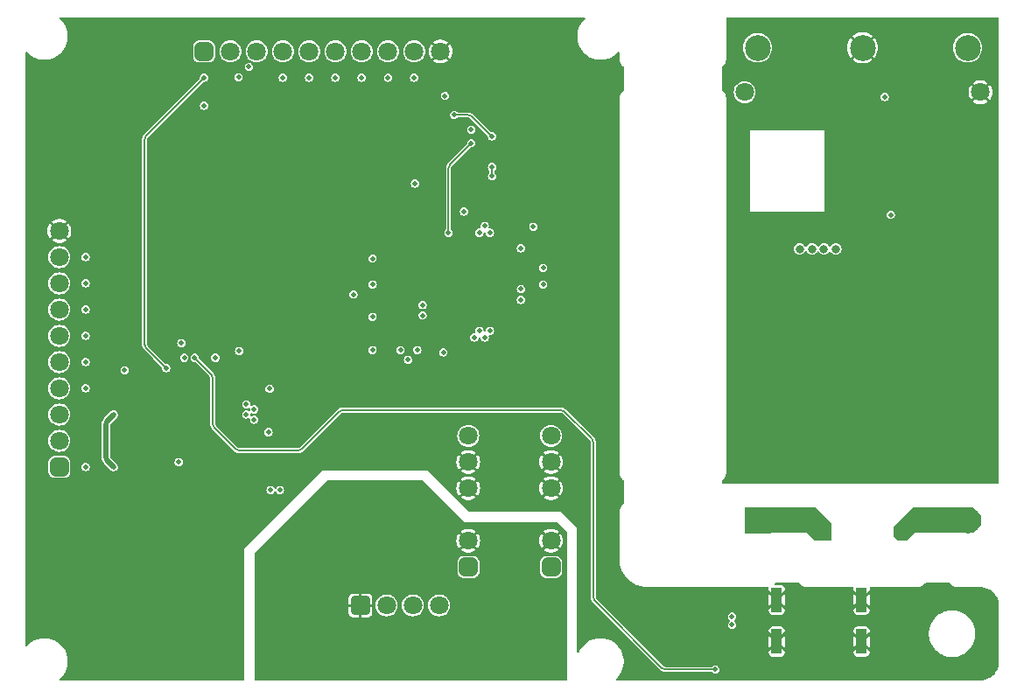
<source format=gbr>
%TF.GenerationSoftware,KiCad,Pcbnew,8.0.5*%
%TF.CreationDate,2024-09-26T23:09:47+07:00*%
%TF.ProjectId,HW.ACIM-DBG,48572e41-4349-44d2-9d44-42472e6b6963,0.1*%
%TF.SameCoordinates,Original*%
%TF.FileFunction,Copper,L2,Inr*%
%TF.FilePolarity,Positive*%
%FSLAX46Y46*%
G04 Gerber Fmt 4.6, Leading zero omitted, Abs format (unit mm)*
G04 Created by KiCad (PCBNEW 8.0.5) date 2024-09-26 23:09:47*
%MOMM*%
%LPD*%
G01*
G04 APERTURE LIST*
G04 Aperture macros list*
%AMRoundRect*
0 Rectangle with rounded corners*
0 $1 Rounding radius*
0 $2 $3 $4 $5 $6 $7 $8 $9 X,Y pos of 4 corners*
0 Add a 4 corners polygon primitive as box body*
4,1,4,$2,$3,$4,$5,$6,$7,$8,$9,$2,$3,0*
0 Add four circle primitives for the rounded corners*
1,1,$1+$1,$2,$3*
1,1,$1+$1,$4,$5*
1,1,$1+$1,$6,$7*
1,1,$1+$1,$8,$9*
0 Add four rect primitives between the rounded corners*
20,1,$1+$1,$2,$3,$4,$5,0*
20,1,$1+$1,$4,$5,$6,$7,0*
20,1,$1+$1,$6,$7,$8,$9,0*
20,1,$1+$1,$8,$9,$2,$3,0*%
G04 Aperture macros list end*
%TA.AperFunction,ComponentPad*%
%ADD10RoundRect,0.450000X-0.450000X-0.450000X0.450000X-0.450000X0.450000X0.450000X-0.450000X0.450000X0*%
%TD*%
%TA.AperFunction,ComponentPad*%
%ADD11C,1.800000*%
%TD*%
%TA.AperFunction,ComponentPad*%
%ADD12RoundRect,0.450000X0.450000X-0.450000X0.450000X0.450000X-0.450000X0.450000X-0.450000X-0.450000X0*%
%TD*%
%TA.AperFunction,ComponentPad*%
%ADD13RoundRect,0.220000X-0.330000X0.980000X-0.330000X-0.980000X0.330000X-0.980000X0.330000X0.980000X0*%
%TD*%
%TA.AperFunction,ComponentPad*%
%ADD14R,2.500000X2.500000*%
%TD*%
%TA.AperFunction,ComponentPad*%
%ADD15C,2.500000*%
%TD*%
%TA.AperFunction,ComponentPad*%
%ADD16RoundRect,0.270000X0.630000X-0.630000X0.630000X0.630000X-0.630000X0.630000X-0.630000X-0.630000X0*%
%TD*%
%TA.AperFunction,ComponentPad*%
%ADD17RoundRect,0.250000X0.650000X-0.650000X0.650000X0.650000X-0.650000X0.650000X-0.650000X-0.650000X0*%
%TD*%
%TA.AperFunction,ViaPad*%
%ADD18C,0.480000*%
%TD*%
%TA.AperFunction,ViaPad*%
%ADD19C,0.800000*%
%TD*%
%TA.AperFunction,Conductor*%
%ADD20C,0.160000*%
%TD*%
%TA.AperFunction,Conductor*%
%ADD21C,0.500000*%
%TD*%
G04 APERTURE END LIST*
D10*
%TO.N,/USB HUB/INV_VBUS*%
%TO.C,J1*%
X127432700Y-38950000D03*
D11*
%TO.N,/USB HUB/USB7_N*%
X129972700Y-38950000D03*
%TO.N,/USB HUB/USB7_P*%
X132512700Y-38950000D03*
%TO.N,/USB HUB/INV_TXD1*%
X135052700Y-38950000D03*
%TO.N,/USB HUB/INV_RXD1*%
X137592700Y-38950000D03*
%TO.N,/USB HUB/INV_TXD2*%
X140132700Y-38950000D03*
%TO.N,/USB HUB/INV_RXD2*%
X142672700Y-38950000D03*
%TO.N,/USB HUB/INV_RTS2*%
X145212700Y-38950000D03*
%TO.N,/USB HUB/INV_CTS2*%
X147752700Y-38950000D03*
%TO.N,GND*%
X150292700Y-38950000D03*
%TD*%
D12*
%TO.N,/USB HUB/PSU_VBUS*%
%TO.C,J3*%
X113425000Y-79180200D03*
D11*
%TO.N,/USB HUB/USB5_N*%
X113425000Y-76640200D03*
%TO.N,/USB HUB/USB5_P*%
X113425000Y-74100200D03*
%TO.N,/USB HUB/PSU_TXD1*%
X113425000Y-71560200D03*
%TO.N,/USB HUB/PSU_RXD1*%
X113425000Y-69020200D03*
%TO.N,/USB HUB/PSU_TXD2*%
X113425000Y-66480200D03*
%TO.N,/USB HUB/PSU_RXD2*%
X113425000Y-63940200D03*
%TO.N,/USB HUB/PSU_RTS2*%
X113425000Y-61400200D03*
%TO.N,/USB HUB/PSU_CTS2*%
X113425000Y-58860200D03*
%TO.N,GND*%
X113425000Y-56320200D03*
%TD*%
D13*
%TO.N,GND*%
%TO.C,J2*%
X182825100Y-96075100D03*
X182825100Y-92025100D03*
X191025100Y-92025100D03*
X191025100Y-96075100D03*
%TD*%
D14*
%TO.N,Net-(MD3-ACN)*%
%TO.C,MD4*%
X180965000Y-84310000D03*
D15*
%TO.N,Net-(MD3-ACL)*%
X201285000Y-84310000D03*
%TO.N,N/C*%
X201285000Y-38590000D03*
%TO.N,PGND*%
X191125000Y-38590000D03*
%TO.N,Net-(MD4-DC+)*%
X180965000Y-38590000D03*
%TD*%
D16*
%TO.N,Net-(MD3-ACN)*%
%TO.C,MD3*%
X187225000Y-85400001D03*
D11*
%TO.N,Net-(MD3-ACL)*%
X195025000Y-85400001D03*
%TO.N,PGND*%
X202525000Y-42900000D03*
%TO.N,Net-(MD3-DC+)*%
X179725000Y-42900000D03*
%TD*%
D17*
%TO.N,GND_ISO*%
%TO.C,J4*%
X142552700Y-92575000D03*
D11*
%TO.N,/USB HUB/USB1_P*%
X145092700Y-92575000D03*
%TO.N,/USB HUB/USB1_N*%
X147632700Y-92575000D03*
%TO.N,Net-(F1-Pad1)*%
X150172700Y-92575000D03*
%TD*%
D12*
%TO.N,+5V_ISO*%
%TO.C,MD1*%
X152987500Y-88862500D03*
X160987500Y-88862500D03*
D11*
%TO.N,GND_ISO*%
X152987500Y-86322500D03*
X160987500Y-86322500D03*
%TO.N,GND*%
X160987500Y-81242500D03*
X152987500Y-81242499D03*
X152987500Y-78702500D03*
X160987500Y-78702500D03*
%TO.N,+5V*%
X152987500Y-76162500D03*
X160987500Y-76162500D03*
%TD*%
D18*
%TO.N,GND*%
X123067000Y-82450200D03*
X120562700Y-41150000D03*
X131762700Y-78700000D03*
X110562700Y-94450000D03*
X134762700Y-64550000D03*
X115562700Y-39450000D03*
X131574385Y-85150000D03*
X186087500Y-99412500D03*
X143725000Y-66250000D03*
X155325000Y-59250000D03*
X133574385Y-83150000D03*
X160562700Y-41150000D03*
X151325000Y-61250000D03*
X129574385Y-93150000D03*
X186887500Y-92912500D03*
X160562700Y-36150000D03*
X157262700Y-77950000D03*
X156075000Y-51750000D03*
X125562700Y-56150000D03*
X110562700Y-69450000D03*
X110562700Y-84450000D03*
X150562700Y-36150000D03*
X135562700Y-46150000D03*
X115562700Y-54450000D03*
X199787500Y-91212500D03*
X121375000Y-75700200D03*
X155325000Y-61250000D03*
X143987500Y-76062501D03*
X146425000Y-62550000D03*
X157262700Y-71650000D03*
X110562700Y-59450000D03*
X146425000Y-59000000D03*
X129217000Y-66450200D03*
X164009700Y-95247000D03*
X125562700Y-46150000D03*
X146525000Y-46100000D03*
X140562700Y-36150000D03*
X135562700Y-36150000D03*
X155562700Y-36150000D03*
X203862700Y-92750000D03*
X125062700Y-95450000D03*
X126017000Y-66450200D03*
X126067000Y-82650200D03*
X120562700Y-61150000D03*
X120562700Y-65650000D03*
X120562700Y-56150000D03*
X126067000Y-74050200D03*
X115562700Y-44450000D03*
X130425000Y-46600000D03*
X139862700Y-62750000D03*
X156875000Y-54500000D03*
X141425000Y-41500000D03*
X123067000Y-86450200D03*
X128967000Y-74050200D03*
X130162700Y-78700000D03*
X121375000Y-72500200D03*
X130562700Y-36150000D03*
X167162700Y-50150000D03*
X162162700Y-55150000D03*
X155325000Y-63250000D03*
X130425000Y-62600000D03*
X120562700Y-51150000D03*
X133962700Y-66650000D03*
X194087500Y-98412500D03*
X195787500Y-99412500D03*
X110562700Y-74450000D03*
X135562700Y-71150000D03*
X167162700Y-70150000D03*
X148262700Y-76200000D03*
X138012700Y-78450000D03*
X153275000Y-59250000D03*
X145562700Y-36150000D03*
X125562700Y-61750000D03*
X127517000Y-72600200D03*
X124012700Y-94550000D03*
X132562700Y-64350000D03*
X115562700Y-36150000D03*
X140562700Y-56150000D03*
X203887500Y-95312500D03*
X121962700Y-99450000D03*
X128562700Y-78700000D03*
X151325000Y-63250000D03*
X162762700Y-76450000D03*
X132425000Y-58600000D03*
X121375000Y-74100200D03*
X167162700Y-40150000D03*
X202362700Y-99350000D03*
X110562700Y-89450000D03*
X143925000Y-41500000D03*
X132425000Y-48600000D03*
X150725000Y-41150000D03*
X152162700Y-70150000D03*
X157962700Y-45150000D03*
X126962700Y-97825000D03*
X140562700Y-64550000D03*
X195787500Y-91212500D03*
X125562700Y-36150000D03*
X154475000Y-51750000D03*
X135562700Y-62750000D03*
X125067000Y-85650200D03*
X199787500Y-99412500D03*
X130425000Y-50600000D03*
X116962700Y-99450000D03*
X130425000Y-58600000D03*
X179275100Y-96580100D03*
X151325000Y-59300000D03*
X167162700Y-45150000D03*
X124067000Y-89450200D03*
X195787500Y-95312500D03*
X130312700Y-99450000D03*
X123067000Y-88450200D03*
X135562700Y-56150000D03*
X128967000Y-71150200D03*
X129574385Y-90150000D03*
X193287500Y-99412500D03*
X146425000Y-66250000D03*
X126067000Y-72600200D03*
X175624385Y-91077911D03*
X130425000Y-64600000D03*
X132425000Y-44600000D03*
X116962700Y-94450000D03*
X127617000Y-66450200D03*
X130817000Y-68850200D03*
X123067000Y-84450200D03*
X140562700Y-46150000D03*
X110562700Y-64450000D03*
X167162700Y-85150000D03*
X129574385Y-87150000D03*
X128967000Y-72600200D03*
X146525000Y-41500000D03*
X125062700Y-93825000D03*
X127517000Y-71150200D03*
X151625000Y-50300000D03*
X116962700Y-89450000D03*
X167162700Y-90150000D03*
X174475100Y-96580100D03*
X135562700Y-76150000D03*
X125067000Y-89450200D03*
X162762700Y-71650000D03*
X132425000Y-52600000D03*
X202362700Y-91250000D03*
X194087500Y-96612500D03*
X176875100Y-96580100D03*
X115562700Y-49450000D03*
X126067000Y-71150200D03*
X140562700Y-51150000D03*
X146425000Y-57400000D03*
X122817000Y-66450200D03*
X203862700Y-97950000D03*
X130425000Y-42700000D03*
X153325000Y-63250000D03*
X132462700Y-41450000D03*
X167162700Y-65150000D03*
X153325000Y-49125000D03*
X132425000Y-61600000D03*
X148575000Y-62500000D03*
X164009700Y-85147000D03*
X125562700Y-51150000D03*
X128067000Y-88600200D03*
X110562700Y-79450000D03*
X180875100Y-96580100D03*
X116962700Y-84450000D03*
X118675000Y-75700200D03*
X167162700Y-60150000D03*
X110562700Y-44450000D03*
X110562700Y-54450000D03*
X125562700Y-41150000D03*
X130425000Y-54600000D03*
X142162700Y-70150000D03*
X157262700Y-74450000D03*
X124962700Y-80425000D03*
X167162700Y-80150000D03*
X110562700Y-49450000D03*
X135562700Y-51150000D03*
X126962700Y-99450000D03*
X137562700Y-64550000D03*
X125967000Y-78700200D03*
X120562700Y-36150000D03*
X132425000Y-55600000D03*
X125067000Y-83650200D03*
X155562700Y-41150000D03*
X167162700Y-75150000D03*
X125067000Y-87650200D03*
X130817000Y-66450200D03*
X164009700Y-90147000D03*
X181087500Y-99412500D03*
X121375000Y-70900200D03*
X171256350Y-99243650D03*
X167162700Y-55150000D03*
X157975000Y-50150000D03*
X153325000Y-61250000D03*
X120562700Y-46150000D03*
X123362700Y-78700000D03*
X115562700Y-74450000D03*
X170924385Y-92277911D03*
X127517000Y-74050200D03*
%TO.N,GND_ISO*%
X151009700Y-83497000D03*
X147762700Y-95300000D03*
X132759700Y-95747000D03*
X138562700Y-94825000D03*
X157762700Y-90150000D03*
X162012700Y-99450000D03*
X132759700Y-87747000D03*
X152762700Y-95300000D03*
X147762700Y-99450000D03*
X139212700Y-87250000D03*
X152762700Y-99450000D03*
X132759700Y-91247000D03*
X142762700Y-99450000D03*
X138562700Y-92125000D03*
X157762700Y-99450000D03*
X147837500Y-84512500D03*
X139509700Y-80997000D03*
X135462700Y-91750000D03*
X135259700Y-85247000D03*
X157762700Y-95250000D03*
X137762700Y-99450000D03*
X146009700Y-80997000D03*
X146362700Y-88650000D03*
X157009700Y-84997000D03*
X132762700Y-99450000D03*
X162012700Y-95250000D03*
%TO.N,+3V3*%
X150725000Y-43250000D03*
X143725000Y-59000000D03*
X134767000Y-81400200D03*
X148050000Y-67850000D03*
X118675000Y-79180200D03*
X143725000Y-64650000D03*
X155275000Y-50150000D03*
X147150000Y-68800000D03*
X118675000Y-74100200D03*
X133867000Y-81400200D03*
X146425000Y-67850000D03*
X127432700Y-44200000D03*
X155275000Y-51025000D03*
%TO.N,Net-(C26-Pad2)*%
X125225000Y-67175200D03*
X119750000Y-69800200D03*
%TO.N,Net-(C28-Pad2)*%
X124962700Y-78700000D03*
X130817000Y-67950200D03*
X133667000Y-75800200D03*
X133767000Y-71600200D03*
%TO.N,Net-(U5-VREGOUT)*%
X160225000Y-61500000D03*
X159275000Y-55925000D03*
X147825000Y-51750000D03*
%TO.N,Net-(C48-Pad2)*%
X152575000Y-54450000D03*
X160225000Y-59900000D03*
X150575000Y-68075000D03*
%TO.N,/USB HUB/USB7_P*%
X130762700Y-41450000D03*
X131762700Y-40450000D03*
%TO.N,Net-(U5-ADBUS0{slash}TXD)*%
X115975000Y-69020200D03*
X148575000Y-63500000D03*
%TO.N,Net-(U5-ADBUS1{slash}RXD)*%
X148575000Y-64500000D03*
X115975000Y-71560200D03*
%TO.N,Net-(U5-BDBUS0{slash}TXD)*%
X153575000Y-66650000D03*
X115975000Y-63940200D03*
%TO.N,Net-(U5-BDBUS1{slash}RXD)*%
X154075000Y-66000000D03*
X115975000Y-66480200D03*
%TO.N,Net-(U5-BDBUS2{slash}~{RTS})*%
X115975000Y-58860200D03*
X154575000Y-66650000D03*
%TO.N,Net-(U5-BDBUS3{slash}~{CTS})*%
X155075000Y-66000000D03*
X115975000Y-61400200D03*
%TO.N,Net-(U5-CDBUS0{slash}TXD)*%
X158075000Y-63000000D03*
X137592700Y-41500000D03*
%TO.N,Net-(U5-CDBUS1{slash}RXD)*%
X158075000Y-61950000D03*
X135052700Y-41500000D03*
%TO.N,Net-(U5-DDBUS0{slash}TXD)*%
X158075000Y-58000000D03*
X142672700Y-41500000D03*
%TO.N,Net-(U5-DDBUS1{slash}RXD)*%
X140132700Y-41500000D03*
X155075000Y-56500000D03*
%TO.N,Net-(U5-DDBUS2{slash}~{RTS})*%
X154575000Y-55850000D03*
X147752700Y-41500000D03*
%TO.N,Net-(U5-DDBUS3{slash}~{CTS})*%
X145225000Y-41500000D03*
X154075000Y-56500000D03*
%TO.N,/VCP/EECS*%
X155275000Y-47175000D03*
X151625000Y-45100000D03*
%TO.N,/VCP/EECLK*%
X153275000Y-46525000D03*
%TO.N,/VCP/~{PWREN}*%
X151075000Y-56500000D03*
X153275000Y-47825000D03*
%TO.N,/USB HUB/USB3_P*%
X131517000Y-73100200D03*
X178500100Y-93654385D03*
%TO.N,/USB HUB/USB3_N*%
X132267000Y-73600200D03*
X178500100Y-94454385D03*
%TO.N,/USB HUB/USB5_N*%
X132267000Y-74600200D03*
%TO.N,/USB HUB/USB5_P*%
X131517000Y-74100200D03*
%TO.N,Net-(U2-PRTPWR1{slash}BC_EN1)*%
X128517000Y-68600200D03*
X115975000Y-79180200D03*
%TO.N,Net-(U2-PRTPWR2{slash}BC_EN2)*%
X176875100Y-98780100D03*
X126517000Y-68600200D03*
%TO.N,Net-(U2-PRTPWR3{slash}BC_EN3)*%
X143725000Y-67850000D03*
X125517000Y-68600200D03*
%TO.N,Net-(U2-PRTPWR4{slash}BC_EN4)*%
X123767000Y-69600200D03*
X127432700Y-41500000D03*
%TO.N,Net-(MD3-DC+)*%
X193855000Y-54765001D03*
X193275000Y-43365001D03*
%TO.N,PGND*%
X193525000Y-60400001D03*
X194490000Y-50065001D03*
X203525000Y-80400001D03*
X193525000Y-80400001D03*
X203525000Y-45400001D03*
X178525000Y-45400001D03*
X198525000Y-65400001D03*
X198525000Y-80400001D03*
X203525000Y-40400001D03*
X183525000Y-70400001D03*
X198525000Y-36400001D03*
X183525000Y-75400001D03*
X178525000Y-40400001D03*
X188625000Y-42590000D03*
X193525000Y-65400001D03*
X178525000Y-80400001D03*
X189525000Y-53900001D03*
X198525000Y-60400001D03*
X203525000Y-75400001D03*
X178525000Y-65400001D03*
X183624998Y-42590000D03*
X178525000Y-70400001D03*
X195990000Y-49065001D03*
X188525000Y-70400001D03*
X195957499Y-48032500D03*
X183525000Y-36400001D03*
X178525000Y-60400001D03*
X198525000Y-70400001D03*
X188525000Y-60400001D03*
X183525000Y-55400001D03*
X192990000Y-48065001D03*
X191125000Y-42590000D03*
X193525000Y-70400001D03*
X193525000Y-40400001D03*
X178525000Y-75400001D03*
X194490000Y-49065001D03*
X183525000Y-45400001D03*
X203525000Y-55400001D03*
X203525000Y-65400001D03*
X198525000Y-40400001D03*
X188525000Y-80400001D03*
X203525000Y-70400001D03*
X193525000Y-36400001D03*
X178525000Y-36400001D03*
X192990000Y-49065001D03*
X183525000Y-65400001D03*
X198525000Y-45400001D03*
X194490000Y-48065001D03*
X183525000Y-60400001D03*
X188525000Y-65400001D03*
X198525000Y-50400001D03*
X203525000Y-50400001D03*
X193525000Y-75400001D03*
X192990000Y-50065001D03*
X188525000Y-36400001D03*
X203525000Y-60400001D03*
X195990000Y-50065001D03*
X198525000Y-75400001D03*
X183525000Y-80400001D03*
X203525000Y-36400001D03*
X188525000Y-75400001D03*
D19*
%TO.N,Net-(MD4-DC+)*%
X185039998Y-58065001D03*
X186239998Y-58065001D03*
X188540000Y-58065001D03*
X187389998Y-58065001D03*
D18*
%TO.N,/USB HUB/USB4_N*%
X143733858Y-61500000D03*
X141883858Y-62478858D03*
%TD*%
D20*
%TO.N,Net-(U2-PRTPWR4{slash}BC_EN4)*%
X121682700Y-67308793D02*
G75*
G03*
X121829144Y-67662350I500000J-7D01*
G01*
X121682700Y-47457107D02*
G75*
G02*
X121829143Y-47103551I500000J7D01*
G01*
D21*
%TO.N,+3V3*%
X118063447Y-78568647D02*
G75*
G02*
X117917005Y-78215093I353553J353547D01*
G01*
X118063446Y-74711754D02*
G75*
G03*
X117917005Y-75065307I353554J-353546D01*
G01*
D20*
%TO.N,Net-(U2-PRTPWR2{slash}BC_EN2)*%
X162321546Y-73826546D02*
G75*
G03*
X161967993Y-73680105I-353546J-353554D01*
G01*
X171728653Y-98633653D02*
G75*
G03*
X172082207Y-98780095I353547J353553D01*
G01*
X130478654Y-77433654D02*
G75*
G03*
X130832207Y-77580095I353546J353554D01*
G01*
X165075100Y-76787207D02*
G75*
G03*
X164928656Y-76433650I-500000J7D01*
G01*
X165075100Y-91772993D02*
G75*
G03*
X165221543Y-92126549I500000J-7D01*
G01*
X128128654Y-70211854D02*
G75*
G02*
X128275095Y-70565407I-353554J-353546D01*
G01*
X136871546Y-77433654D02*
G75*
G02*
X136517993Y-77580095I-353546J353554D01*
G01*
X140478653Y-73826547D02*
G75*
G02*
X140832207Y-73680105I353547J-353553D01*
G01*
X128275100Y-75022993D02*
G75*
G03*
X128421544Y-75376550I500000J-7D01*
G01*
%TO.N,GND*%
X124417000Y-66450200D02*
X124417000Y-69850200D01*
X125062700Y-95450000D02*
X125062700Y-93825000D01*
X126962700Y-97825000D02*
X125062700Y-95925000D01*
X147125000Y-57150000D02*
X152325000Y-57150000D01*
X124417000Y-69850200D02*
X123367000Y-70900200D01*
X129767000Y-66450200D02*
X130817000Y-66450200D01*
X152325000Y-57150000D02*
X154475000Y-55000000D01*
X121375000Y-75700200D02*
X121375000Y-74600200D01*
X125062700Y-95925000D02*
X125062700Y-95450000D01*
X121375000Y-75700200D02*
X118675000Y-75700200D01*
X128562700Y-78700000D02*
X127912700Y-79350000D01*
X123362700Y-77687900D02*
X121375000Y-75700200D01*
X121375000Y-74600200D02*
X121375000Y-70900200D01*
X123362700Y-78700000D02*
X123362700Y-77687900D01*
X123367000Y-70900200D02*
X121375000Y-70900200D01*
X131762700Y-78700000D02*
X128562700Y-78700000D01*
X146425000Y-66250000D02*
X146425000Y-62550000D01*
X122817000Y-66450200D02*
X124417000Y-66450200D01*
X124012700Y-79350000D02*
X123362700Y-78700000D01*
X154475000Y-51750000D02*
X156075000Y-51750000D01*
X154475000Y-55000000D02*
X154475000Y-51750000D01*
X146025000Y-56050000D02*
X147125000Y-57150000D01*
X126017000Y-66450200D02*
X129767000Y-66450200D01*
X127912700Y-79350000D02*
X124012700Y-79350000D01*
X121375000Y-74600200D02*
X121375000Y-74100200D01*
X129767000Y-66450200D02*
X122817000Y-66450200D01*
X146025000Y-54450000D02*
X146025000Y-56050000D01*
D21*
%TO.N,+3V3*%
X117917000Y-75065307D02*
X117917000Y-78215093D01*
D20*
X155275000Y-50150000D02*
X155275000Y-51025000D01*
D21*
X118063447Y-78568647D02*
X118675000Y-79180200D01*
X118675000Y-74100200D02*
X118063446Y-74711754D01*
D20*
%TO.N,/VCP/EECS*%
X152992893Y-45100000D02*
X151625000Y-45100000D01*
X155275000Y-47175000D02*
X153346446Y-45246446D01*
X152992893Y-45100000D02*
G75*
G02*
X153346449Y-45246443I7J-500000D01*
G01*
%TO.N,/VCP/~{PWREN}*%
X151221447Y-49878553D02*
X153275000Y-47825000D01*
X151075000Y-56500000D02*
X151075000Y-50232107D01*
X151075000Y-50232107D02*
G75*
G02*
X151221444Y-49878550I500000J7D01*
G01*
%TO.N,Net-(U2-PRTPWR2{slash}BC_EN2)*%
X140478653Y-73826547D02*
X136871546Y-77433654D01*
X128421547Y-75376547D02*
X129275100Y-76230100D01*
X176875100Y-98780100D02*
X172082207Y-98780100D01*
X126517000Y-68600200D02*
X128128654Y-70211854D01*
X165075100Y-91772993D02*
X165075100Y-76787207D01*
X129275100Y-76230100D02*
X130478654Y-77433654D01*
X128275100Y-70565407D02*
X128275100Y-72330100D01*
X128275100Y-72330100D02*
X128275100Y-75022993D01*
X130832207Y-77580100D02*
X136517993Y-77580100D01*
X142575100Y-73680100D02*
X140832207Y-73680100D01*
X161967993Y-73680100D02*
X142575100Y-73680100D01*
X171728653Y-98633653D02*
X165221546Y-92126546D01*
X164928653Y-76433653D02*
X162321546Y-73826546D01*
%TO.N,Net-(U2-PRTPWR4{slash}BC_EN4)*%
X121829147Y-67662347D02*
X123767000Y-69600200D01*
X121682700Y-47457107D02*
X121682700Y-67308793D01*
X127432700Y-41500000D02*
X121829146Y-47103554D01*
%TD*%
%TA.AperFunction,Conductor*%
%TO.N,PGND*%
G36*
X204132696Y-35651719D02*
G01*
X204147753Y-35654103D01*
X204171162Y-35657811D01*
X204200614Y-35667379D01*
X204228294Y-35681483D01*
X204253347Y-35699685D01*
X204275314Y-35721652D01*
X204293517Y-35746707D01*
X204307618Y-35774381D01*
X204317188Y-35803835D01*
X204323281Y-35842302D01*
X204324500Y-35857790D01*
X204324500Y-80701000D01*
X204305593Y-80759191D01*
X204256093Y-80795155D01*
X204225500Y-80800000D01*
X177624000Y-80800000D01*
X177565809Y-80781093D01*
X177529845Y-80731593D01*
X177525000Y-80701000D01*
X177525000Y-80498763D01*
X177543907Y-80440572D01*
X177560358Y-80422930D01*
X177635163Y-80360163D01*
X177747692Y-80226055D01*
X177835225Y-80074445D01*
X177895101Y-79909938D01*
X177925500Y-79737532D01*
X177925500Y-79650000D01*
X177925500Y-79592417D01*
X177925500Y-58065000D01*
X184474661Y-58065000D01*
X184474661Y-58065001D01*
X184493924Y-58211321D01*
X184533682Y-58307305D01*
X184549534Y-58345576D01*
X184550402Y-58347670D01*
X184640244Y-58464755D01*
X184757329Y-58554597D01*
X184893678Y-58611075D01*
X185003418Y-58625522D01*
X185039997Y-58630338D01*
X185039998Y-58630338D01*
X185039999Y-58630338D01*
X185069262Y-58626485D01*
X185186318Y-58611075D01*
X185322667Y-58554597D01*
X185439752Y-58464755D01*
X185529594Y-58347670D01*
X185548534Y-58301946D01*
X185588270Y-58255420D01*
X185647765Y-58241136D01*
X185704293Y-58264551D01*
X185731462Y-58301946D01*
X185750400Y-58347667D01*
X185750400Y-58347668D01*
X185750402Y-58347670D01*
X185840244Y-58464755D01*
X185957329Y-58554597D01*
X186093678Y-58611075D01*
X186203418Y-58625522D01*
X186239997Y-58630338D01*
X186239998Y-58630338D01*
X186239999Y-58630338D01*
X186269262Y-58626485D01*
X186386318Y-58611075D01*
X186522667Y-58554597D01*
X186639752Y-58464755D01*
X186729594Y-58347670D01*
X186729595Y-58347668D01*
X186733544Y-58342522D01*
X186734663Y-58343381D01*
X186774729Y-58307305D01*
X186835579Y-58300908D01*
X186888568Y-58331499D01*
X186898795Y-58345576D01*
X186900402Y-58347670D01*
X186990244Y-58464755D01*
X187107329Y-58554597D01*
X187243678Y-58611075D01*
X187353418Y-58625522D01*
X187389997Y-58630338D01*
X187389998Y-58630338D01*
X187389999Y-58630338D01*
X187419262Y-58626485D01*
X187536318Y-58611075D01*
X187672667Y-58554597D01*
X187789752Y-58464755D01*
X187879594Y-58347670D01*
X187879595Y-58347668D01*
X187883544Y-58342522D01*
X187884662Y-58343380D01*
X187924736Y-58307301D01*
X187985586Y-58300908D01*
X188038573Y-58331503D01*
X188048803Y-58345584D01*
X188050404Y-58347670D01*
X188140246Y-58464755D01*
X188257331Y-58554597D01*
X188393680Y-58611075D01*
X188503420Y-58625522D01*
X188539999Y-58630338D01*
X188540000Y-58630338D01*
X188540001Y-58630338D01*
X188569264Y-58626485D01*
X188686320Y-58611075D01*
X188822669Y-58554597D01*
X188939754Y-58464755D01*
X189029596Y-58347670D01*
X189086074Y-58211321D01*
X189105337Y-58065001D01*
X189086074Y-57918681D01*
X189029596Y-57782333D01*
X188939754Y-57665247D01*
X188939749Y-57665243D01*
X188939748Y-57665242D01*
X188889924Y-57627011D01*
X188822669Y-57575405D01*
X188686320Y-57518927D01*
X188686317Y-57518926D01*
X188686316Y-57518926D01*
X188540001Y-57499664D01*
X188539999Y-57499664D01*
X188393683Y-57518926D01*
X188393678Y-57518928D01*
X188257333Y-57575404D01*
X188140250Y-57665243D01*
X188140242Y-57665251D01*
X188046454Y-57787481D01*
X188045336Y-57786623D01*
X188005255Y-57822704D01*
X187944404Y-57829092D01*
X187891419Y-57798493D01*
X187881189Y-57784412D01*
X187789755Y-57665251D01*
X187789752Y-57665247D01*
X187789747Y-57665243D01*
X187789746Y-57665242D01*
X187739922Y-57627011D01*
X187672667Y-57575405D01*
X187536318Y-57518927D01*
X187536315Y-57518926D01*
X187536314Y-57518926D01*
X187389999Y-57499664D01*
X187389997Y-57499664D01*
X187243681Y-57518926D01*
X187243676Y-57518928D01*
X187107331Y-57575404D01*
X186990248Y-57665243D01*
X186990240Y-57665251D01*
X186896452Y-57787481D01*
X186895332Y-57786622D01*
X186855259Y-57822701D01*
X186794409Y-57829092D01*
X186741422Y-57798496D01*
X186731209Y-57784438D01*
X186639755Y-57665251D01*
X186639752Y-57665247D01*
X186639747Y-57665243D01*
X186639746Y-57665242D01*
X186589922Y-57627011D01*
X186522667Y-57575405D01*
X186386318Y-57518927D01*
X186386315Y-57518926D01*
X186386314Y-57518926D01*
X186239999Y-57499664D01*
X186239997Y-57499664D01*
X186093681Y-57518926D01*
X186093676Y-57518928D01*
X185957331Y-57575404D01*
X185840248Y-57665243D01*
X185840240Y-57665251D01*
X185750401Y-57782334D01*
X185731462Y-57828057D01*
X185691725Y-57874583D01*
X185632230Y-57888866D01*
X185575702Y-57865451D01*
X185548534Y-57828057D01*
X185531371Y-57786623D01*
X185529594Y-57782333D01*
X185439752Y-57665247D01*
X185439747Y-57665243D01*
X185439746Y-57665242D01*
X185389922Y-57627011D01*
X185322667Y-57575405D01*
X185186318Y-57518927D01*
X185186315Y-57518926D01*
X185186314Y-57518926D01*
X185039999Y-57499664D01*
X185039997Y-57499664D01*
X184893681Y-57518926D01*
X184893676Y-57518928D01*
X184757331Y-57575404D01*
X184640248Y-57665243D01*
X184640240Y-57665251D01*
X184550401Y-57782334D01*
X184493925Y-57918679D01*
X184493923Y-57918684D01*
X184474661Y-58065000D01*
X177925500Y-58065000D01*
X177925500Y-54765000D01*
X193449508Y-54765000D01*
X193449508Y-54765001D01*
X193469354Y-54890304D01*
X193469355Y-54890308D01*
X193524944Y-54999407D01*
X193526950Y-55003343D01*
X193616658Y-55093051D01*
X193729696Y-55150647D01*
X193855000Y-55170493D01*
X193980304Y-55150647D01*
X194093342Y-55093051D01*
X194183050Y-55003343D01*
X194240646Y-54890305D01*
X194260492Y-54765001D01*
X194240646Y-54639697D01*
X194183050Y-54526659D01*
X194093342Y-54436951D01*
X194089406Y-54434945D01*
X193980307Y-54379356D01*
X193980304Y-54379355D01*
X193855000Y-54359509D01*
X193729696Y-54379355D01*
X193729692Y-54379356D01*
X193616659Y-54436950D01*
X193526949Y-54526660D01*
X193469355Y-54639693D01*
X193469354Y-54639697D01*
X193449508Y-54765000D01*
X177925500Y-54765000D01*
X177925500Y-54465001D01*
X180239999Y-54465001D01*
X180240000Y-54465001D01*
X187439998Y-54465001D01*
X187439999Y-54465001D01*
X187439999Y-46615001D01*
X180239999Y-46615001D01*
X180239999Y-54465001D01*
X177925500Y-54465001D01*
X177925500Y-43497273D01*
X177925500Y-43462468D01*
X177895101Y-43290062D01*
X177835225Y-43125555D01*
X177747692Y-42973945D01*
X177685642Y-42899996D01*
X178659369Y-42899996D01*
X178659369Y-42900003D01*
X178679843Y-43107889D01*
X178679844Y-43107894D01*
X178740485Y-43307799D01*
X178740487Y-43307804D01*
X178838952Y-43492021D01*
X178838958Y-43492030D01*
X178838960Y-43492033D01*
X178886532Y-43550000D01*
X178971480Y-43653510D01*
X178971489Y-43653519D01*
X179046800Y-43715324D01*
X179132967Y-43786040D01*
X179132971Y-43786042D01*
X179132978Y-43786047D01*
X179317195Y-43884512D01*
X179317201Y-43884515D01*
X179456465Y-43926759D01*
X179517105Y-43945155D01*
X179517110Y-43945156D01*
X179724997Y-43965631D01*
X179725000Y-43965631D01*
X179725003Y-43965631D01*
X179932889Y-43945156D01*
X179932894Y-43945155D01*
X180132799Y-43884515D01*
X180250417Y-43821647D01*
X180317021Y-43786047D01*
X180317024Y-43786044D01*
X180317033Y-43786040D01*
X180478515Y-43653515D01*
X180611040Y-43492033D01*
X180611044Y-43492024D01*
X180611047Y-43492021D01*
X180678940Y-43365000D01*
X192869508Y-43365000D01*
X192869508Y-43365001D01*
X192889354Y-43490304D01*
X192889355Y-43490308D01*
X192890228Y-43492021D01*
X192946950Y-43603343D01*
X193036658Y-43693051D01*
X193149696Y-43750647D01*
X193275000Y-43770493D01*
X193400304Y-43750647D01*
X193513342Y-43693051D01*
X193603050Y-43603343D01*
X193660646Y-43490305D01*
X193680492Y-43365001D01*
X193660646Y-43239697D01*
X193603050Y-43126659D01*
X193513342Y-43036951D01*
X193509406Y-43034945D01*
X193400307Y-42979356D01*
X193400304Y-42979355D01*
X193275000Y-42959509D01*
X193149696Y-42979355D01*
X193149692Y-42979356D01*
X193036659Y-43036950D01*
X192946949Y-43126660D01*
X192889355Y-43239693D01*
X192889354Y-43239697D01*
X192869508Y-43365000D01*
X180678940Y-43365000D01*
X180701279Y-43323207D01*
X180709515Y-43307799D01*
X180770155Y-43107894D01*
X180770156Y-43107889D01*
X180790631Y-42900003D01*
X180790631Y-42900000D01*
X201370073Y-42900000D01*
X201389738Y-43112216D01*
X201448064Y-43317210D01*
X201543057Y-43507983D01*
X201543062Y-43507992D01*
X201627894Y-43620326D01*
X202094269Y-43153950D01*
X202124901Y-43207007D01*
X202217993Y-43300099D01*
X202271046Y-43330729D01*
X201803432Y-43798342D01*
X201803433Y-43798344D01*
X201828995Y-43821647D01*
X201828994Y-43821647D01*
X202010206Y-43933847D01*
X202208941Y-44010838D01*
X202418437Y-44050000D01*
X202631563Y-44050000D01*
X202841058Y-44010838D01*
X203039795Y-43933847D01*
X203039797Y-43933846D01*
X203220995Y-43821654D01*
X203220997Y-43821652D01*
X203246565Y-43798343D01*
X202778952Y-43330730D01*
X202832007Y-43300099D01*
X202925099Y-43207007D01*
X202955730Y-43153952D01*
X203422106Y-43620328D01*
X203506931Y-43508002D01*
X203506940Y-43507987D01*
X203601935Y-43317210D01*
X203660261Y-43112216D01*
X203679926Y-42900000D01*
X203660261Y-42687783D01*
X203601935Y-42482789D01*
X203506942Y-42292016D01*
X203506937Y-42292007D01*
X203422105Y-42179672D01*
X202955729Y-42646046D01*
X202925099Y-42592993D01*
X202832007Y-42499901D01*
X202778950Y-42469269D01*
X203246565Y-42001655D01*
X203246565Y-42001654D01*
X203221004Y-41978352D01*
X203221005Y-41978352D01*
X203039793Y-41866152D01*
X202841058Y-41789161D01*
X202631563Y-41750000D01*
X202418437Y-41750000D01*
X202208941Y-41789161D01*
X202010206Y-41866152D01*
X201828998Y-41978350D01*
X201803433Y-42001655D01*
X202271047Y-42469269D01*
X202217993Y-42499901D01*
X202124901Y-42592993D01*
X202094269Y-42646047D01*
X201627893Y-42179671D01*
X201543066Y-42292001D01*
X201543057Y-42292016D01*
X201448064Y-42482789D01*
X201389738Y-42687783D01*
X201370073Y-42900000D01*
X180790631Y-42900000D01*
X180790631Y-42899996D01*
X180770156Y-42692110D01*
X180770155Y-42692105D01*
X180741208Y-42596680D01*
X180709515Y-42492201D01*
X180680342Y-42437622D01*
X180611047Y-42307978D01*
X180611042Y-42307971D01*
X180611040Y-42307967D01*
X180505750Y-42179671D01*
X180478519Y-42146489D01*
X180478510Y-42146480D01*
X180384370Y-42069222D01*
X180317033Y-42013960D01*
X180317030Y-42013958D01*
X180317021Y-42013952D01*
X180132804Y-41915487D01*
X180132799Y-41915485D01*
X179932894Y-41854844D01*
X179932889Y-41854843D01*
X179725003Y-41834369D01*
X179724997Y-41834369D01*
X179517110Y-41854843D01*
X179517105Y-41854844D01*
X179317200Y-41915485D01*
X179317195Y-41915487D01*
X179132978Y-42013952D01*
X179132968Y-42013959D01*
X178971489Y-42146480D01*
X178971480Y-42146489D01*
X178838959Y-42307968D01*
X178838952Y-42307978D01*
X178740487Y-42492195D01*
X178740485Y-42492200D01*
X178679844Y-42692105D01*
X178679843Y-42692110D01*
X178659369Y-42899996D01*
X177685642Y-42899996D01*
X177635163Y-42839837D01*
X177607675Y-42816772D01*
X177560363Y-42777072D01*
X177527941Y-42725184D01*
X177525000Y-42701234D01*
X177525000Y-40473763D01*
X177543907Y-40415572D01*
X177560358Y-40397930D01*
X177635163Y-40335163D01*
X177747692Y-40201055D01*
X177835225Y-40049445D01*
X177895101Y-39884938D01*
X177925500Y-39712532D01*
X177925500Y-39625000D01*
X177925500Y-39567417D01*
X177925500Y-38590000D01*
X179549666Y-38590000D01*
X179568968Y-38822952D01*
X179626354Y-39049560D01*
X179720248Y-39263620D01*
X179720253Y-39263629D01*
X179848099Y-39459311D01*
X179848101Y-39459313D01*
X179848103Y-39459316D01*
X180006420Y-39631295D01*
X180190886Y-39774870D01*
X180212190Y-39786399D01*
X180394273Y-39884938D01*
X180396467Y-39886125D01*
X180617556Y-39962025D01*
X180848123Y-40000500D01*
X181081877Y-40000500D01*
X181312444Y-39962025D01*
X181533533Y-39886125D01*
X181739114Y-39774870D01*
X181923580Y-39631295D01*
X182081897Y-39459316D01*
X182209749Y-39263625D01*
X182303647Y-39049558D01*
X182361031Y-38822956D01*
X182380334Y-38590000D01*
X189619859Y-38590000D01*
X189640386Y-38837736D01*
X189701412Y-39078716D01*
X189801268Y-39306367D01*
X189937231Y-39514475D01*
X189978699Y-39559521D01*
X190585568Y-38952651D01*
X190620112Y-39004351D01*
X190710649Y-39094888D01*
X190762345Y-39129430D01*
X190155537Y-39736239D01*
X190301762Y-39850051D01*
X190301765Y-39850053D01*
X190520388Y-39968366D01*
X190755513Y-40049084D01*
X191000706Y-40090000D01*
X191249294Y-40090000D01*
X191494486Y-40049084D01*
X191729611Y-39968366D01*
X191948234Y-39850053D01*
X191948238Y-39850050D01*
X192094461Y-39736239D01*
X191487653Y-39129431D01*
X191539351Y-39094888D01*
X191629888Y-39004351D01*
X191664431Y-38952653D01*
X192271299Y-39559521D01*
X192312766Y-39514479D01*
X192448731Y-39306367D01*
X192548587Y-39078716D01*
X192609613Y-38837736D01*
X192630140Y-38590000D01*
X199869666Y-38590000D01*
X199888968Y-38822952D01*
X199946354Y-39049560D01*
X200040248Y-39263620D01*
X200040253Y-39263629D01*
X200168099Y-39459311D01*
X200168101Y-39459313D01*
X200168103Y-39459316D01*
X200326420Y-39631295D01*
X200510886Y-39774870D01*
X200532190Y-39786399D01*
X200714273Y-39884938D01*
X200716467Y-39886125D01*
X200937556Y-39962025D01*
X201168123Y-40000500D01*
X201401877Y-40000500D01*
X201632444Y-39962025D01*
X201853533Y-39886125D01*
X202059114Y-39774870D01*
X202243580Y-39631295D01*
X202401897Y-39459316D01*
X202529749Y-39263625D01*
X202623647Y-39049558D01*
X202681031Y-38822956D01*
X202700334Y-38590000D01*
X202681031Y-38357044D01*
X202623647Y-38130442D01*
X202529749Y-37916375D01*
X202529746Y-37916370D01*
X202401900Y-37720688D01*
X202401898Y-37720686D01*
X202401897Y-37720684D01*
X202243580Y-37548705D01*
X202059114Y-37405130D01*
X201853536Y-37293876D01*
X201837135Y-37288245D01*
X201632444Y-37217975D01*
X201632441Y-37217974D01*
X201632440Y-37217974D01*
X201401877Y-37179500D01*
X201168123Y-37179500D01*
X200937559Y-37217974D01*
X200716463Y-37293876D01*
X200510885Y-37405130D01*
X200510882Y-37405132D01*
X200326423Y-37548702D01*
X200326417Y-37548707D01*
X200168099Y-37720688D01*
X200040253Y-37916370D01*
X200040248Y-37916379D01*
X199946354Y-38130439D01*
X199888968Y-38357047D01*
X199869666Y-38590000D01*
X192630140Y-38590000D01*
X192609613Y-38342263D01*
X192548587Y-38101283D01*
X192448731Y-37873632D01*
X192312768Y-37665524D01*
X192271299Y-37620477D01*
X191664430Y-38227345D01*
X191629888Y-38175649D01*
X191539351Y-38085112D01*
X191487652Y-38050568D01*
X192094461Y-37443760D01*
X192094461Y-37443759D01*
X191948237Y-37329948D01*
X191948234Y-37329946D01*
X191729611Y-37211633D01*
X191494486Y-37130915D01*
X191249294Y-37090000D01*
X191000706Y-37090000D01*
X190755513Y-37130915D01*
X190520388Y-37211633D01*
X190301765Y-37329946D01*
X190301762Y-37329948D01*
X190155537Y-37443759D01*
X190155537Y-37443760D01*
X190762346Y-38050569D01*
X190710649Y-38085112D01*
X190620112Y-38175649D01*
X190585568Y-38227346D01*
X189978699Y-37620477D01*
X189937231Y-37665523D01*
X189801268Y-37873632D01*
X189701412Y-38101283D01*
X189640386Y-38342263D01*
X189619859Y-38590000D01*
X182380334Y-38590000D01*
X182361031Y-38357044D01*
X182303647Y-38130442D01*
X182209749Y-37916375D01*
X182209746Y-37916370D01*
X182081900Y-37720688D01*
X182081898Y-37720686D01*
X182081897Y-37720684D01*
X181923580Y-37548705D01*
X181739114Y-37405130D01*
X181533536Y-37293876D01*
X181517135Y-37288245D01*
X181312444Y-37217975D01*
X181312441Y-37217974D01*
X181312440Y-37217974D01*
X181081877Y-37179500D01*
X180848123Y-37179500D01*
X180617559Y-37217974D01*
X180396463Y-37293876D01*
X180190885Y-37405130D01*
X180190882Y-37405132D01*
X180006423Y-37548702D01*
X180006417Y-37548707D01*
X179848099Y-37720688D01*
X179720253Y-37916370D01*
X179720248Y-37916379D01*
X179626354Y-38130439D01*
X179568968Y-38357047D01*
X179549666Y-38590000D01*
X177925500Y-38590000D01*
X177925500Y-35857790D01*
X177926719Y-35842304D01*
X177932811Y-35803837D01*
X177942379Y-35774387D01*
X177956485Y-35746702D01*
X177974682Y-35721655D01*
X177996655Y-35699682D01*
X178021702Y-35681485D01*
X178049387Y-35667379D01*
X178078835Y-35657811D01*
X178107883Y-35653210D01*
X178117304Y-35651719D01*
X178132790Y-35650500D01*
X178182583Y-35650500D01*
X204067417Y-35650500D01*
X204117210Y-35650500D01*
X204132696Y-35651719D01*
G37*
%TD.AperFunction*%
%TD*%
%TA.AperFunction,Conductor*%
%TO.N,GND*%
G36*
X164260996Y-35669407D02*
G01*
X164296960Y-35718907D01*
X164296960Y-35780093D01*
X164272810Y-35819501D01*
X164128497Y-35963815D01*
X164079348Y-36012964D01*
X163899764Y-36247002D01*
X163752253Y-36502500D01*
X163639361Y-36775046D01*
X163636521Y-36785647D01*
X163563007Y-37060007D01*
X163563006Y-37060011D01*
X163563006Y-37060013D01*
X163524500Y-37352493D01*
X163524500Y-37647506D01*
X163558379Y-37904844D01*
X163563007Y-37939993D01*
X163596224Y-38063960D01*
X163639361Y-38224953D01*
X163752253Y-38497499D01*
X163752255Y-38497503D01*
X163752257Y-38497507D01*
X163893476Y-38742106D01*
X163899764Y-38752997D01*
X164079348Y-38987035D01*
X164079350Y-38987037D01*
X164079354Y-38987042D01*
X164287958Y-39195646D01*
X164287962Y-39195649D01*
X164287964Y-39195651D01*
X164489244Y-39350099D01*
X164522006Y-39375238D01*
X164777493Y-39522743D01*
X164777499Y-39522745D01*
X164777500Y-39522746D01*
X164862592Y-39557992D01*
X165050048Y-39635639D01*
X165335007Y-39711993D01*
X165627494Y-39750500D01*
X165627495Y-39750500D01*
X165922505Y-39750500D01*
X165922506Y-39750500D01*
X166214993Y-39711993D01*
X166499952Y-39635639D01*
X166772507Y-39522743D01*
X167027994Y-39375238D01*
X167262042Y-39195646D01*
X167455498Y-39002189D01*
X167510013Y-38974414D01*
X167570445Y-38983985D01*
X167613710Y-39027250D01*
X167624500Y-39072195D01*
X167624500Y-39712536D01*
X167654899Y-39884937D01*
X167654902Y-39884948D01*
X167714773Y-40049441D01*
X167714775Y-40049445D01*
X167802308Y-40201055D01*
X167914837Y-40335163D01*
X167989636Y-40397927D01*
X168022059Y-40449811D01*
X168025000Y-40473763D01*
X168025000Y-42701234D01*
X168006093Y-42759425D01*
X167989637Y-42777072D01*
X167914839Y-42839835D01*
X167914836Y-42839838D01*
X167802307Y-42973946D01*
X167714776Y-43125552D01*
X167714773Y-43125558D01*
X167654902Y-43290051D01*
X167654899Y-43290062D01*
X167624500Y-43462463D01*
X167624500Y-79737536D01*
X167654899Y-79909937D01*
X167654902Y-79909948D01*
X167714773Y-80074441D01*
X167714776Y-80074447D01*
X167725199Y-80092500D01*
X167802308Y-80226055D01*
X167914837Y-80360163D01*
X167989636Y-80422927D01*
X168022059Y-80474811D01*
X168025000Y-80498763D01*
X168025000Y-82726234D01*
X168006093Y-82784425D01*
X167989637Y-82802072D01*
X167914839Y-82864835D01*
X167914836Y-82864838D01*
X167802307Y-82998946D01*
X167714776Y-83150552D01*
X167714773Y-83150558D01*
X167654902Y-83315051D01*
X167654899Y-83315062D01*
X167624500Y-83487463D01*
X167624500Y-88273865D01*
X167657831Y-88569671D01*
X167657832Y-88569677D01*
X167724076Y-88859912D01*
X167822398Y-89140899D01*
X167822399Y-89140902D01*
X167951557Y-89409102D01*
X167951561Y-89409109D01*
X167951565Y-89409117D01*
X168109950Y-89661185D01*
X168295562Y-89893934D01*
X168506066Y-90104438D01*
X168738815Y-90290050D01*
X168990883Y-90448435D01*
X168990894Y-90448440D01*
X168990897Y-90448442D01*
X169014794Y-90459950D01*
X169259099Y-90577601D01*
X169390270Y-90623499D01*
X169540087Y-90675923D01*
X169540090Y-90675923D01*
X169540091Y-90675924D01*
X169830325Y-90742168D01*
X169910096Y-90751156D01*
X170126134Y-90775499D01*
X170126150Y-90775499D01*
X170126151Y-90775500D01*
X170126152Y-90775500D01*
X181937531Y-90775500D01*
X181937532Y-90775500D01*
X181937532Y-90775499D01*
X181941843Y-90775123D01*
X181942012Y-90777056D01*
X181995195Y-90784523D01*
X182039214Y-90827020D01*
X182049847Y-90887274D01*
X182044568Y-90908105D01*
X182031118Y-90944165D01*
X182031117Y-90944172D01*
X182025100Y-91000148D01*
X182025100Y-91048322D01*
X182575100Y-91598322D01*
X182575100Y-91951878D01*
X182025100Y-91401878D01*
X182025100Y-92648321D01*
X182575100Y-92098320D01*
X182575100Y-92451875D01*
X182025100Y-93001874D01*
X182025100Y-93050047D01*
X182025101Y-93050055D01*
X182031117Y-93106030D01*
X182031118Y-93106032D01*
X182078348Y-93232662D01*
X182159340Y-93340855D01*
X182159344Y-93340859D01*
X182267537Y-93421851D01*
X182394164Y-93469080D01*
X182394172Y-93469082D01*
X182450148Y-93475099D01*
X183200048Y-93475099D01*
X183200054Y-93475098D01*
X183256030Y-93469082D01*
X183256032Y-93469081D01*
X183382662Y-93421851D01*
X183490855Y-93340859D01*
X183490859Y-93340855D01*
X183571851Y-93232662D01*
X183619080Y-93106035D01*
X183619082Y-93106027D01*
X183625099Y-93050051D01*
X183625099Y-93001877D01*
X183075100Y-92451878D01*
X183075100Y-92098322D01*
X183625099Y-92648321D01*
X183625099Y-91401878D01*
X183075100Y-91951876D01*
X183075100Y-91598320D01*
X183625099Y-91048322D01*
X183625099Y-91000151D01*
X183625098Y-91000145D01*
X183619082Y-90944169D01*
X183619081Y-90944167D01*
X183571851Y-90817537D01*
X183490859Y-90709344D01*
X183490855Y-90709340D01*
X183382662Y-90628348D01*
X183256035Y-90581119D01*
X183256027Y-90581117D01*
X183200051Y-90575100D01*
X182697003Y-90575100D01*
X182638812Y-90556193D01*
X182602848Y-90506693D01*
X182602848Y-90445507D01*
X182621163Y-90412466D01*
X182622925Y-90410366D01*
X182674812Y-90377941D01*
X182698765Y-90375000D01*
X184926235Y-90375000D01*
X184984426Y-90393907D01*
X185002073Y-90410364D01*
X185043681Y-90459950D01*
X185064837Y-90485163D01*
X185198945Y-90597692D01*
X185350555Y-90685225D01*
X185515062Y-90745101D01*
X185687468Y-90775500D01*
X185687469Y-90775500D01*
X190151441Y-90775500D01*
X190209632Y-90794407D01*
X190245596Y-90843907D01*
X190245596Y-90905093D01*
X190244199Y-90909097D01*
X190231119Y-90944165D01*
X190231117Y-90944172D01*
X190225100Y-91000148D01*
X190225100Y-91048322D01*
X190775100Y-91598322D01*
X190775100Y-91951878D01*
X190225100Y-91401878D01*
X190225100Y-92648321D01*
X190775100Y-92098320D01*
X190775100Y-92451875D01*
X190225100Y-93001874D01*
X190225100Y-93050047D01*
X190225101Y-93050055D01*
X190231117Y-93106030D01*
X190231118Y-93106032D01*
X190278348Y-93232662D01*
X190359340Y-93340855D01*
X190359344Y-93340859D01*
X190467537Y-93421851D01*
X190594164Y-93469080D01*
X190594172Y-93469082D01*
X190650148Y-93475099D01*
X191400048Y-93475099D01*
X191400054Y-93475098D01*
X191456030Y-93469082D01*
X191456032Y-93469081D01*
X191582662Y-93421851D01*
X191690855Y-93340859D01*
X191690859Y-93340855D01*
X191771851Y-93232662D01*
X191819080Y-93106035D01*
X191819082Y-93106027D01*
X191825099Y-93050051D01*
X191825099Y-93001877D01*
X191275100Y-92451878D01*
X191275100Y-92098322D01*
X191825099Y-92648321D01*
X191825099Y-91401878D01*
X191275100Y-91951876D01*
X191275100Y-91598320D01*
X191825099Y-91048322D01*
X191825099Y-91000151D01*
X191825098Y-91000145D01*
X191819082Y-90944169D01*
X191819081Y-90944167D01*
X191806001Y-90909097D01*
X191803381Y-90847968D01*
X191837191Y-90796973D01*
X191894519Y-90775591D01*
X191898759Y-90775500D01*
X196512531Y-90775500D01*
X196512532Y-90775500D01*
X196684938Y-90745101D01*
X196849445Y-90685225D01*
X197001055Y-90597692D01*
X197135163Y-90485163D01*
X197168438Y-90445507D01*
X197197927Y-90410364D01*
X197249815Y-90377941D01*
X197273765Y-90375000D01*
X199501235Y-90375000D01*
X199559426Y-90393907D01*
X199577073Y-90410364D01*
X199618681Y-90459950D01*
X199639837Y-90485163D01*
X199773945Y-90597692D01*
X199925555Y-90685225D01*
X200090062Y-90745101D01*
X200262468Y-90775500D01*
X200297273Y-90775500D01*
X202417417Y-90775500D01*
X202471759Y-90775500D01*
X202478234Y-90775712D01*
X202709938Y-90790898D01*
X202722763Y-90792587D01*
X202947327Y-90837255D01*
X202959827Y-90840604D01*
X202969556Y-90843907D01*
X203176630Y-90914200D01*
X203188593Y-90919156D01*
X203393929Y-91020416D01*
X203405145Y-91026891D01*
X203595510Y-91154089D01*
X203605783Y-91161972D01*
X203777915Y-91312927D01*
X203787072Y-91322084D01*
X203938027Y-91494216D01*
X203945910Y-91504489D01*
X204073108Y-91694854D01*
X204079583Y-91706070D01*
X204180843Y-91911406D01*
X204185799Y-91923369D01*
X204259393Y-92140167D01*
X204262745Y-92152676D01*
X204307411Y-92377229D01*
X204309101Y-92390068D01*
X204324288Y-92621765D01*
X204324500Y-92628240D01*
X204324500Y-97996759D01*
X204324288Y-98003234D01*
X204309101Y-98234931D01*
X204307411Y-98247770D01*
X204262745Y-98472323D01*
X204259393Y-98484832D01*
X204185799Y-98701630D01*
X204180843Y-98713593D01*
X204079583Y-98918929D01*
X204073108Y-98930145D01*
X203945910Y-99120510D01*
X203938027Y-99130783D01*
X203787072Y-99302915D01*
X203777915Y-99312072D01*
X203605783Y-99463027D01*
X203595510Y-99470910D01*
X203405145Y-99598108D01*
X203393929Y-99604583D01*
X203188593Y-99705843D01*
X203176630Y-99710799D01*
X202959832Y-99784393D01*
X202947323Y-99787745D01*
X202722770Y-99832411D01*
X202709931Y-99834101D01*
X202478234Y-99849288D01*
X202471759Y-99849500D01*
X167347195Y-99849500D01*
X167289004Y-99830593D01*
X167253040Y-99781093D01*
X167253040Y-99719907D01*
X167277189Y-99680498D01*
X167470646Y-99487042D01*
X167650238Y-99252994D01*
X167797743Y-98997507D01*
X167910639Y-98724952D01*
X167986993Y-98439993D01*
X168025500Y-98147506D01*
X168025500Y-97852494D01*
X167986993Y-97560007D01*
X167910639Y-97275048D01*
X167797743Y-97002493D01*
X167650238Y-96747006D01*
X167650235Y-96747002D01*
X167470651Y-96512964D01*
X167470649Y-96512962D01*
X167470646Y-96512958D01*
X167262042Y-96304354D01*
X167262037Y-96304350D01*
X167262035Y-96304348D01*
X167027997Y-96124764D01*
X167027994Y-96124762D01*
X166772507Y-95977257D01*
X166772503Y-95977255D01*
X166772499Y-95977253D01*
X166499953Y-95864361D01*
X166433183Y-95846470D01*
X166214993Y-95788007D01*
X166214986Y-95788006D01*
X165922506Y-95749500D01*
X165627494Y-95749500D01*
X165627493Y-95749500D01*
X165335013Y-95788006D01*
X165335011Y-95788006D01*
X165335007Y-95788007D01*
X165183584Y-95828580D01*
X165050046Y-95864361D01*
X164777500Y-95977253D01*
X164522002Y-96124764D01*
X164287964Y-96304348D01*
X164079348Y-96512964D01*
X163899764Y-96747002D01*
X163752254Y-97002497D01*
X163708279Y-97108665D01*
X163668542Y-97155190D01*
X163609048Y-97169474D01*
X163552520Y-97146059D01*
X163520550Y-97093890D01*
X163517815Y-97070779D01*
X163517815Y-85049186D01*
X163517815Y-85049185D01*
X161967815Y-83499185D01*
X161967814Y-83499185D01*
X153058823Y-83499185D01*
X153000632Y-83480278D01*
X152988819Y-83470189D01*
X151030614Y-81511984D01*
X150761129Y-81242499D01*
X151832573Y-81242499D01*
X151852238Y-81454715D01*
X151910564Y-81659709D01*
X152005557Y-81850482D01*
X152005562Y-81850491D01*
X152090394Y-81962825D01*
X152556769Y-81496449D01*
X152587401Y-81549506D01*
X152680493Y-81642598D01*
X152733546Y-81673228D01*
X152265932Y-82140841D01*
X152265933Y-82140843D01*
X152291495Y-82164146D01*
X152291494Y-82164146D01*
X152472706Y-82276346D01*
X152671441Y-82353337D01*
X152880937Y-82392499D01*
X153094063Y-82392499D01*
X153303558Y-82353337D01*
X153502295Y-82276346D01*
X153502297Y-82276345D01*
X153683495Y-82164153D01*
X153683497Y-82164151D01*
X153709065Y-82140842D01*
X153241452Y-81673229D01*
X153294507Y-81642598D01*
X153387599Y-81549506D01*
X153418230Y-81496451D01*
X153884606Y-81962827D01*
X153969431Y-81850501D01*
X153969440Y-81850486D01*
X154064435Y-81659709D01*
X154122761Y-81454715D01*
X154142426Y-81242500D01*
X159832573Y-81242500D01*
X159852238Y-81454716D01*
X159910564Y-81659710D01*
X160005557Y-81850483D01*
X160005562Y-81850492D01*
X160090394Y-81962826D01*
X160556769Y-81496450D01*
X160587401Y-81549507D01*
X160680493Y-81642599D01*
X160733546Y-81673229D01*
X160265932Y-82140842D01*
X160265933Y-82140844D01*
X160291495Y-82164147D01*
X160291494Y-82164147D01*
X160472706Y-82276347D01*
X160671441Y-82353338D01*
X160880937Y-82392500D01*
X161094063Y-82392500D01*
X161303558Y-82353338D01*
X161502295Y-82276347D01*
X161502297Y-82276346D01*
X161683495Y-82164154D01*
X161683497Y-82164152D01*
X161709065Y-82140843D01*
X161241452Y-81673230D01*
X161294507Y-81642599D01*
X161387599Y-81549507D01*
X161418230Y-81496452D01*
X161884606Y-81962828D01*
X161969431Y-81850502D01*
X161969440Y-81850487D01*
X162064435Y-81659710D01*
X162122761Y-81454716D01*
X162142426Y-81242500D01*
X162122761Y-81030283D01*
X162064435Y-80825289D01*
X161969442Y-80634516D01*
X161969437Y-80634507D01*
X161884605Y-80522172D01*
X161418229Y-80988546D01*
X161387599Y-80935493D01*
X161294507Y-80842401D01*
X161241450Y-80811769D01*
X161709065Y-80344155D01*
X161709065Y-80344154D01*
X161683504Y-80320852D01*
X161683505Y-80320852D01*
X161502293Y-80208652D01*
X161303558Y-80131661D01*
X161094063Y-80092500D01*
X160880937Y-80092500D01*
X160671441Y-80131661D01*
X160472706Y-80208652D01*
X160291498Y-80320850D01*
X160265933Y-80344155D01*
X160733547Y-80811769D01*
X160680493Y-80842401D01*
X160587401Y-80935493D01*
X160556769Y-80988547D01*
X160090393Y-80522171D01*
X160005566Y-80634501D01*
X160005557Y-80634516D01*
X159910564Y-80825289D01*
X159852238Y-81030283D01*
X159832573Y-81242500D01*
X154142426Y-81242500D01*
X154142426Y-81242499D01*
X154122761Y-81030282D01*
X154064435Y-80825288D01*
X153969442Y-80634515D01*
X153969437Y-80634506D01*
X153884605Y-80522171D01*
X153418229Y-80988545D01*
X153387599Y-80935492D01*
X153294507Y-80842400D01*
X153241450Y-80811768D01*
X153709065Y-80344154D01*
X153709065Y-80344153D01*
X153683504Y-80320851D01*
X153683505Y-80320851D01*
X153502293Y-80208651D01*
X153303558Y-80131660D01*
X153094063Y-80092499D01*
X152880937Y-80092499D01*
X152671441Y-80131660D01*
X152472706Y-80208651D01*
X152291498Y-80320849D01*
X152265933Y-80344154D01*
X152733547Y-80811768D01*
X152680493Y-80842400D01*
X152587401Y-80935492D01*
X152556769Y-80988546D01*
X152090393Y-80522170D01*
X152005566Y-80634500D01*
X152005557Y-80634515D01*
X151910564Y-80825288D01*
X151852238Y-81030282D01*
X151832573Y-81242499D01*
X150761129Y-81242499D01*
X149017815Y-79499185D01*
X138867815Y-79499185D01*
X131317815Y-87049185D01*
X131317815Y-87049186D01*
X131317815Y-99750500D01*
X131298908Y-99808691D01*
X131249408Y-99844655D01*
X131218815Y-99849500D01*
X113547195Y-99849500D01*
X113489004Y-99830593D01*
X113453040Y-99781093D01*
X113453040Y-99719907D01*
X113477189Y-99680498D01*
X113670646Y-99487042D01*
X113850238Y-99252994D01*
X113997743Y-98997507D01*
X114110639Y-98724952D01*
X114186993Y-98439993D01*
X114225500Y-98147506D01*
X114225500Y-97852494D01*
X114186993Y-97560007D01*
X114110639Y-97275048D01*
X113997743Y-97002493D01*
X113850238Y-96747006D01*
X113850235Y-96747002D01*
X113670651Y-96512964D01*
X113670649Y-96512962D01*
X113670646Y-96512958D01*
X113462042Y-96304354D01*
X113462037Y-96304350D01*
X113462035Y-96304348D01*
X113227997Y-96124764D01*
X113227994Y-96124762D01*
X112972507Y-95977257D01*
X112972503Y-95977255D01*
X112972499Y-95977253D01*
X112699953Y-95864361D01*
X112633183Y-95846470D01*
X112414993Y-95788007D01*
X112414986Y-95788006D01*
X112122506Y-95749500D01*
X111827494Y-95749500D01*
X111827493Y-95749500D01*
X111535013Y-95788006D01*
X111535011Y-95788006D01*
X111535007Y-95788007D01*
X111383584Y-95828580D01*
X111250046Y-95864361D01*
X110977500Y-95977253D01*
X110722002Y-96124764D01*
X110487964Y-96304348D01*
X110487958Y-96304353D01*
X110487958Y-96304354D01*
X110294501Y-96497810D01*
X110239987Y-96525586D01*
X110179555Y-96516015D01*
X110136290Y-96472750D01*
X110125500Y-96427805D01*
X110125500Y-81400199D01*
X133461508Y-81400199D01*
X133461508Y-81400200D01*
X133481354Y-81525503D01*
X133481355Y-81525507D01*
X133493584Y-81549507D01*
X133538950Y-81638542D01*
X133628658Y-81728250D01*
X133741696Y-81785846D01*
X133867000Y-81805692D01*
X133992304Y-81785846D01*
X134105342Y-81728250D01*
X134195050Y-81638542D01*
X134228791Y-81572320D01*
X134272055Y-81529057D01*
X134332487Y-81519486D01*
X134387004Y-81547264D01*
X134405206Y-81572317D01*
X134438950Y-81638542D01*
X134528658Y-81728250D01*
X134641696Y-81785846D01*
X134767000Y-81805692D01*
X134892304Y-81785846D01*
X135005342Y-81728250D01*
X135095050Y-81638542D01*
X135152646Y-81525504D01*
X135172492Y-81400200D01*
X135152646Y-81274896D01*
X135095050Y-81161858D01*
X135005342Y-81072150D01*
X135001406Y-81070144D01*
X134892307Y-81014555D01*
X134892304Y-81014554D01*
X134767000Y-80994708D01*
X134641696Y-81014554D01*
X134641692Y-81014555D01*
X134528659Y-81072149D01*
X134438949Y-81161859D01*
X134405209Y-81228078D01*
X134361944Y-81271342D01*
X134301512Y-81280913D01*
X134246996Y-81253135D01*
X134228791Y-81228078D01*
X134202599Y-81176674D01*
X134195050Y-81161858D01*
X134105342Y-81072150D01*
X134101406Y-81070144D01*
X133992307Y-81014555D01*
X133992304Y-81014554D01*
X133867000Y-80994708D01*
X133741696Y-81014554D01*
X133741692Y-81014555D01*
X133628659Y-81072149D01*
X133538949Y-81161859D01*
X133481355Y-81274892D01*
X133481354Y-81274896D01*
X133461508Y-81400199D01*
X110125500Y-81400199D01*
X110125500Y-78668555D01*
X112364500Y-78668555D01*
X112364500Y-79691844D01*
X112367223Y-79726458D01*
X112367223Y-79726461D01*
X112367224Y-79726462D01*
X112403841Y-79852500D01*
X112410259Y-79874588D01*
X112410259Y-79874589D01*
X112488774Y-80007350D01*
X112488775Y-80007351D01*
X112488777Y-80007354D01*
X112597846Y-80116423D01*
X112730614Y-80194942D01*
X112878738Y-80237976D01*
X112913350Y-80240700D01*
X112913355Y-80240700D01*
X113936645Y-80240700D01*
X113936650Y-80240700D01*
X113971262Y-80237976D01*
X114119386Y-80194942D01*
X114252154Y-80116423D01*
X114361223Y-80007354D01*
X114439742Y-79874586D01*
X114482776Y-79726462D01*
X114485500Y-79691850D01*
X114485500Y-79180199D01*
X115569508Y-79180199D01*
X115569508Y-79180200D01*
X115589354Y-79305503D01*
X115589355Y-79305507D01*
X115644944Y-79414606D01*
X115646950Y-79418542D01*
X115736658Y-79508250D01*
X115849696Y-79565846D01*
X115975000Y-79585692D01*
X116100304Y-79565846D01*
X116213342Y-79508250D01*
X116303050Y-79418542D01*
X116360646Y-79305504D01*
X116380492Y-79180200D01*
X116360646Y-79054896D01*
X116303050Y-78941858D01*
X116213342Y-78852150D01*
X116160652Y-78825303D01*
X116100307Y-78794555D01*
X116100304Y-78794554D01*
X115975000Y-78774708D01*
X115849696Y-78794554D01*
X115849692Y-78794555D01*
X115736659Y-78852149D01*
X115646949Y-78941859D01*
X115589355Y-79054892D01*
X115589354Y-79054896D01*
X115569508Y-79180199D01*
X114485500Y-79180199D01*
X114485500Y-78668550D01*
X114482776Y-78633938D01*
X114439742Y-78485814D01*
X114405726Y-78428297D01*
X114361225Y-78353049D01*
X114361224Y-78353048D01*
X114361223Y-78353046D01*
X114252154Y-78243977D01*
X114252151Y-78243975D01*
X114252150Y-78243974D01*
X114119388Y-78165459D01*
X114119387Y-78165458D01*
X114119386Y-78165458D01*
X113971262Y-78122424D01*
X113971261Y-78122423D01*
X113971258Y-78122423D01*
X113949271Y-78120693D01*
X113936650Y-78119700D01*
X112913350Y-78119700D01*
X112901586Y-78120625D01*
X112878741Y-78122423D01*
X112878734Y-78122425D01*
X112730611Y-78165459D01*
X112730610Y-78165459D01*
X112597849Y-78243974D01*
X112488774Y-78353049D01*
X112410259Y-78485810D01*
X112410259Y-78485811D01*
X112367225Y-78633934D01*
X112367223Y-78633941D01*
X112364500Y-78668555D01*
X110125500Y-78668555D01*
X110125500Y-76640196D01*
X112359369Y-76640196D01*
X112359369Y-76640203D01*
X112379843Y-76848089D01*
X112379844Y-76848094D01*
X112440485Y-77047999D01*
X112440487Y-77048004D01*
X112538952Y-77232221D01*
X112538958Y-77232230D01*
X112538960Y-77232233D01*
X112592027Y-77296895D01*
X112671480Y-77393710D01*
X112671489Y-77393719D01*
X112746800Y-77455524D01*
X112832967Y-77526240D01*
X112832971Y-77526242D01*
X112832978Y-77526247D01*
X112977918Y-77603718D01*
X113017201Y-77624715D01*
X113117988Y-77655288D01*
X113217105Y-77685355D01*
X113217110Y-77685356D01*
X113424997Y-77705831D01*
X113425000Y-77705831D01*
X113425003Y-77705831D01*
X113632889Y-77685356D01*
X113632894Y-77685355D01*
X113832799Y-77624715D01*
X113931869Y-77571761D01*
X114017021Y-77526247D01*
X114017024Y-77526244D01*
X114017033Y-77526240D01*
X114178515Y-77393715D01*
X114311040Y-77232233D01*
X114311044Y-77232224D01*
X114311047Y-77232221D01*
X114409512Y-77048004D01*
X114409515Y-77047999D01*
X114470155Y-76848094D01*
X114470156Y-76848089D01*
X114490631Y-76640203D01*
X114490631Y-76640196D01*
X114470156Y-76432310D01*
X114470155Y-76432305D01*
X114450142Y-76366333D01*
X114409515Y-76232401D01*
X114384631Y-76185846D01*
X114311047Y-76048178D01*
X114311042Y-76048171D01*
X114311040Y-76048167D01*
X114234256Y-75954605D01*
X114178519Y-75886689D01*
X114178510Y-75886680D01*
X114073133Y-75800200D01*
X114017033Y-75754160D01*
X114017030Y-75754158D01*
X114017021Y-75754152D01*
X113832804Y-75655687D01*
X113832799Y-75655685D01*
X113632894Y-75595044D01*
X113632889Y-75595043D01*
X113425003Y-75574569D01*
X113424997Y-75574569D01*
X113217110Y-75595043D01*
X113217105Y-75595044D01*
X113017200Y-75655685D01*
X113017195Y-75655687D01*
X112832978Y-75754152D01*
X112832968Y-75754159D01*
X112671489Y-75886680D01*
X112671480Y-75886689D01*
X112538959Y-76048168D01*
X112538952Y-76048178D01*
X112440487Y-76232395D01*
X112440485Y-76232400D01*
X112379844Y-76432305D01*
X112379843Y-76432310D01*
X112359369Y-76640196D01*
X110125500Y-76640196D01*
X110125500Y-74100196D01*
X112359369Y-74100196D01*
X112359369Y-74100203D01*
X112379843Y-74308089D01*
X112379844Y-74308094D01*
X112440485Y-74507999D01*
X112440487Y-74508004D01*
X112538952Y-74692221D01*
X112538958Y-74692230D01*
X112538960Y-74692233D01*
X112594222Y-74759570D01*
X112671480Y-74853710D01*
X112671489Y-74853719D01*
X112746800Y-74915524D01*
X112832967Y-74986240D01*
X112832971Y-74986242D01*
X112832978Y-74986247D01*
X113008935Y-75080297D01*
X113017201Y-75084715D01*
X113124769Y-75117345D01*
X113217105Y-75145355D01*
X113217110Y-75145356D01*
X113424997Y-75165831D01*
X113425000Y-75165831D01*
X113425003Y-75165831D01*
X113632889Y-75145356D01*
X113632894Y-75145355D01*
X113648226Y-75140704D01*
X113832799Y-75084715D01*
X113912457Y-75042137D01*
X114003169Y-74993651D01*
X117506499Y-74993651D01*
X117506500Y-75040236D01*
X117506500Y-78275564D01*
X117506504Y-78275625D01*
X117506504Y-78286745D01*
X117506504Y-78286748D01*
X117506503Y-78286748D01*
X117528920Y-78428293D01*
X117573208Y-78564599D01*
X117573208Y-78564600D01*
X117638271Y-78692297D01*
X117645683Y-78702499D01*
X117722508Y-78808241D01*
X117734962Y-78820696D01*
X117734965Y-78820700D01*
X118422947Y-79508682D01*
X118516553Y-79562725D01*
X118516555Y-79562725D01*
X118516556Y-79562726D01*
X118528200Y-79565846D01*
X118620954Y-79590700D01*
X118620956Y-79590701D01*
X118620957Y-79590701D01*
X118729045Y-79590701D01*
X118729045Y-79590700D01*
X118821804Y-79565845D01*
X118833444Y-79562726D01*
X118833444Y-79562725D01*
X118833447Y-79562725D01*
X118927053Y-79508682D01*
X119003482Y-79432253D01*
X119057525Y-79338647D01*
X119085501Y-79234244D01*
X119085501Y-79126157D01*
X119066405Y-79054892D01*
X119057526Y-79021756D01*
X119057526Y-79021755D01*
X119050455Y-79009507D01*
X119003482Y-78928147D01*
X118775335Y-78700000D01*
X124557208Y-78700000D01*
X124569040Y-78774708D01*
X124577054Y-78825303D01*
X124577055Y-78825307D01*
X124612817Y-78895493D01*
X124634650Y-78938342D01*
X124724358Y-79028050D01*
X124837396Y-79085646D01*
X124962700Y-79105492D01*
X125088004Y-79085646D01*
X125201042Y-79028050D01*
X125290750Y-78938342D01*
X125348346Y-78825304D01*
X125367796Y-78702500D01*
X151832573Y-78702500D01*
X151852238Y-78914716D01*
X151910564Y-79119710D01*
X152005557Y-79310483D01*
X152005562Y-79310492D01*
X152090394Y-79422826D01*
X152556769Y-78956450D01*
X152587401Y-79009507D01*
X152680493Y-79102599D01*
X152733546Y-79133229D01*
X152265932Y-79600842D01*
X152265933Y-79600844D01*
X152291495Y-79624147D01*
X152291494Y-79624147D01*
X152472706Y-79736347D01*
X152671441Y-79813338D01*
X152880937Y-79852500D01*
X153094063Y-79852500D01*
X153303558Y-79813338D01*
X153502295Y-79736347D01*
X153502297Y-79736346D01*
X153683495Y-79624154D01*
X153683497Y-79624152D01*
X153709065Y-79600843D01*
X153241452Y-79133230D01*
X153294507Y-79102599D01*
X153387599Y-79009507D01*
X153418230Y-78956452D01*
X153884606Y-79422828D01*
X153969431Y-79310502D01*
X153969440Y-79310487D01*
X154064435Y-79119710D01*
X154122761Y-78914716D01*
X154142426Y-78702500D01*
X159832573Y-78702500D01*
X159852238Y-78914716D01*
X159910564Y-79119710D01*
X160005557Y-79310483D01*
X160005562Y-79310492D01*
X160090394Y-79422826D01*
X160556769Y-78956450D01*
X160587401Y-79009507D01*
X160680493Y-79102599D01*
X160733546Y-79133229D01*
X160265932Y-79600842D01*
X160265933Y-79600844D01*
X160291495Y-79624147D01*
X160291494Y-79624147D01*
X160472706Y-79736347D01*
X160671441Y-79813338D01*
X160880937Y-79852500D01*
X161094063Y-79852500D01*
X161303558Y-79813338D01*
X161502295Y-79736347D01*
X161502297Y-79736346D01*
X161683495Y-79624154D01*
X161683497Y-79624152D01*
X161709065Y-79600843D01*
X161241452Y-79133230D01*
X161294507Y-79102599D01*
X161387599Y-79009507D01*
X161418230Y-78956452D01*
X161884606Y-79422828D01*
X161969431Y-79310502D01*
X161969440Y-79310487D01*
X162064435Y-79119710D01*
X162122761Y-78914716D01*
X162142426Y-78702500D01*
X162122761Y-78490283D01*
X162064435Y-78285289D01*
X161969442Y-78094516D01*
X161969437Y-78094507D01*
X161884605Y-77982172D01*
X161418229Y-78448546D01*
X161387599Y-78395493D01*
X161294507Y-78302401D01*
X161241450Y-78271769D01*
X161709065Y-77804155D01*
X161709065Y-77804154D01*
X161683504Y-77780852D01*
X161683505Y-77780852D01*
X161502293Y-77668652D01*
X161303558Y-77591661D01*
X161094063Y-77552500D01*
X160880937Y-77552500D01*
X160671441Y-77591661D01*
X160472706Y-77668652D01*
X160291498Y-77780850D01*
X160265933Y-77804155D01*
X160733547Y-78271769D01*
X160680493Y-78302401D01*
X160587401Y-78395493D01*
X160556769Y-78448547D01*
X160090393Y-77982171D01*
X160005566Y-78094501D01*
X160005557Y-78094516D01*
X159910564Y-78285289D01*
X159852238Y-78490283D01*
X159832573Y-78702500D01*
X154142426Y-78702500D01*
X154122761Y-78490283D01*
X154064435Y-78285289D01*
X153969442Y-78094516D01*
X153969437Y-78094507D01*
X153884605Y-77982172D01*
X153418229Y-78448546D01*
X153387599Y-78395493D01*
X153294507Y-78302401D01*
X153241450Y-78271769D01*
X153709065Y-77804155D01*
X153709065Y-77804154D01*
X153683504Y-77780852D01*
X153683505Y-77780852D01*
X153502293Y-77668652D01*
X153303558Y-77591661D01*
X153094063Y-77552500D01*
X152880937Y-77552500D01*
X152671441Y-77591661D01*
X152472706Y-77668652D01*
X152291498Y-77780850D01*
X152265933Y-77804155D01*
X152733547Y-78271769D01*
X152680493Y-78302401D01*
X152587401Y-78395493D01*
X152556769Y-78448547D01*
X152090393Y-77982171D01*
X152005566Y-78094501D01*
X152005557Y-78094516D01*
X151910564Y-78285289D01*
X151852238Y-78490283D01*
X151832573Y-78702500D01*
X125367796Y-78702500D01*
X125368192Y-78700000D01*
X125348346Y-78574696D01*
X125290750Y-78461658D01*
X125201042Y-78371950D01*
X125163941Y-78353046D01*
X125088007Y-78314355D01*
X125088004Y-78314354D01*
X124962700Y-78294508D01*
X124837396Y-78314354D01*
X124837392Y-78314355D01*
X124724359Y-78371949D01*
X124634649Y-78461659D01*
X124577055Y-78574692D01*
X124577054Y-78574696D01*
X124557208Y-78700000D01*
X118775335Y-78700000D01*
X118358302Y-78282967D01*
X118349759Y-78273224D01*
X118348276Y-78271291D01*
X118328670Y-78223949D01*
X118328347Y-78221495D01*
X118327500Y-78208574D01*
X118327500Y-78202500D01*
X118327501Y-78156078D01*
X118327500Y-78156074D01*
X118327500Y-75124325D01*
X118327501Y-75124322D01*
X118327500Y-75071785D01*
X118328344Y-75058887D01*
X118328663Y-75056464D01*
X118348276Y-75009098D01*
X118349742Y-75007188D01*
X118358264Y-74997469D01*
X119003482Y-74352253D01*
X119057525Y-74258647D01*
X119085500Y-74154243D01*
X119085500Y-74046157D01*
X119057525Y-73941753D01*
X119003482Y-73848147D01*
X118927053Y-73771718D01*
X118833447Y-73717675D01*
X118729043Y-73689700D01*
X118620957Y-73689700D01*
X118528201Y-73714554D01*
X118516553Y-73717675D01*
X118422947Y-73771718D01*
X117802174Y-74392491D01*
X117802159Y-74392498D01*
X117722501Y-74472158D01*
X117638266Y-74588100D01*
X117573203Y-74715798D01*
X117573203Y-74715799D01*
X117528915Y-74852106D01*
X117506499Y-74993651D01*
X114003169Y-74993651D01*
X114017021Y-74986247D01*
X114017024Y-74986244D01*
X114017033Y-74986240D01*
X114178515Y-74853715D01*
X114311040Y-74692233D01*
X114311044Y-74692224D01*
X114311047Y-74692221D01*
X114409512Y-74508004D01*
X114409515Y-74507999D01*
X114470155Y-74308094D01*
X114470156Y-74308089D01*
X114490631Y-74100203D01*
X114490631Y-74100196D01*
X114470156Y-73892310D01*
X114470155Y-73892305D01*
X114429377Y-73757878D01*
X114409515Y-73692401D01*
X114409512Y-73692395D01*
X114311047Y-73508178D01*
X114311042Y-73508171D01*
X114311040Y-73508167D01*
X114240324Y-73422000D01*
X114178519Y-73346689D01*
X114178510Y-73346680D01*
X114030859Y-73225507D01*
X114017033Y-73214160D01*
X114017030Y-73214158D01*
X114017021Y-73214152D01*
X113832804Y-73115687D01*
X113832799Y-73115685D01*
X113632894Y-73055044D01*
X113632889Y-73055043D01*
X113425003Y-73034569D01*
X113424997Y-73034569D01*
X113217110Y-73055043D01*
X113217105Y-73055044D01*
X113017200Y-73115685D01*
X113017195Y-73115687D01*
X112832978Y-73214152D01*
X112832968Y-73214159D01*
X112671489Y-73346680D01*
X112671480Y-73346689D01*
X112538959Y-73508168D01*
X112538952Y-73508178D01*
X112440487Y-73692395D01*
X112440485Y-73692400D01*
X112379844Y-73892305D01*
X112379843Y-73892310D01*
X112359369Y-74100196D01*
X110125500Y-74100196D01*
X110125500Y-71560196D01*
X112359369Y-71560196D01*
X112359369Y-71560203D01*
X112379843Y-71768089D01*
X112379844Y-71768094D01*
X112440485Y-71967999D01*
X112440487Y-71968004D01*
X112538952Y-72152221D01*
X112538958Y-72152230D01*
X112538960Y-72152233D01*
X112594222Y-72219570D01*
X112671480Y-72313710D01*
X112671489Y-72313719D01*
X112746800Y-72375524D01*
X112832967Y-72446240D01*
X112832971Y-72446242D01*
X112832978Y-72446247D01*
X113017195Y-72544712D01*
X113017201Y-72544715D01*
X113156465Y-72586959D01*
X113217105Y-72605355D01*
X113217110Y-72605356D01*
X113424997Y-72625831D01*
X113425000Y-72625831D01*
X113425003Y-72625831D01*
X113632889Y-72605356D01*
X113632894Y-72605355D01*
X113832799Y-72544715D01*
X113898850Y-72509409D01*
X114017021Y-72446247D01*
X114017024Y-72446244D01*
X114017033Y-72446240D01*
X114178515Y-72313715D01*
X114311040Y-72152233D01*
X114311044Y-72152224D01*
X114311047Y-72152221D01*
X114389368Y-72005692D01*
X114409515Y-71967999D01*
X114470155Y-71768094D01*
X114470156Y-71768089D01*
X114490631Y-71560203D01*
X114490631Y-71560199D01*
X115569508Y-71560199D01*
X115569508Y-71560200D01*
X115589354Y-71685503D01*
X115589355Y-71685507D01*
X115631433Y-71768089D01*
X115646950Y-71798542D01*
X115736658Y-71888250D01*
X115849696Y-71945846D01*
X115975000Y-71965692D01*
X116100304Y-71945846D01*
X116213342Y-71888250D01*
X116303050Y-71798542D01*
X116360646Y-71685504D01*
X116380492Y-71560200D01*
X116380491Y-71560196D01*
X116366981Y-71474896D01*
X116360646Y-71434896D01*
X116303050Y-71321858D01*
X116213342Y-71232150D01*
X116178808Y-71214554D01*
X116100307Y-71174555D01*
X116100304Y-71174554D01*
X115975000Y-71154708D01*
X115849696Y-71174554D01*
X115849692Y-71174555D01*
X115736659Y-71232149D01*
X115646949Y-71321859D01*
X115589355Y-71434892D01*
X115589354Y-71434896D01*
X115569508Y-71560199D01*
X114490631Y-71560199D01*
X114490631Y-71560196D01*
X114470156Y-71352310D01*
X114470155Y-71352305D01*
X114428369Y-71214555D01*
X114409515Y-71152401D01*
X114409512Y-71152395D01*
X114311047Y-70968178D01*
X114311042Y-70968171D01*
X114311040Y-70968167D01*
X114240324Y-70882000D01*
X114178519Y-70806689D01*
X114178510Y-70806680D01*
X114082699Y-70728051D01*
X114017033Y-70674160D01*
X114017030Y-70674158D01*
X114017021Y-70674152D01*
X113832804Y-70575687D01*
X113832799Y-70575685D01*
X113632894Y-70515044D01*
X113632889Y-70515043D01*
X113425003Y-70494569D01*
X113424997Y-70494569D01*
X113217110Y-70515043D01*
X113217105Y-70515044D01*
X113017200Y-70575685D01*
X113017195Y-70575687D01*
X112832978Y-70674152D01*
X112832968Y-70674159D01*
X112671489Y-70806680D01*
X112671480Y-70806689D01*
X112538959Y-70968168D01*
X112538952Y-70968178D01*
X112440487Y-71152395D01*
X112440485Y-71152400D01*
X112379844Y-71352305D01*
X112379843Y-71352310D01*
X112359369Y-71560196D01*
X110125500Y-71560196D01*
X110125500Y-69020196D01*
X112359369Y-69020196D01*
X112359369Y-69020203D01*
X112379843Y-69228089D01*
X112379844Y-69228094D01*
X112440485Y-69427999D01*
X112440487Y-69428004D01*
X112538952Y-69612221D01*
X112538958Y-69612230D01*
X112538960Y-69612233D01*
X112590383Y-69674892D01*
X112671480Y-69773710D01*
X112671489Y-69773719D01*
X112703757Y-69800200D01*
X112832967Y-69906240D01*
X112832971Y-69906242D01*
X112832978Y-69906247D01*
X113017195Y-70004712D01*
X113017201Y-70004715D01*
X113128708Y-70038540D01*
X113217105Y-70065355D01*
X113217110Y-70065356D01*
X113424997Y-70085831D01*
X113425000Y-70085831D01*
X113425003Y-70085831D01*
X113632889Y-70065356D01*
X113632894Y-70065355D01*
X113832799Y-70004715D01*
X113898850Y-69969409D01*
X114017021Y-69906247D01*
X114017024Y-69906244D01*
X114017033Y-69906240D01*
X114146244Y-69800199D01*
X119344508Y-69800199D01*
X119344508Y-69800200D01*
X119364354Y-69925503D01*
X119364355Y-69925507D01*
X119365753Y-69928250D01*
X119421950Y-70038542D01*
X119511658Y-70128250D01*
X119624696Y-70185846D01*
X119750000Y-70205692D01*
X119875304Y-70185846D01*
X119988342Y-70128250D01*
X120078050Y-70038542D01*
X120135646Y-69925504D01*
X120155492Y-69800200D01*
X120135646Y-69674896D01*
X120078050Y-69561858D01*
X119988342Y-69472150D01*
X119984406Y-69470144D01*
X119875307Y-69414555D01*
X119875304Y-69414554D01*
X119750000Y-69394708D01*
X119624696Y-69414554D01*
X119624692Y-69414555D01*
X119511659Y-69472149D01*
X119421949Y-69561859D01*
X119364355Y-69674892D01*
X119364354Y-69674896D01*
X119344508Y-69800199D01*
X114146244Y-69800199D01*
X114178515Y-69773715D01*
X114311040Y-69612233D01*
X114311044Y-69612224D01*
X114311047Y-69612221D01*
X114409512Y-69428004D01*
X114409515Y-69427999D01*
X114470155Y-69228094D01*
X114470156Y-69228089D01*
X114490631Y-69020203D01*
X114490631Y-69020199D01*
X115569508Y-69020199D01*
X115569508Y-69020200D01*
X115589354Y-69145503D01*
X115589355Y-69145507D01*
X115624537Y-69214554D01*
X115646950Y-69258542D01*
X115736658Y-69348250D01*
X115849696Y-69405846D01*
X115975000Y-69425692D01*
X116100304Y-69405846D01*
X116213342Y-69348250D01*
X116303050Y-69258542D01*
X116360646Y-69145504D01*
X116380492Y-69020200D01*
X116380491Y-69020196D01*
X116375051Y-68985845D01*
X116360646Y-68894896D01*
X116303050Y-68781858D01*
X116213342Y-68692150D01*
X116179079Y-68674692D01*
X116100307Y-68634555D01*
X116100304Y-68634554D01*
X115975000Y-68614708D01*
X115849696Y-68634554D01*
X115849692Y-68634555D01*
X115736659Y-68692149D01*
X115646949Y-68781859D01*
X115589355Y-68894892D01*
X115589354Y-68894896D01*
X115569508Y-69020199D01*
X114490631Y-69020199D01*
X114490631Y-69020196D01*
X114470156Y-68812310D01*
X114470155Y-68812305D01*
X114433706Y-68692149D01*
X114409515Y-68612401D01*
X114405437Y-68604771D01*
X114311047Y-68428178D01*
X114311042Y-68428171D01*
X114311040Y-68428167D01*
X114235272Y-68335844D01*
X114178519Y-68266689D01*
X114178510Y-68266680D01*
X114070513Y-68178050D01*
X114017033Y-68134160D01*
X114017030Y-68134158D01*
X114017021Y-68134152D01*
X113832804Y-68035687D01*
X113832799Y-68035685D01*
X113632894Y-67975044D01*
X113632889Y-67975043D01*
X113425003Y-67954569D01*
X113424997Y-67954569D01*
X113217110Y-67975043D01*
X113217105Y-67975044D01*
X113017200Y-68035685D01*
X113017195Y-68035687D01*
X112832978Y-68134152D01*
X112832968Y-68134159D01*
X112671489Y-68266680D01*
X112671480Y-68266689D01*
X112538959Y-68428168D01*
X112538952Y-68428178D01*
X112440487Y-68612395D01*
X112440485Y-68612400D01*
X112379844Y-68812305D01*
X112379843Y-68812310D01*
X112359369Y-69020196D01*
X110125500Y-69020196D01*
X110125500Y-66480196D01*
X112359369Y-66480196D01*
X112359369Y-66480203D01*
X112379843Y-66688089D01*
X112379844Y-66688094D01*
X112440485Y-66887999D01*
X112440487Y-66888004D01*
X112538952Y-67072221D01*
X112538958Y-67072230D01*
X112538960Y-67072233D01*
X112594222Y-67139570D01*
X112671480Y-67233710D01*
X112671489Y-67233719D01*
X112746800Y-67295524D01*
X112832967Y-67366240D01*
X112832971Y-67366242D01*
X112832978Y-67366247D01*
X113016527Y-67464355D01*
X113017201Y-67464715D01*
X113144235Y-67503250D01*
X113217105Y-67525355D01*
X113217110Y-67525356D01*
X113424997Y-67545831D01*
X113425000Y-67545831D01*
X113425003Y-67545831D01*
X113632889Y-67525356D01*
X113632894Y-67525355D01*
X113644122Y-67521949D01*
X113832799Y-67464715D01*
X113976325Y-67387999D01*
X114017021Y-67366247D01*
X114017024Y-67366244D01*
X114017033Y-67366240D01*
X114178515Y-67233715D01*
X114311040Y-67072233D01*
X114311044Y-67072224D01*
X114311047Y-67072221D01*
X114383399Y-66936858D01*
X114409515Y-66887999D01*
X114470155Y-66688094D01*
X114470156Y-66688089D01*
X114490631Y-66480203D01*
X114490631Y-66480200D01*
X115569508Y-66480200D01*
X115586640Y-66588371D01*
X115589354Y-66605503D01*
X115589355Y-66605507D01*
X115612025Y-66649999D01*
X115646950Y-66718542D01*
X115736658Y-66808250D01*
X115849696Y-66865846D01*
X115975000Y-66885692D01*
X116100304Y-66865846D01*
X116213342Y-66808250D01*
X116303050Y-66718542D01*
X116360646Y-66605504D01*
X116380492Y-66480200D01*
X116380491Y-66480196D01*
X116368750Y-66406066D01*
X116360646Y-66354896D01*
X116303050Y-66241858D01*
X116213342Y-66152150D01*
X116160652Y-66125303D01*
X116100307Y-66094555D01*
X116100304Y-66094554D01*
X115975000Y-66074708D01*
X115849696Y-66094554D01*
X115849692Y-66094555D01*
X115736659Y-66152149D01*
X115646949Y-66241859D01*
X115589355Y-66354892D01*
X115589354Y-66354896D01*
X115569509Y-66480196D01*
X115569508Y-66480200D01*
X114490631Y-66480200D01*
X114490631Y-66480196D01*
X114470156Y-66272310D01*
X114470155Y-66272305D01*
X114427463Y-66131569D01*
X114409515Y-66072401D01*
X114388910Y-66033851D01*
X114311047Y-65888178D01*
X114311042Y-65888171D01*
X114311040Y-65888167D01*
X114226904Y-65785647D01*
X114178519Y-65726689D01*
X114178510Y-65726680D01*
X114070870Y-65638343D01*
X114017033Y-65594160D01*
X114017030Y-65594158D01*
X114017021Y-65594152D01*
X113832804Y-65495687D01*
X113832799Y-65495685D01*
X113632894Y-65435044D01*
X113632889Y-65435043D01*
X113425003Y-65414569D01*
X113424997Y-65414569D01*
X113217110Y-65435043D01*
X113217105Y-65435044D01*
X113017200Y-65495685D01*
X113017195Y-65495687D01*
X112832978Y-65594152D01*
X112832968Y-65594159D01*
X112671489Y-65726680D01*
X112671480Y-65726689D01*
X112538959Y-65888168D01*
X112538952Y-65888178D01*
X112440487Y-66072395D01*
X112440485Y-66072400D01*
X112379844Y-66272305D01*
X112379843Y-66272310D01*
X112359369Y-66480196D01*
X110125500Y-66480196D01*
X110125500Y-63940196D01*
X112359369Y-63940196D01*
X112359369Y-63940203D01*
X112379843Y-64148089D01*
X112379844Y-64148094D01*
X112440485Y-64347999D01*
X112440487Y-64348004D01*
X112538952Y-64532221D01*
X112538958Y-64532230D01*
X112538960Y-64532233D01*
X112594222Y-64599570D01*
X112671480Y-64693710D01*
X112671489Y-64693719D01*
X112725863Y-64738342D01*
X112832967Y-64826240D01*
X112832971Y-64826242D01*
X112832978Y-64826247D01*
X112981237Y-64905492D01*
X113017201Y-64924715D01*
X113156465Y-64966959D01*
X113217105Y-64985355D01*
X113217110Y-64985356D01*
X113424997Y-65005831D01*
X113425000Y-65005831D01*
X113425003Y-65005831D01*
X113632889Y-64985356D01*
X113632894Y-64985355D01*
X113832799Y-64924715D01*
X113905896Y-64885644D01*
X114017021Y-64826247D01*
X114017024Y-64826244D01*
X114017033Y-64826240D01*
X114178515Y-64693715D01*
X114311040Y-64532233D01*
X114311044Y-64532224D01*
X114311047Y-64532221D01*
X114409512Y-64348004D01*
X114409515Y-64347999D01*
X114470155Y-64148094D01*
X114470156Y-64148089D01*
X114490631Y-63940203D01*
X114490631Y-63940199D01*
X115569508Y-63940199D01*
X115569508Y-63940200D01*
X115589354Y-64065503D01*
X115589355Y-64065507D01*
X115604132Y-64094508D01*
X115646950Y-64178542D01*
X115736658Y-64268250D01*
X115849696Y-64325846D01*
X115975000Y-64345692D01*
X116100304Y-64325846D01*
X116213342Y-64268250D01*
X116303050Y-64178542D01*
X116360646Y-64065504D01*
X116380492Y-63940200D01*
X116380491Y-63940196D01*
X116374476Y-63902219D01*
X116360646Y-63814896D01*
X116303050Y-63701858D01*
X116213342Y-63612150D01*
X116209406Y-63610144D01*
X116100307Y-63554555D01*
X116100304Y-63554554D01*
X115975000Y-63534708D01*
X115849696Y-63554554D01*
X115849692Y-63554555D01*
X115736659Y-63612149D01*
X115646949Y-63701859D01*
X115589355Y-63814892D01*
X115589354Y-63814896D01*
X115569508Y-63940199D01*
X114490631Y-63940199D01*
X114490631Y-63940196D01*
X114470156Y-63732310D01*
X114470155Y-63732305D01*
X114437697Y-63625307D01*
X114409515Y-63532401D01*
X114409512Y-63532395D01*
X114311047Y-63348178D01*
X114311042Y-63348171D01*
X114311040Y-63348167D01*
X114220907Y-63238340D01*
X114178519Y-63186689D01*
X114178510Y-63186680D01*
X114066197Y-63094508D01*
X114017033Y-63054160D01*
X114017030Y-63054158D01*
X114017021Y-63054152D01*
X113832804Y-62955687D01*
X113832799Y-62955685D01*
X113632894Y-62895044D01*
X113632889Y-62895043D01*
X113425003Y-62874569D01*
X113424997Y-62874569D01*
X113217110Y-62895043D01*
X113217105Y-62895044D01*
X113017200Y-62955685D01*
X113017195Y-62955687D01*
X112832978Y-63054152D01*
X112832968Y-63054159D01*
X112671489Y-63186680D01*
X112671480Y-63186689D01*
X112538959Y-63348168D01*
X112538952Y-63348178D01*
X112440487Y-63532395D01*
X112440485Y-63532400D01*
X112379844Y-63732305D01*
X112379843Y-63732310D01*
X112359369Y-63940196D01*
X110125500Y-63940196D01*
X110125500Y-61400196D01*
X112359369Y-61400196D01*
X112359369Y-61400203D01*
X112379843Y-61608089D01*
X112379844Y-61608094D01*
X112440485Y-61807999D01*
X112440487Y-61808004D01*
X112538952Y-61992221D01*
X112538958Y-61992230D01*
X112538960Y-61992233D01*
X112594222Y-62059570D01*
X112671480Y-62153710D01*
X112671489Y-62153719D01*
X112713678Y-62188342D01*
X112832967Y-62286240D01*
X112832971Y-62286242D01*
X112832978Y-62286247D01*
X113017195Y-62384712D01*
X113017201Y-62384715D01*
X113156465Y-62426959D01*
X113217105Y-62445355D01*
X113217110Y-62445356D01*
X113424997Y-62465831D01*
X113425000Y-62465831D01*
X113425003Y-62465831D01*
X113632889Y-62445356D01*
X113632894Y-62445355D01*
X113832799Y-62384715D01*
X113924605Y-62335644D01*
X114017021Y-62286247D01*
X114017024Y-62286244D01*
X114017033Y-62286240D01*
X114178515Y-62153715D01*
X114311040Y-61992233D01*
X114311044Y-61992224D01*
X114311047Y-61992221D01*
X114374209Y-61874050D01*
X114409515Y-61807999D01*
X114470155Y-61608094D01*
X114470156Y-61608089D01*
X114490631Y-61400203D01*
X114490631Y-61400200D01*
X115569508Y-61400200D01*
X115585314Y-61499999D01*
X115589354Y-61525503D01*
X115589355Y-61525507D01*
X115631433Y-61608089D01*
X115646950Y-61638542D01*
X115736658Y-61728250D01*
X115849696Y-61785846D01*
X115975000Y-61805692D01*
X116100304Y-61785846D01*
X116213342Y-61728250D01*
X116303050Y-61638542D01*
X116360646Y-61525504D01*
X116380492Y-61400200D01*
X116380491Y-61400196D01*
X116376452Y-61374692D01*
X116360646Y-61274896D01*
X116303050Y-61161858D01*
X116213342Y-61072150D01*
X116209406Y-61070144D01*
X116100307Y-61014555D01*
X116100304Y-61014554D01*
X115975000Y-60994708D01*
X115849696Y-61014554D01*
X115849692Y-61014555D01*
X115736659Y-61072149D01*
X115646949Y-61161859D01*
X115589355Y-61274892D01*
X115589354Y-61274896D01*
X115569509Y-61400196D01*
X115569508Y-61400200D01*
X114490631Y-61400200D01*
X114490631Y-61400196D01*
X114470156Y-61192310D01*
X114470155Y-61192305D01*
X114446509Y-61114354D01*
X114409515Y-60992401D01*
X114409512Y-60992395D01*
X114311047Y-60808178D01*
X114311042Y-60808171D01*
X114311040Y-60808167D01*
X114240324Y-60722000D01*
X114178519Y-60646689D01*
X114178510Y-60646680D01*
X114030613Y-60525305D01*
X114017033Y-60514160D01*
X114017030Y-60514158D01*
X114017021Y-60514152D01*
X113832804Y-60415687D01*
X113832799Y-60415685D01*
X113632894Y-60355044D01*
X113632889Y-60355043D01*
X113425003Y-60334569D01*
X113424997Y-60334569D01*
X113217110Y-60355043D01*
X113217105Y-60355044D01*
X113017200Y-60415685D01*
X113017195Y-60415687D01*
X112832978Y-60514152D01*
X112832968Y-60514159D01*
X112671489Y-60646680D01*
X112671480Y-60646689D01*
X112538959Y-60808168D01*
X112538952Y-60808178D01*
X112440487Y-60992395D01*
X112440485Y-60992400D01*
X112379844Y-61192305D01*
X112379843Y-61192310D01*
X112359369Y-61400196D01*
X110125500Y-61400196D01*
X110125500Y-58860196D01*
X112359369Y-58860196D01*
X112359369Y-58860203D01*
X112379843Y-59068089D01*
X112379844Y-59068094D01*
X112440485Y-59267999D01*
X112440487Y-59268004D01*
X112538952Y-59452221D01*
X112538958Y-59452230D01*
X112538960Y-59452233D01*
X112573654Y-59494508D01*
X112671480Y-59613710D01*
X112671489Y-59613719D01*
X112729905Y-59661659D01*
X112832967Y-59746240D01*
X112832971Y-59746242D01*
X112832978Y-59746247D01*
X113017195Y-59844712D01*
X113017201Y-59844715D01*
X113156465Y-59886959D01*
X113217105Y-59905355D01*
X113217110Y-59905356D01*
X113424997Y-59925831D01*
X113425000Y-59925831D01*
X113425003Y-59925831D01*
X113632889Y-59905356D01*
X113632894Y-59905355D01*
X113650547Y-59900000D01*
X113832799Y-59844715D01*
X113963796Y-59774696D01*
X114017021Y-59746247D01*
X114017024Y-59746244D01*
X114017033Y-59746240D01*
X114178515Y-59613715D01*
X114311040Y-59452233D01*
X114311044Y-59452224D01*
X114311047Y-59452221D01*
X114409512Y-59268004D01*
X114409515Y-59267999D01*
X114470155Y-59068094D01*
X114470156Y-59068089D01*
X114490631Y-58860203D01*
X114490631Y-58860199D01*
X115569508Y-58860199D01*
X115569508Y-58860200D01*
X115589354Y-58985503D01*
X115589355Y-58985507D01*
X115596740Y-59000000D01*
X115646950Y-59098542D01*
X115736658Y-59188250D01*
X115849696Y-59245846D01*
X115975000Y-59265692D01*
X116100304Y-59245846D01*
X116213342Y-59188250D01*
X116303050Y-59098542D01*
X116360646Y-58985504D01*
X116380492Y-58860200D01*
X116380491Y-58860196D01*
X116377778Y-58843066D01*
X116360646Y-58734896D01*
X116303050Y-58621858D01*
X116213342Y-58532150D01*
X116209406Y-58530144D01*
X116100307Y-58474555D01*
X116100304Y-58474554D01*
X115975000Y-58454708D01*
X115849696Y-58474554D01*
X115849692Y-58474555D01*
X115736659Y-58532149D01*
X115646949Y-58621859D01*
X115589355Y-58734892D01*
X115589354Y-58734896D01*
X115569508Y-58860199D01*
X114490631Y-58860199D01*
X114490631Y-58860196D01*
X114470156Y-58652310D01*
X114470155Y-58652305D01*
X114451759Y-58591665D01*
X114409515Y-58452401D01*
X114373834Y-58385646D01*
X114311047Y-58268178D01*
X114311042Y-58268171D01*
X114311040Y-58268167D01*
X114193798Y-58125307D01*
X114178519Y-58106689D01*
X114178510Y-58106680D01*
X114048519Y-58000000D01*
X114017033Y-57974160D01*
X114017030Y-57974158D01*
X114017021Y-57974152D01*
X113832804Y-57875687D01*
X113832799Y-57875685D01*
X113632894Y-57815044D01*
X113632889Y-57815043D01*
X113425003Y-57794569D01*
X113424997Y-57794569D01*
X113217110Y-57815043D01*
X113217105Y-57815044D01*
X113017200Y-57875685D01*
X113017195Y-57875687D01*
X112832978Y-57974152D01*
X112832968Y-57974159D01*
X112671489Y-58106680D01*
X112671480Y-58106689D01*
X112538959Y-58268168D01*
X112538952Y-58268178D01*
X112440487Y-58452395D01*
X112440485Y-58452400D01*
X112379844Y-58652305D01*
X112379843Y-58652310D01*
X112359369Y-58860196D01*
X110125500Y-58860196D01*
X110125500Y-56320200D01*
X112270073Y-56320200D01*
X112289738Y-56532416D01*
X112348064Y-56737410D01*
X112443057Y-56928183D01*
X112443062Y-56928192D01*
X112527894Y-57040526D01*
X112994269Y-56574150D01*
X113024901Y-56627207D01*
X113117993Y-56720299D01*
X113171046Y-56750929D01*
X112703432Y-57218542D01*
X112703433Y-57218544D01*
X112728995Y-57241847D01*
X112728994Y-57241847D01*
X112910206Y-57354047D01*
X113108941Y-57431038D01*
X113318437Y-57470200D01*
X113531563Y-57470200D01*
X113741058Y-57431038D01*
X113939795Y-57354047D01*
X113939797Y-57354046D01*
X114120995Y-57241854D01*
X114120997Y-57241852D01*
X114146565Y-57218543D01*
X113678952Y-56750930D01*
X113732007Y-56720299D01*
X113825099Y-56627207D01*
X113855730Y-56574152D01*
X114322106Y-57040528D01*
X114406931Y-56928202D01*
X114406940Y-56928187D01*
X114501935Y-56737410D01*
X114560261Y-56532416D01*
X114579926Y-56320200D01*
X114560261Y-56107983D01*
X114501935Y-55902989D01*
X114406942Y-55712216D01*
X114406937Y-55712207D01*
X114322105Y-55599872D01*
X113855729Y-56066246D01*
X113825099Y-56013193D01*
X113732007Y-55920101D01*
X113678950Y-55889469D01*
X114146565Y-55421855D01*
X114146565Y-55421854D01*
X114121004Y-55398552D01*
X114121005Y-55398552D01*
X113939793Y-55286352D01*
X113741058Y-55209361D01*
X113531563Y-55170200D01*
X113318437Y-55170200D01*
X113108941Y-55209361D01*
X112910206Y-55286352D01*
X112728998Y-55398550D01*
X112703433Y-55421855D01*
X113171047Y-55889469D01*
X113117993Y-55920101D01*
X113024901Y-56013193D01*
X112994269Y-56066247D01*
X112527893Y-55599871D01*
X112443066Y-55712201D01*
X112443057Y-55712216D01*
X112348064Y-55902989D01*
X112289738Y-56107983D01*
X112270073Y-56320200D01*
X110125500Y-56320200D01*
X110125500Y-47384173D01*
X121442199Y-47384173D01*
X121442199Y-47384179D01*
X121442200Y-47439354D01*
X121442200Y-67366056D01*
X121442204Y-67366097D01*
X121442204Y-67381727D01*
X121470659Y-67524785D01*
X121470661Y-67524793D01*
X121526475Y-67659543D01*
X121526480Y-67659553D01*
X121546393Y-67689355D01*
X121607516Y-67780833D01*
X121625259Y-67798577D01*
X121625261Y-67798580D01*
X122483315Y-68656634D01*
X123334778Y-69508097D01*
X123362555Y-69562614D01*
X123362555Y-69593587D01*
X123361508Y-69600197D01*
X123361508Y-69600201D01*
X123381354Y-69725503D01*
X123381355Y-69725507D01*
X123405916Y-69773710D01*
X123438950Y-69838542D01*
X123528658Y-69928250D01*
X123641696Y-69985846D01*
X123767000Y-70005692D01*
X123892304Y-69985846D01*
X124005342Y-69928250D01*
X124095050Y-69838542D01*
X124152646Y-69725504D01*
X124172492Y-69600200D01*
X124152646Y-69474896D01*
X124095050Y-69361858D01*
X124005342Y-69272150D01*
X123918878Y-69228094D01*
X123892307Y-69214555D01*
X123892304Y-69214554D01*
X123773611Y-69195755D01*
X123767001Y-69194708D01*
X123766998Y-69194708D01*
X123760387Y-69195755D01*
X123699955Y-69186183D01*
X123674897Y-69167978D01*
X123107118Y-68600199D01*
X125111508Y-68600199D01*
X125111508Y-68600200D01*
X125131354Y-68725503D01*
X125131355Y-68725507D01*
X125175582Y-68812306D01*
X125188950Y-68838542D01*
X125278658Y-68928250D01*
X125391696Y-68985846D01*
X125517000Y-69005692D01*
X125642304Y-68985846D01*
X125755342Y-68928250D01*
X125845050Y-68838542D01*
X125902646Y-68725504D01*
X125919219Y-68620864D01*
X125927418Y-68604771D01*
X125924447Y-68595627D01*
X126106581Y-68595627D01*
X126114781Y-68620865D01*
X126131354Y-68725503D01*
X126131355Y-68725507D01*
X126175582Y-68812306D01*
X126188950Y-68838542D01*
X126278658Y-68928250D01*
X126391696Y-68985846D01*
X126517000Y-69005692D01*
X126523606Y-69004645D01*
X126584036Y-69014212D01*
X126609102Y-69032421D01*
X127954010Y-70377329D01*
X127962549Y-70387067D01*
X127991896Y-70425314D01*
X128004817Y-70447695D01*
X128020766Y-70486200D01*
X128027455Y-70511164D01*
X128033753Y-70559006D01*
X128034600Y-70571927D01*
X128034600Y-75080256D01*
X128034604Y-75080297D01*
X128034604Y-75095927D01*
X128063059Y-75238985D01*
X128063061Y-75238993D01*
X128118875Y-75373743D01*
X128118880Y-75373753D01*
X128146143Y-75414555D01*
X128199916Y-75495033D01*
X128217659Y-75512777D01*
X128217661Y-75512780D01*
X128659486Y-75954605D01*
X129071214Y-76366333D01*
X130276643Y-77571761D01*
X130276651Y-77571777D01*
X130308593Y-77603718D01*
X130360165Y-77655289D01*
X130405165Y-77685356D01*
X130481445Y-77736324D01*
X130481447Y-77736325D01*
X130481450Y-77736327D01*
X130481455Y-77736329D01*
X130616205Y-77792143D01*
X130616206Y-77792143D01*
X130616213Y-77792146D01*
X130759277Y-77820601D01*
X130832210Y-77820600D01*
X136517990Y-77820600D01*
X136565831Y-77820600D01*
X136577343Y-77820600D01*
X136577378Y-77820595D01*
X136590922Y-77820596D01*
X136733985Y-77792141D01*
X136868734Y-77736329D01*
X136868746Y-77736324D01*
X136868746Y-77736323D01*
X136868748Y-77736323D01*
X136990031Y-77655286D01*
X137007776Y-77637541D01*
X137007779Y-77637540D01*
X138482823Y-76162496D01*
X151921869Y-76162496D01*
X151921869Y-76162503D01*
X151942343Y-76370389D01*
X151942344Y-76370394D01*
X152002985Y-76570299D01*
X152002987Y-76570304D01*
X152101452Y-76754521D01*
X152101458Y-76754530D01*
X152101460Y-76754533D01*
X152133626Y-76793727D01*
X152233980Y-76916010D01*
X152233989Y-76916019D01*
X152309300Y-76977824D01*
X152395467Y-77048540D01*
X152395471Y-77048542D01*
X152395478Y-77048547D01*
X152579695Y-77147012D01*
X152579701Y-77147015D01*
X152718965Y-77189259D01*
X152779605Y-77207655D01*
X152779610Y-77207656D01*
X152987497Y-77228131D01*
X152987500Y-77228131D01*
X152987503Y-77228131D01*
X153195389Y-77207656D01*
X153195394Y-77207655D01*
X153395299Y-77147015D01*
X153461350Y-77111709D01*
X153579521Y-77048547D01*
X153579524Y-77048544D01*
X153579533Y-77048540D01*
X153741015Y-76916015D01*
X153873540Y-76754533D01*
X153873544Y-76754524D01*
X153873547Y-76754521D01*
X153936709Y-76636350D01*
X153972015Y-76570299D01*
X154032655Y-76370394D01*
X154032656Y-76370389D01*
X154053131Y-76162503D01*
X154053131Y-76162496D01*
X159921869Y-76162496D01*
X159921869Y-76162503D01*
X159942343Y-76370389D01*
X159942344Y-76370394D01*
X160002985Y-76570299D01*
X160002987Y-76570304D01*
X160101452Y-76754521D01*
X160101458Y-76754530D01*
X160101460Y-76754533D01*
X160133626Y-76793727D01*
X160233980Y-76916010D01*
X160233989Y-76916019D01*
X160309300Y-76977824D01*
X160395467Y-77048540D01*
X160395471Y-77048542D01*
X160395478Y-77048547D01*
X160579695Y-77147012D01*
X160579701Y-77147015D01*
X160718965Y-77189259D01*
X160779605Y-77207655D01*
X160779610Y-77207656D01*
X160987497Y-77228131D01*
X160987500Y-77228131D01*
X160987503Y-77228131D01*
X161195389Y-77207656D01*
X161195394Y-77207655D01*
X161395299Y-77147015D01*
X161461350Y-77111709D01*
X161579521Y-77048547D01*
X161579524Y-77048544D01*
X161579533Y-77048540D01*
X161741015Y-76916015D01*
X161873540Y-76754533D01*
X161873544Y-76754524D01*
X161873547Y-76754521D01*
X161936709Y-76636350D01*
X161972015Y-76570299D01*
X162032655Y-76370394D01*
X162032656Y-76370389D01*
X162053131Y-76162503D01*
X162053131Y-76162496D01*
X162032656Y-75954610D01*
X162032655Y-75954605D01*
X161987422Y-75805493D01*
X161972015Y-75754701D01*
X161971726Y-75754160D01*
X161873547Y-75570478D01*
X161873542Y-75570471D01*
X161873540Y-75570467D01*
X161792853Y-75472150D01*
X161741019Y-75408989D01*
X161741010Y-75408980D01*
X161646870Y-75331722D01*
X161579533Y-75276460D01*
X161579530Y-75276458D01*
X161579521Y-75276452D01*
X161395304Y-75177987D01*
X161395299Y-75177985D01*
X161195394Y-75117344D01*
X161195389Y-75117343D01*
X160987503Y-75096869D01*
X160987497Y-75096869D01*
X160779610Y-75117343D01*
X160779605Y-75117344D01*
X160579700Y-75177985D01*
X160579695Y-75177987D01*
X160395478Y-75276452D01*
X160395468Y-75276459D01*
X160233989Y-75408980D01*
X160233980Y-75408989D01*
X160101459Y-75570468D01*
X160101452Y-75570478D01*
X160002987Y-75754695D01*
X160002985Y-75754700D01*
X159942344Y-75954605D01*
X159942343Y-75954610D01*
X159921869Y-76162496D01*
X154053131Y-76162496D01*
X154032656Y-75954610D01*
X154032655Y-75954605D01*
X153987422Y-75805493D01*
X153972015Y-75754701D01*
X153971726Y-75754160D01*
X153873547Y-75570478D01*
X153873542Y-75570471D01*
X153873540Y-75570467D01*
X153792853Y-75472150D01*
X153741019Y-75408989D01*
X153741010Y-75408980D01*
X153646870Y-75331722D01*
X153579533Y-75276460D01*
X153579530Y-75276458D01*
X153579521Y-75276452D01*
X153395304Y-75177987D01*
X153395299Y-75177985D01*
X153195394Y-75117344D01*
X153195389Y-75117343D01*
X152987503Y-75096869D01*
X152987497Y-75096869D01*
X152779610Y-75117343D01*
X152779605Y-75117344D01*
X152579700Y-75177985D01*
X152579695Y-75177987D01*
X152395478Y-75276452D01*
X152395468Y-75276459D01*
X152233989Y-75408980D01*
X152233980Y-75408989D01*
X152101459Y-75570468D01*
X152101452Y-75570478D01*
X152002987Y-75754695D01*
X152002985Y-75754700D01*
X151942344Y-75954605D01*
X151942343Y-75954610D01*
X151921869Y-76162496D01*
X138482823Y-76162496D01*
X140639626Y-74005692D01*
X140644140Y-74001178D01*
X140653843Y-73992669D01*
X140692118Y-73963300D01*
X140714495Y-73950382D01*
X140714505Y-73950378D01*
X140753002Y-73934432D01*
X140777961Y-73927745D01*
X140825808Y-73921447D01*
X140838727Y-73920600D01*
X140874610Y-73920600D01*
X142527262Y-73920600D01*
X161925590Y-73920600D01*
X161961511Y-73920600D01*
X161974415Y-73921445D01*
X162022249Y-73927741D01*
X162047197Y-73934426D01*
X162083844Y-73949606D01*
X162085707Y-73950378D01*
X162108084Y-73963297D01*
X162137470Y-73985845D01*
X162146307Y-73992625D01*
X162156046Y-74001165D01*
X164754008Y-76599127D01*
X164762546Y-76608864D01*
X164791895Y-76647113D01*
X164804817Y-76669495D01*
X164820766Y-76708000D01*
X164827455Y-76732964D01*
X164833753Y-76780806D01*
X164834600Y-76793727D01*
X164834600Y-91830256D01*
X164834604Y-91830297D01*
X164834604Y-91845926D01*
X164863059Y-91988984D01*
X164863060Y-91988987D01*
X164918875Y-92123746D01*
X164956680Y-92180325D01*
X164999914Y-92245031D01*
X165017658Y-92262776D01*
X165017660Y-92262779D01*
X168504381Y-95749500D01*
X171528609Y-98773728D01*
X171529596Y-98774715D01*
X171529603Y-98774729D01*
X171610136Y-98855260D01*
X171610164Y-98855288D01*
X171633723Y-98871029D01*
X171731444Y-98936323D01*
X171731446Y-98936324D01*
X171731449Y-98936326D01*
X171731454Y-98936328D01*
X171866205Y-98992143D01*
X171866206Y-98992143D01*
X171866213Y-98992146D01*
X172009277Y-99020601D01*
X172082210Y-99020600D01*
X176508200Y-99020600D01*
X176566391Y-99039507D01*
X176578203Y-99049596D01*
X176636756Y-99108148D01*
X176636758Y-99108150D01*
X176749796Y-99165746D01*
X176875100Y-99185592D01*
X177000404Y-99165746D01*
X177113442Y-99108150D01*
X177203150Y-99018442D01*
X177260746Y-98905404D01*
X177280592Y-98780100D01*
X177260746Y-98654796D01*
X177203150Y-98541758D01*
X177113442Y-98452050D01*
X177089765Y-98439986D01*
X177000407Y-98394455D01*
X177000404Y-98394454D01*
X176875100Y-98374608D01*
X176749796Y-98394454D01*
X176749792Y-98394455D01*
X176636758Y-98452050D01*
X176636756Y-98452051D01*
X176578203Y-98510604D01*
X176523686Y-98538381D01*
X176508200Y-98539600D01*
X172088689Y-98539600D01*
X172075769Y-98538753D01*
X172027962Y-98532460D01*
X172003000Y-98525772D01*
X171966380Y-98510604D01*
X171964495Y-98509823D01*
X171942115Y-98496902D01*
X171903890Y-98467572D01*
X171894152Y-98459033D01*
X168485267Y-95050148D01*
X182025100Y-95050148D01*
X182025100Y-95098322D01*
X182575100Y-95648322D01*
X182575100Y-96001878D01*
X182025100Y-95451878D01*
X182025100Y-96698321D01*
X182575100Y-96148320D01*
X182575100Y-96501875D01*
X182025100Y-97051874D01*
X182025100Y-97100047D01*
X182025101Y-97100055D01*
X182031117Y-97156030D01*
X182031118Y-97156032D01*
X182078348Y-97282662D01*
X182159340Y-97390855D01*
X182159344Y-97390859D01*
X182267537Y-97471851D01*
X182394164Y-97519080D01*
X182394172Y-97519082D01*
X182450148Y-97525099D01*
X183200048Y-97525099D01*
X183200054Y-97525098D01*
X183256030Y-97519082D01*
X183256032Y-97519081D01*
X183382662Y-97471851D01*
X183490855Y-97390859D01*
X183490859Y-97390855D01*
X183571851Y-97282662D01*
X183619080Y-97156035D01*
X183619082Y-97156027D01*
X183625099Y-97100051D01*
X183625099Y-97051877D01*
X183075100Y-96501878D01*
X183075100Y-96148322D01*
X183625099Y-96698321D01*
X183625099Y-95451878D01*
X183075100Y-96001876D01*
X183075100Y-95648320D01*
X183625099Y-95098322D01*
X183625099Y-95050151D01*
X183625098Y-95050148D01*
X190225100Y-95050148D01*
X190225100Y-95098322D01*
X190775100Y-95648322D01*
X190775100Y-96001878D01*
X190225100Y-95451878D01*
X190225100Y-96698321D01*
X190775100Y-96148320D01*
X190775100Y-96501875D01*
X190225100Y-97051874D01*
X190225100Y-97100047D01*
X190225101Y-97100055D01*
X190231117Y-97156030D01*
X190231118Y-97156032D01*
X190278348Y-97282662D01*
X190359340Y-97390855D01*
X190359344Y-97390859D01*
X190467537Y-97471851D01*
X190594164Y-97519080D01*
X190594172Y-97519082D01*
X190650148Y-97525099D01*
X191400048Y-97525099D01*
X191400054Y-97525098D01*
X191456030Y-97519082D01*
X191456032Y-97519081D01*
X191582662Y-97471851D01*
X191690855Y-97390859D01*
X191690859Y-97390855D01*
X191771851Y-97282662D01*
X191819080Y-97156035D01*
X191819082Y-97156027D01*
X191825099Y-97100051D01*
X191825099Y-97051877D01*
X191275100Y-96501878D01*
X191275100Y-96148322D01*
X191825099Y-96698321D01*
X191825099Y-95451878D01*
X191275100Y-96001876D01*
X191275100Y-95648320D01*
X191758428Y-95164993D01*
X197537000Y-95164993D01*
X197537000Y-95164994D01*
X197537000Y-95460006D01*
X197575507Y-95752493D01*
X197633970Y-95970683D01*
X197651861Y-96037453D01*
X197764753Y-96309999D01*
X197764755Y-96310003D01*
X197764757Y-96310007D01*
X197912262Y-96565494D01*
X197912264Y-96565497D01*
X198091848Y-96799535D01*
X198091850Y-96799537D01*
X198091854Y-96799542D01*
X198300458Y-97008146D01*
X198300462Y-97008149D01*
X198300464Y-97008151D01*
X198493183Y-97156030D01*
X198534506Y-97187738D01*
X198789993Y-97335243D01*
X199062548Y-97448139D01*
X199347507Y-97524493D01*
X199639994Y-97563000D01*
X199639995Y-97563000D01*
X199935005Y-97563000D01*
X199935006Y-97563000D01*
X200227493Y-97524493D01*
X200512452Y-97448139D01*
X200785007Y-97335243D01*
X201040494Y-97187738D01*
X201274542Y-97008146D01*
X201483146Y-96799542D01*
X201662738Y-96565494D01*
X201810243Y-96310007D01*
X201923139Y-96037452D01*
X201999493Y-95752493D01*
X202038000Y-95460006D01*
X202038000Y-95164994D01*
X201999493Y-94872507D01*
X201923139Y-94587548D01*
X201851947Y-94415677D01*
X201810246Y-94315000D01*
X201810245Y-94314999D01*
X201810243Y-94314993D01*
X201662738Y-94059506D01*
X201624321Y-94009440D01*
X201483151Y-93825464D01*
X201483149Y-93825462D01*
X201483146Y-93825458D01*
X201274542Y-93616854D01*
X201274537Y-93616850D01*
X201274535Y-93616848D01*
X201040497Y-93437264D01*
X201003741Y-93416043D01*
X200785007Y-93289757D01*
X200785003Y-93289755D01*
X200784999Y-93289753D01*
X200512453Y-93176861D01*
X200445683Y-93158970D01*
X200227493Y-93100507D01*
X200227486Y-93100506D01*
X199935006Y-93062000D01*
X199639994Y-93062000D01*
X199639993Y-93062000D01*
X199347513Y-93100506D01*
X199347511Y-93100506D01*
X199347507Y-93100507D01*
X199196084Y-93141080D01*
X199062546Y-93176861D01*
X198790000Y-93289753D01*
X198534502Y-93437264D01*
X198300464Y-93616848D01*
X198091848Y-93825464D01*
X197912264Y-94059502D01*
X197764753Y-94315000D01*
X197651861Y-94587546D01*
X197616080Y-94721084D01*
X197575507Y-94872507D01*
X197575506Y-94872511D01*
X197575506Y-94872513D01*
X197537000Y-95164993D01*
X191758428Y-95164993D01*
X191825099Y-95098322D01*
X191825099Y-95050151D01*
X191825098Y-95050145D01*
X191819082Y-94994169D01*
X191819081Y-94994167D01*
X191771851Y-94867537D01*
X191690859Y-94759344D01*
X191690855Y-94759340D01*
X191582662Y-94678348D01*
X191456035Y-94631119D01*
X191456027Y-94631117D01*
X191400051Y-94625100D01*
X190650151Y-94625100D01*
X190650145Y-94625101D01*
X190594169Y-94631117D01*
X190594167Y-94631118D01*
X190467537Y-94678348D01*
X190359344Y-94759340D01*
X190359340Y-94759344D01*
X190278348Y-94867537D01*
X190231119Y-94994164D01*
X190231117Y-94994172D01*
X190225100Y-95050148D01*
X183625098Y-95050148D01*
X183625098Y-95050145D01*
X183619082Y-94994169D01*
X183619081Y-94994167D01*
X183571851Y-94867537D01*
X183490859Y-94759344D01*
X183490855Y-94759340D01*
X183382662Y-94678348D01*
X183256035Y-94631119D01*
X183256027Y-94631117D01*
X183200051Y-94625100D01*
X182450151Y-94625100D01*
X182450145Y-94625101D01*
X182394169Y-94631117D01*
X182394167Y-94631118D01*
X182267537Y-94678348D01*
X182159344Y-94759340D01*
X182159340Y-94759344D01*
X182078348Y-94867537D01*
X182031119Y-94994164D01*
X182031117Y-94994172D01*
X182025100Y-95050148D01*
X168485267Y-95050148D01*
X167089503Y-93654384D01*
X178094608Y-93654384D01*
X178094608Y-93654385D01*
X178114454Y-93779688D01*
X178114455Y-93779692D01*
X178170044Y-93888791D01*
X178172050Y-93892727D01*
X178261758Y-93982435D01*
X178261760Y-93982436D01*
X178263705Y-93984381D01*
X178291482Y-94038898D01*
X178281911Y-94099330D01*
X178263705Y-94124389D01*
X178261759Y-94126333D01*
X178261758Y-94126335D01*
X178172050Y-94216043D01*
X178172049Y-94216044D01*
X178114455Y-94329077D01*
X178114454Y-94329081D01*
X178094608Y-94454384D01*
X178094608Y-94454385D01*
X178114454Y-94579688D01*
X178114455Y-94579692D01*
X178170044Y-94688791D01*
X178172050Y-94692727D01*
X178261758Y-94782435D01*
X178374796Y-94840031D01*
X178500100Y-94859877D01*
X178625404Y-94840031D01*
X178738442Y-94782435D01*
X178828150Y-94692727D01*
X178885746Y-94579689D01*
X178905592Y-94454385D01*
X178885746Y-94329081D01*
X178828150Y-94216043D01*
X178738442Y-94126335D01*
X178738439Y-94126333D01*
X178736495Y-94124389D01*
X178708718Y-94069872D01*
X178718289Y-94009440D01*
X178736495Y-93984381D01*
X178738439Y-93982436D01*
X178738442Y-93982435D01*
X178828150Y-93892727D01*
X178885746Y-93779689D01*
X178905592Y-93654385D01*
X178885746Y-93529081D01*
X178828150Y-93416043D01*
X178738442Y-93326335D01*
X178734506Y-93324329D01*
X178625407Y-93268740D01*
X178625404Y-93268739D01*
X178500100Y-93248893D01*
X178374796Y-93268739D01*
X178374792Y-93268740D01*
X178261759Y-93326334D01*
X178172049Y-93416044D01*
X178114455Y-93529077D01*
X178114454Y-93529081D01*
X178094608Y-93654384D01*
X167089503Y-93654384D01*
X165396188Y-91961069D01*
X165387649Y-91951331D01*
X165358303Y-91913085D01*
X165345382Y-91890704D01*
X165329433Y-91852199D01*
X165322744Y-91827233D01*
X165321901Y-91820831D01*
X165316447Y-91779391D01*
X165315600Y-91766472D01*
X165315600Y-76728787D01*
X165315595Y-76728743D01*
X165315596Y-76714277D01*
X165287141Y-76571214D01*
X165231322Y-76436451D01*
X165228552Y-76432306D01*
X165150281Y-76315163D01*
X165138183Y-76303064D01*
X165138183Y-76303065D01*
X165138182Y-76303064D01*
X165132539Y-76297421D01*
X165132539Y-76297420D01*
X162527442Y-73692323D01*
X162527434Y-73692308D01*
X162440040Y-73604916D01*
X162440035Y-73604911D01*
X162399606Y-73577898D01*
X162318754Y-73523875D01*
X162318744Y-73523870D01*
X162183994Y-73468056D01*
X162183988Y-73468054D01*
X162183987Y-73468054D01*
X162040923Y-73439599D01*
X161967990Y-73439600D01*
X140775738Y-73439600D01*
X140775692Y-73439604D01*
X140759272Y-73439604D01*
X140616214Y-73468059D01*
X140616206Y-73468061D01*
X140481456Y-73523875D01*
X140481446Y-73523880D01*
X140360162Y-73604919D01*
X140355361Y-73609720D01*
X140278608Y-73686471D01*
X140278609Y-73686472D01*
X140278608Y-73686473D01*
X136706068Y-77259011D01*
X136696332Y-77267549D01*
X136658085Y-77296896D01*
X136635704Y-77309818D01*
X136597198Y-77325767D01*
X136572235Y-77332455D01*
X136545670Y-77335952D01*
X136524390Y-77338753D01*
X136511473Y-77339600D01*
X130838689Y-77339600D01*
X130825769Y-77338753D01*
X130777962Y-77332460D01*
X130752995Y-77325770D01*
X130714495Y-77309822D01*
X130692116Y-77296902D01*
X130653882Y-77267565D01*
X130644144Y-77259026D01*
X129411333Y-76026214D01*
X129185318Y-75800199D01*
X133261508Y-75800199D01*
X133261508Y-75800200D01*
X133281354Y-75925503D01*
X133281355Y-75925507D01*
X133296182Y-75954606D01*
X133338950Y-76038542D01*
X133428658Y-76128250D01*
X133541696Y-76185846D01*
X133667000Y-76205692D01*
X133792304Y-76185846D01*
X133905342Y-76128250D01*
X133995050Y-76038542D01*
X134052646Y-75925504D01*
X134072492Y-75800200D01*
X134052646Y-75674896D01*
X133995050Y-75561858D01*
X133905342Y-75472150D01*
X133901406Y-75470144D01*
X133792307Y-75414555D01*
X133792304Y-75414554D01*
X133667000Y-75394708D01*
X133541696Y-75414554D01*
X133541692Y-75414555D01*
X133428659Y-75472149D01*
X133338949Y-75561859D01*
X133281355Y-75674892D01*
X133281354Y-75674896D01*
X133261508Y-75800199D01*
X129185318Y-75800199D01*
X128596191Y-75211072D01*
X128587653Y-75201335D01*
X128558304Y-75163086D01*
X128545382Y-75140704D01*
X128529433Y-75102199D01*
X128522744Y-75077233D01*
X128522027Y-75071787D01*
X128516447Y-75029391D01*
X128515600Y-75016472D01*
X128515600Y-73100200D01*
X131111508Y-73100200D01*
X131126476Y-73194708D01*
X131131354Y-73225503D01*
X131131355Y-73225507D01*
X131138573Y-73239672D01*
X131188950Y-73338542D01*
X131278658Y-73428250D01*
X131391696Y-73485846D01*
X131483547Y-73500393D01*
X131496334Y-73502419D01*
X131512427Y-73510618D01*
X131537665Y-73502419D01*
X131642304Y-73485846D01*
X131727332Y-73442521D01*
X131787762Y-73432950D01*
X131842279Y-73460727D01*
X131870057Y-73515243D01*
X131870057Y-73546217D01*
X131861508Y-73600197D01*
X131861508Y-73600201D01*
X131870057Y-73654182D01*
X131860485Y-73714614D01*
X131817220Y-73757878D01*
X131756788Y-73767449D01*
X131727331Y-73757877D01*
X131642310Y-73714556D01*
X131642305Y-73714554D01*
X131642304Y-73714554D01*
X131537664Y-73697980D01*
X131521571Y-73689781D01*
X131496334Y-73697981D01*
X131391696Y-73714554D01*
X131391692Y-73714555D01*
X131278659Y-73772149D01*
X131188949Y-73861859D01*
X131131355Y-73974892D01*
X131131354Y-73974896D01*
X131111509Y-74100196D01*
X131111508Y-74100200D01*
X131126476Y-74194708D01*
X131131354Y-74225503D01*
X131131355Y-74225507D01*
X131148241Y-74258647D01*
X131188950Y-74338542D01*
X131278658Y-74428250D01*
X131391696Y-74485846D01*
X131517000Y-74505692D01*
X131642304Y-74485846D01*
X131727332Y-74442521D01*
X131787762Y-74432950D01*
X131842279Y-74460727D01*
X131870057Y-74515243D01*
X131870057Y-74546217D01*
X131861508Y-74600197D01*
X131861508Y-74600200D01*
X131876084Y-74692233D01*
X131881354Y-74725503D01*
X131881355Y-74725507D01*
X131936944Y-74834606D01*
X131938950Y-74838542D01*
X132028658Y-74928250D01*
X132141696Y-74985846D01*
X132267000Y-75005692D01*
X132392304Y-74985846D01*
X132505342Y-74928250D01*
X132595050Y-74838542D01*
X132652646Y-74725504D01*
X132672492Y-74600200D01*
X132652646Y-74474896D01*
X132595050Y-74361858D01*
X132505342Y-74272150D01*
X132441601Y-74239672D01*
X132392307Y-74214555D01*
X132392304Y-74214554D01*
X132287664Y-74197980D01*
X132271571Y-74189781D01*
X132246334Y-74197981D01*
X132141696Y-74214554D01*
X132141694Y-74214554D01*
X132056668Y-74257878D01*
X131996236Y-74267449D01*
X131941719Y-74239672D01*
X131913942Y-74185155D01*
X131913942Y-74154180D01*
X131922492Y-74100203D01*
X131922492Y-74100200D01*
X131922491Y-74100196D01*
X131913942Y-74046218D01*
X131923513Y-73985786D01*
X131966778Y-73942521D01*
X132027210Y-73932950D01*
X132056666Y-73942521D01*
X132141696Y-73985846D01*
X132233547Y-74000393D01*
X132246334Y-74002419D01*
X132262427Y-74010618D01*
X132287665Y-74002419D01*
X132392304Y-73985846D01*
X132505342Y-73928250D01*
X132595050Y-73838542D01*
X132652646Y-73725504D01*
X132672492Y-73600200D01*
X132652646Y-73474896D01*
X132595050Y-73361858D01*
X132505342Y-73272150D01*
X132441601Y-73239672D01*
X132392307Y-73214555D01*
X132392304Y-73214554D01*
X132267000Y-73194708D01*
X132141696Y-73214554D01*
X132141694Y-73214554D01*
X132056668Y-73257878D01*
X131996236Y-73267449D01*
X131941719Y-73239672D01*
X131913942Y-73185155D01*
X131913942Y-73154180D01*
X131922492Y-73100199D01*
X131912097Y-73034569D01*
X131902646Y-72974896D01*
X131845050Y-72861858D01*
X131755342Y-72772150D01*
X131751406Y-72770144D01*
X131642307Y-72714555D01*
X131642304Y-72714554D01*
X131517000Y-72694708D01*
X131391696Y-72714554D01*
X131391692Y-72714555D01*
X131278659Y-72772149D01*
X131188949Y-72861859D01*
X131131355Y-72974892D01*
X131131354Y-72974896D01*
X131111508Y-73100200D01*
X128515600Y-73100200D01*
X128515600Y-71600199D01*
X133361508Y-71600199D01*
X133361508Y-71600200D01*
X133381354Y-71725503D01*
X133381355Y-71725507D01*
X133418568Y-71798540D01*
X133438950Y-71838542D01*
X133528658Y-71928250D01*
X133641696Y-71985846D01*
X133767000Y-72005692D01*
X133892304Y-71985846D01*
X134005342Y-71928250D01*
X134095050Y-71838542D01*
X134152646Y-71725504D01*
X134172492Y-71600200D01*
X134152646Y-71474896D01*
X134095050Y-71361858D01*
X134005342Y-71272150D01*
X134001406Y-71270144D01*
X133892307Y-71214555D01*
X133892304Y-71214554D01*
X133767000Y-71194708D01*
X133641696Y-71214554D01*
X133641692Y-71214555D01*
X133528659Y-71272149D01*
X133438949Y-71361859D01*
X133381355Y-71474892D01*
X133381354Y-71474896D01*
X133361508Y-71600199D01*
X128515600Y-71600199D01*
X128515600Y-70506987D01*
X128515595Y-70506943D01*
X128515596Y-70492478D01*
X128487141Y-70349415D01*
X128455665Y-70273423D01*
X128431324Y-70214653D01*
X128350283Y-70093365D01*
X128338184Y-70081265D01*
X128338184Y-70081266D01*
X128338183Y-70081265D01*
X128332540Y-70075622D01*
X128332540Y-70075621D01*
X126949221Y-68692302D01*
X126921444Y-68637785D01*
X126921444Y-68606809D01*
X126922492Y-68600200D01*
X126922492Y-68600199D01*
X128111508Y-68600199D01*
X128111508Y-68600200D01*
X128131354Y-68725503D01*
X128131355Y-68725507D01*
X128175582Y-68812306D01*
X128188950Y-68838542D01*
X128278658Y-68928250D01*
X128391696Y-68985846D01*
X128517000Y-69005692D01*
X128642304Y-68985846D01*
X128755342Y-68928250D01*
X128845050Y-68838542D01*
X128864689Y-68799999D01*
X146744508Y-68799999D01*
X146744508Y-68800000D01*
X146764354Y-68925303D01*
X146764355Y-68925307D01*
X146765855Y-68928250D01*
X146821950Y-69038342D01*
X146911658Y-69128050D01*
X147024696Y-69185646D01*
X147150000Y-69205492D01*
X147275304Y-69185646D01*
X147388342Y-69128050D01*
X147478050Y-69038342D01*
X147535646Y-68925304D01*
X147555492Y-68800000D01*
X147535646Y-68674696D01*
X147478050Y-68561658D01*
X147388342Y-68471950D01*
X147366153Y-68460644D01*
X147275307Y-68414355D01*
X147275304Y-68414354D01*
X147150000Y-68394508D01*
X147024696Y-68414354D01*
X147024692Y-68414355D01*
X146911659Y-68471949D01*
X146821949Y-68561659D01*
X146764355Y-68674692D01*
X146764354Y-68674696D01*
X146744508Y-68799999D01*
X128864689Y-68799999D01*
X128902646Y-68725504D01*
X128922492Y-68600200D01*
X128902646Y-68474896D01*
X128845050Y-68361858D01*
X128755342Y-68272150D01*
X128722649Y-68255492D01*
X128642307Y-68214555D01*
X128642304Y-68214554D01*
X128517000Y-68194708D01*
X128391696Y-68214554D01*
X128391692Y-68214555D01*
X128278659Y-68272149D01*
X128188949Y-68361859D01*
X128131355Y-68474892D01*
X128131354Y-68474896D01*
X128111508Y-68600199D01*
X126922492Y-68600199D01*
X126902646Y-68474896D01*
X126845050Y-68361858D01*
X126755342Y-68272150D01*
X126722649Y-68255492D01*
X126642307Y-68214555D01*
X126642304Y-68214554D01*
X126517000Y-68194708D01*
X126391696Y-68214554D01*
X126391692Y-68214555D01*
X126278659Y-68272149D01*
X126188949Y-68361859D01*
X126131355Y-68474892D01*
X126131354Y-68474896D01*
X126114781Y-68579534D01*
X126106581Y-68595627D01*
X125924447Y-68595627D01*
X125919219Y-68579534D01*
X125916388Y-68561658D01*
X125902646Y-68474896D01*
X125845050Y-68361858D01*
X125755342Y-68272150D01*
X125722649Y-68255492D01*
X125642307Y-68214555D01*
X125642304Y-68214554D01*
X125517000Y-68194708D01*
X125391696Y-68214554D01*
X125391692Y-68214555D01*
X125278659Y-68272149D01*
X125188949Y-68361859D01*
X125131355Y-68474892D01*
X125131354Y-68474896D01*
X125111508Y-68600199D01*
X123107118Y-68600199D01*
X122457118Y-67950199D01*
X130411508Y-67950199D01*
X130411508Y-67950200D01*
X130431354Y-68075503D01*
X130431355Y-68075507D01*
X130437894Y-68088340D01*
X130488950Y-68188542D01*
X130578658Y-68278250D01*
X130691696Y-68335846D01*
X130817000Y-68355692D01*
X130942304Y-68335846D01*
X131055342Y-68278250D01*
X131145050Y-68188542D01*
X131202646Y-68075504D01*
X131222492Y-67950200D01*
X131206622Y-67850000D01*
X143319508Y-67850000D01*
X143335297Y-67949692D01*
X143339354Y-67975303D01*
X143339355Y-67975307D01*
X143370120Y-68035685D01*
X143396950Y-68088342D01*
X143486658Y-68178050D01*
X143599696Y-68235646D01*
X143725000Y-68255492D01*
X143850304Y-68235646D01*
X143963342Y-68178050D01*
X144053050Y-68088342D01*
X144110646Y-67975304D01*
X144130492Y-67850000D01*
X146019508Y-67850000D01*
X146035297Y-67949692D01*
X146039354Y-67975303D01*
X146039355Y-67975307D01*
X146070120Y-68035685D01*
X146096950Y-68088342D01*
X146186658Y-68178050D01*
X146299696Y-68235646D01*
X146425000Y-68255492D01*
X146550304Y-68235646D01*
X146663342Y-68178050D01*
X146753050Y-68088342D01*
X146810646Y-67975304D01*
X146830492Y-67850000D01*
X147644508Y-67850000D01*
X147660297Y-67949692D01*
X147664354Y-67975303D01*
X147664355Y-67975307D01*
X147695120Y-68035685D01*
X147721950Y-68088342D01*
X147811658Y-68178050D01*
X147924696Y-68235646D01*
X148050000Y-68255492D01*
X148175304Y-68235646D01*
X148288342Y-68178050D01*
X148378050Y-68088342D01*
X148384849Y-68074999D01*
X150169508Y-68074999D01*
X150169508Y-68075000D01*
X150189354Y-68200303D01*
X150189355Y-68200307D01*
X150229070Y-68278250D01*
X150246950Y-68313342D01*
X150336658Y-68403050D01*
X150449696Y-68460646D01*
X150575000Y-68480492D01*
X150700304Y-68460646D01*
X150813342Y-68403050D01*
X150903050Y-68313342D01*
X150960646Y-68200304D01*
X150980492Y-68075000D01*
X150960646Y-67949696D01*
X150903050Y-67836658D01*
X150813342Y-67746950D01*
X150809406Y-67744944D01*
X150700307Y-67689355D01*
X150700304Y-67689354D01*
X150575000Y-67669508D01*
X150449696Y-67689354D01*
X150449692Y-67689355D01*
X150336659Y-67746949D01*
X150246949Y-67836659D01*
X150189355Y-67949692D01*
X150189354Y-67949696D01*
X150169508Y-68074999D01*
X148384849Y-68074999D01*
X148435646Y-67975304D01*
X148455492Y-67850000D01*
X148435646Y-67724696D01*
X148378050Y-67611658D01*
X148288342Y-67521950D01*
X148284406Y-67519944D01*
X148175307Y-67464355D01*
X148175304Y-67464354D01*
X148050000Y-67444508D01*
X147924696Y-67464354D01*
X147924692Y-67464355D01*
X147811659Y-67521949D01*
X147721949Y-67611659D01*
X147664355Y-67724692D01*
X147664354Y-67724696D01*
X147652653Y-67798577D01*
X147644508Y-67850000D01*
X146830492Y-67850000D01*
X146810646Y-67724696D01*
X146753050Y-67611658D01*
X146663342Y-67521950D01*
X146659406Y-67519944D01*
X146550307Y-67464355D01*
X146550304Y-67464354D01*
X146425000Y-67444508D01*
X146299696Y-67464354D01*
X146299692Y-67464355D01*
X146186659Y-67521949D01*
X146096949Y-67611659D01*
X146039355Y-67724692D01*
X146039354Y-67724696D01*
X146027653Y-67798577D01*
X146019508Y-67850000D01*
X144130492Y-67850000D01*
X144110646Y-67724696D01*
X144053050Y-67611658D01*
X143963342Y-67521950D01*
X143959406Y-67519944D01*
X143850307Y-67464355D01*
X143850304Y-67464354D01*
X143725000Y-67444508D01*
X143599696Y-67464354D01*
X143599692Y-67464355D01*
X143486659Y-67521949D01*
X143396949Y-67611659D01*
X143339355Y-67724692D01*
X143339354Y-67724696D01*
X143327653Y-67798577D01*
X143319508Y-67850000D01*
X131206622Y-67850000D01*
X131202646Y-67824896D01*
X131145050Y-67711858D01*
X131055342Y-67622150D01*
X131051406Y-67620144D01*
X130942307Y-67564555D01*
X130942304Y-67564554D01*
X130817000Y-67544708D01*
X130691696Y-67564554D01*
X130691692Y-67564555D01*
X130578659Y-67622149D01*
X130488949Y-67711859D01*
X130431355Y-67824892D01*
X130431354Y-67824896D01*
X130411508Y-67950199D01*
X122457118Y-67950199D01*
X122003791Y-67496872D01*
X121995253Y-67487135D01*
X121965904Y-67448886D01*
X121952982Y-67426504D01*
X121937033Y-67387999D01*
X121930344Y-67363033D01*
X121929501Y-67356631D01*
X121924047Y-67315191D01*
X121923200Y-67302272D01*
X121923200Y-67175199D01*
X124819508Y-67175199D01*
X124819508Y-67175200D01*
X124839354Y-67300503D01*
X124839355Y-67300507D01*
X124872775Y-67366097D01*
X124896950Y-67413542D01*
X124986658Y-67503250D01*
X125099696Y-67560846D01*
X125225000Y-67580692D01*
X125350304Y-67560846D01*
X125463342Y-67503250D01*
X125553050Y-67413542D01*
X125610646Y-67300504D01*
X125630492Y-67175200D01*
X125610646Y-67049896D01*
X125553050Y-66936858D01*
X125463342Y-66847150D01*
X125386997Y-66808250D01*
X125350307Y-66789555D01*
X125350304Y-66789554D01*
X125225000Y-66769708D01*
X125099696Y-66789554D01*
X125099692Y-66789555D01*
X124986659Y-66847149D01*
X124896949Y-66936859D01*
X124839355Y-67049892D01*
X124839354Y-67049896D01*
X124819508Y-67175199D01*
X121923200Y-67175199D01*
X121923200Y-66649999D01*
X153169508Y-66649999D01*
X153169508Y-66650000D01*
X153189354Y-66775303D01*
X153189355Y-66775307D01*
X153235487Y-66865844D01*
X153246950Y-66888342D01*
X153336658Y-66978050D01*
X153449696Y-67035646D01*
X153575000Y-67055492D01*
X153700304Y-67035646D01*
X153813342Y-66978050D01*
X153903050Y-66888342D01*
X153960646Y-66775304D01*
X153977219Y-66670664D01*
X154004996Y-66616148D01*
X154059513Y-66588371D01*
X154119945Y-66597942D01*
X154163210Y-66641207D01*
X154172781Y-66670665D01*
X154189354Y-66775303D01*
X154189355Y-66775307D01*
X154235487Y-66865844D01*
X154246950Y-66888342D01*
X154336658Y-66978050D01*
X154449696Y-67035646D01*
X154575000Y-67055492D01*
X154700304Y-67035646D01*
X154813342Y-66978050D01*
X154903050Y-66888342D01*
X154960646Y-66775304D01*
X154980492Y-66650000D01*
X154960646Y-66524696D01*
X154960645Y-66524694D01*
X154959653Y-66518430D01*
X154969224Y-66457998D01*
X155012489Y-66414733D01*
X155067209Y-66406066D01*
X155067209Y-66405492D01*
X155070837Y-66405492D01*
X155072918Y-66405162D01*
X155075000Y-66405492D01*
X155200304Y-66385646D01*
X155313342Y-66328050D01*
X155403050Y-66238342D01*
X155460646Y-66125304D01*
X155480492Y-66000000D01*
X155460646Y-65874696D01*
X155403050Y-65761658D01*
X155313342Y-65671950D01*
X155247385Y-65638343D01*
X155200307Y-65614355D01*
X155200304Y-65614354D01*
X155075000Y-65594508D01*
X154949696Y-65614354D01*
X154949692Y-65614355D01*
X154836659Y-65671949D01*
X154746949Y-65761659D01*
X154689355Y-65874692D01*
X154689354Y-65874696D01*
X154672781Y-65979334D01*
X154645003Y-66033851D01*
X154590487Y-66061628D01*
X154530055Y-66052057D01*
X154486790Y-66008792D01*
X154477219Y-65979334D01*
X154475193Y-65966547D01*
X154460646Y-65874696D01*
X154403050Y-65761658D01*
X154313342Y-65671950D01*
X154247385Y-65638343D01*
X154200307Y-65614355D01*
X154200304Y-65614354D01*
X154075000Y-65594508D01*
X153949696Y-65614354D01*
X153949692Y-65614355D01*
X153836659Y-65671949D01*
X153746949Y-65761659D01*
X153689355Y-65874692D01*
X153689354Y-65874696D01*
X153669508Y-65999999D01*
X153669508Y-66000000D01*
X153690346Y-66131569D01*
X153680775Y-66192001D01*
X153637510Y-66235266D01*
X153582791Y-66243932D01*
X153582791Y-66244508D01*
X153579155Y-66244508D01*
X153577078Y-66244837D01*
X153575001Y-66244508D01*
X153575000Y-66244508D01*
X153449696Y-66264354D01*
X153449692Y-66264355D01*
X153336659Y-66321949D01*
X153246949Y-66411659D01*
X153189355Y-66524692D01*
X153189354Y-66524696D01*
X153169508Y-66649999D01*
X121923200Y-66649999D01*
X121923200Y-64649999D01*
X143319508Y-64649999D01*
X143319508Y-64650000D01*
X143339354Y-64775303D01*
X143339355Y-64775307D01*
X143394944Y-64884406D01*
X143396950Y-64888342D01*
X143486658Y-64978050D01*
X143599696Y-65035646D01*
X143725000Y-65055492D01*
X143850304Y-65035646D01*
X143963342Y-64978050D01*
X144053050Y-64888342D01*
X144110646Y-64775304D01*
X144130492Y-64650000D01*
X144110646Y-64524696D01*
X144098062Y-64499999D01*
X148169508Y-64499999D01*
X148169508Y-64500000D01*
X148189354Y-64625303D01*
X148189355Y-64625307D01*
X148201937Y-64650000D01*
X148246950Y-64738342D01*
X148336658Y-64828050D01*
X148449696Y-64885646D01*
X148575000Y-64905492D01*
X148700304Y-64885646D01*
X148813342Y-64828050D01*
X148903050Y-64738342D01*
X148960646Y-64625304D01*
X148980492Y-64500000D01*
X148960646Y-64374696D01*
X148903050Y-64261658D01*
X148813342Y-64171950D01*
X148809406Y-64169944D01*
X148700307Y-64114355D01*
X148700304Y-64114354D01*
X148595664Y-64097780D01*
X148579571Y-64089581D01*
X148554334Y-64097781D01*
X148449696Y-64114354D01*
X148449692Y-64114355D01*
X148336659Y-64171949D01*
X148246949Y-64261659D01*
X148189355Y-64374692D01*
X148189354Y-64374696D01*
X148169508Y-64499999D01*
X144098062Y-64499999D01*
X144053050Y-64411658D01*
X143963342Y-64321950D01*
X143959406Y-64319944D01*
X143850307Y-64264355D01*
X143850304Y-64264354D01*
X143725000Y-64244508D01*
X143599696Y-64264354D01*
X143599692Y-64264355D01*
X143486659Y-64321949D01*
X143396949Y-64411659D01*
X143339355Y-64524692D01*
X143339354Y-64524696D01*
X143319508Y-64649999D01*
X121923200Y-64649999D01*
X121923200Y-63500000D01*
X148169508Y-63500000D01*
X148187270Y-63612149D01*
X148189354Y-63625303D01*
X148189355Y-63625307D01*
X148228360Y-63701858D01*
X148246950Y-63738342D01*
X148336658Y-63828050D01*
X148449696Y-63885646D01*
X148541547Y-63900193D01*
X148554334Y-63902219D01*
X148570427Y-63910418D01*
X148595665Y-63902219D01*
X148700304Y-63885646D01*
X148813342Y-63828050D01*
X148903050Y-63738342D01*
X148960646Y-63625304D01*
X148980492Y-63500000D01*
X148960646Y-63374696D01*
X148903050Y-63261658D01*
X148813342Y-63171950D01*
X148809406Y-63169944D01*
X148700307Y-63114355D01*
X148700304Y-63114354D01*
X148575000Y-63094508D01*
X148449696Y-63114354D01*
X148449692Y-63114355D01*
X148336659Y-63171949D01*
X148246949Y-63261659D01*
X148189355Y-63374692D01*
X148189354Y-63374696D01*
X148169508Y-63500000D01*
X121923200Y-63500000D01*
X121923200Y-63000000D01*
X157669508Y-63000000D01*
X157684476Y-63094508D01*
X157689354Y-63125303D01*
X157689355Y-63125307D01*
X157713121Y-63171949D01*
X157746950Y-63238342D01*
X157836658Y-63328050D01*
X157949696Y-63385646D01*
X158075000Y-63405492D01*
X158200304Y-63385646D01*
X158313342Y-63328050D01*
X158403050Y-63238342D01*
X158460646Y-63125304D01*
X158480492Y-63000000D01*
X158460646Y-62874696D01*
X158403050Y-62761658D01*
X158313342Y-62671950D01*
X158309406Y-62669944D01*
X158200307Y-62614355D01*
X158200304Y-62614354D01*
X158075000Y-62594508D01*
X157949696Y-62614354D01*
X157949692Y-62614355D01*
X157836659Y-62671949D01*
X157746949Y-62761659D01*
X157689355Y-62874692D01*
X157689354Y-62874696D01*
X157669508Y-63000000D01*
X121923200Y-63000000D01*
X121923200Y-62478857D01*
X141478366Y-62478857D01*
X141478366Y-62478858D01*
X141498212Y-62604161D01*
X141498213Y-62604165D01*
X141532751Y-62671949D01*
X141555808Y-62717200D01*
X141645516Y-62806908D01*
X141758554Y-62864504D01*
X141883858Y-62884350D01*
X142009162Y-62864504D01*
X142122200Y-62806908D01*
X142211908Y-62717200D01*
X142269504Y-62604162D01*
X142289350Y-62478858D01*
X142269504Y-62353554D01*
X142211908Y-62240516D01*
X142122200Y-62150808D01*
X142118264Y-62148802D01*
X142009165Y-62093213D01*
X142009162Y-62093212D01*
X141883858Y-62073366D01*
X141758554Y-62093212D01*
X141758550Y-62093213D01*
X141645517Y-62150807D01*
X141555807Y-62240517D01*
X141498213Y-62353550D01*
X141498212Y-62353554D01*
X141478366Y-62478857D01*
X121923200Y-62478857D01*
X121923200Y-61949999D01*
X157669508Y-61949999D01*
X157669508Y-61950000D01*
X157689354Y-62075303D01*
X157689355Y-62075307D01*
X157744944Y-62184406D01*
X157746950Y-62188342D01*
X157836658Y-62278050D01*
X157949696Y-62335646D01*
X158075000Y-62355492D01*
X158200304Y-62335646D01*
X158313342Y-62278050D01*
X158403050Y-62188342D01*
X158460646Y-62075304D01*
X158480492Y-61950000D01*
X158460646Y-61824696D01*
X158403050Y-61711658D01*
X158313342Y-61621950D01*
X158286148Y-61608094D01*
X158200307Y-61564355D01*
X158200304Y-61564354D01*
X158075000Y-61544508D01*
X157949696Y-61564354D01*
X157949692Y-61564355D01*
X157836659Y-61621949D01*
X157746949Y-61711659D01*
X157689355Y-61824692D01*
X157689354Y-61824696D01*
X157669508Y-61949999D01*
X121923200Y-61949999D01*
X121923200Y-61500000D01*
X143328366Y-61500000D01*
X143345485Y-61608089D01*
X143348212Y-61625303D01*
X143348213Y-61625307D01*
X143354956Y-61638540D01*
X143405808Y-61738342D01*
X143495516Y-61828050D01*
X143608554Y-61885646D01*
X143733858Y-61905492D01*
X143859162Y-61885646D01*
X143972200Y-61828050D01*
X144061908Y-61738342D01*
X144119504Y-61625304D01*
X144139350Y-61500000D01*
X159819508Y-61500000D01*
X159836627Y-61608089D01*
X159839354Y-61625303D01*
X159839355Y-61625307D01*
X159846098Y-61638540D01*
X159896950Y-61738342D01*
X159986658Y-61828050D01*
X160099696Y-61885646D01*
X160225000Y-61905492D01*
X160350304Y-61885646D01*
X160463342Y-61828050D01*
X160553050Y-61738342D01*
X160610646Y-61625304D01*
X160630492Y-61500000D01*
X160610646Y-61374696D01*
X160553050Y-61261658D01*
X160463342Y-61171950D01*
X160459406Y-61169944D01*
X160350307Y-61114355D01*
X160350304Y-61114354D01*
X160225000Y-61094508D01*
X160099696Y-61114354D01*
X160099692Y-61114355D01*
X159986659Y-61171949D01*
X159896949Y-61261659D01*
X159839355Y-61374692D01*
X159839354Y-61374696D01*
X159819508Y-61500000D01*
X144139350Y-61500000D01*
X144119504Y-61374696D01*
X144061908Y-61261658D01*
X143972200Y-61171950D01*
X143968264Y-61169944D01*
X143859165Y-61114355D01*
X143859162Y-61114354D01*
X143733858Y-61094508D01*
X143608554Y-61114354D01*
X143608550Y-61114355D01*
X143495517Y-61171949D01*
X143405807Y-61261659D01*
X143348213Y-61374692D01*
X143348212Y-61374696D01*
X143328366Y-61500000D01*
X121923200Y-61500000D01*
X121923200Y-59899999D01*
X159819508Y-59899999D01*
X159819508Y-59900000D01*
X159839354Y-60025303D01*
X159839355Y-60025307D01*
X159863122Y-60071951D01*
X159896950Y-60138342D01*
X159986658Y-60228050D01*
X160099696Y-60285646D01*
X160225000Y-60305492D01*
X160350304Y-60285646D01*
X160463342Y-60228050D01*
X160553050Y-60138342D01*
X160610646Y-60025304D01*
X160630492Y-59900000D01*
X160610646Y-59774696D01*
X160553050Y-59661658D01*
X160463342Y-59571950D01*
X160459406Y-59569944D01*
X160350307Y-59514355D01*
X160350304Y-59514354D01*
X160225000Y-59494508D01*
X160099696Y-59514354D01*
X160099692Y-59514355D01*
X159986659Y-59571949D01*
X159896949Y-59661659D01*
X159839355Y-59774692D01*
X159839354Y-59774696D01*
X159819508Y-59899999D01*
X121923200Y-59899999D01*
X121923200Y-58999999D01*
X143319508Y-58999999D01*
X143319508Y-59000000D01*
X143339354Y-59125303D01*
X143339355Y-59125307D01*
X143371427Y-59188250D01*
X143396950Y-59238342D01*
X143486658Y-59328050D01*
X143599696Y-59385646D01*
X143725000Y-59405492D01*
X143850304Y-59385646D01*
X143963342Y-59328050D01*
X144053050Y-59238342D01*
X144110646Y-59125304D01*
X144130492Y-59000000D01*
X144110646Y-58874696D01*
X144053050Y-58761658D01*
X143963342Y-58671950D01*
X143924787Y-58652305D01*
X143850307Y-58614355D01*
X143850304Y-58614354D01*
X143725000Y-58594508D01*
X143599696Y-58614354D01*
X143599692Y-58614355D01*
X143486659Y-58671949D01*
X143396949Y-58761659D01*
X143339355Y-58874692D01*
X143339354Y-58874696D01*
X143319508Y-58999999D01*
X121923200Y-58999999D01*
X121923200Y-57999999D01*
X157669508Y-57999999D01*
X157669508Y-58000000D01*
X157689354Y-58125303D01*
X157689355Y-58125307D01*
X157733182Y-58211321D01*
X157746950Y-58238342D01*
X157836658Y-58328050D01*
X157949696Y-58385646D01*
X158075000Y-58405492D01*
X158200304Y-58385646D01*
X158313342Y-58328050D01*
X158403050Y-58238342D01*
X158460646Y-58125304D01*
X158480492Y-58000000D01*
X158460646Y-57874696D01*
X158403050Y-57761658D01*
X158313342Y-57671950D01*
X158300187Y-57665247D01*
X158200307Y-57614355D01*
X158200304Y-57614354D01*
X158075000Y-57594508D01*
X157949696Y-57614354D01*
X157949692Y-57614355D01*
X157836659Y-57671949D01*
X157746949Y-57761659D01*
X157689355Y-57874692D01*
X157689354Y-57874696D01*
X157669508Y-57999999D01*
X121923200Y-57999999D01*
X121923200Y-56499999D01*
X150669508Y-56499999D01*
X150669508Y-56500000D01*
X150689354Y-56625303D01*
X150689355Y-56625307D01*
X150737757Y-56720299D01*
X150746950Y-56738342D01*
X150836658Y-56828050D01*
X150949696Y-56885646D01*
X151075000Y-56905492D01*
X151200304Y-56885646D01*
X151313342Y-56828050D01*
X151403050Y-56738342D01*
X151460646Y-56625304D01*
X151480492Y-56500000D01*
X151480492Y-56499999D01*
X153669508Y-56499999D01*
X153669508Y-56500000D01*
X153689354Y-56625303D01*
X153689355Y-56625307D01*
X153737757Y-56720299D01*
X153746950Y-56738342D01*
X153836658Y-56828050D01*
X153949696Y-56885646D01*
X154075000Y-56905492D01*
X154200304Y-56885646D01*
X154313342Y-56828050D01*
X154403050Y-56738342D01*
X154460646Y-56625304D01*
X154477219Y-56520664D01*
X154504996Y-56466148D01*
X154559513Y-56438371D01*
X154619945Y-56447942D01*
X154663210Y-56491207D01*
X154672781Y-56520665D01*
X154689354Y-56625303D01*
X154689355Y-56625307D01*
X154737757Y-56720299D01*
X154746950Y-56738342D01*
X154836658Y-56828050D01*
X154949696Y-56885646D01*
X155075000Y-56905492D01*
X155200304Y-56885646D01*
X155313342Y-56828050D01*
X155403050Y-56738342D01*
X155460646Y-56625304D01*
X155480492Y-56500000D01*
X155460646Y-56374696D01*
X155403050Y-56261658D01*
X155313342Y-56171950D01*
X155257351Y-56143421D01*
X155200307Y-56114355D01*
X155200304Y-56114354D01*
X155075000Y-56094508D01*
X155074997Y-56094508D01*
X155072919Y-56094837D01*
X155070842Y-56094508D01*
X155067209Y-56094508D01*
X155067209Y-56093932D01*
X155012487Y-56085265D01*
X154969223Y-56041999D01*
X154959653Y-55981569D01*
X154960644Y-55975305D01*
X154960646Y-55975304D01*
X154968613Y-55924999D01*
X158869508Y-55924999D01*
X158869508Y-55925000D01*
X158889354Y-56050303D01*
X158889355Y-56050307D01*
X158918743Y-56107983D01*
X158946950Y-56163342D01*
X159036658Y-56253050D01*
X159149696Y-56310646D01*
X159275000Y-56330492D01*
X159400304Y-56310646D01*
X159513342Y-56253050D01*
X159603050Y-56163342D01*
X159660646Y-56050304D01*
X159680492Y-55925000D01*
X159660646Y-55799696D01*
X159603050Y-55686658D01*
X159513342Y-55596950D01*
X159509406Y-55594944D01*
X159400307Y-55539355D01*
X159400304Y-55539354D01*
X159275000Y-55519508D01*
X159149696Y-55539354D01*
X159149692Y-55539355D01*
X159036659Y-55596949D01*
X158946949Y-55686659D01*
X158889355Y-55799692D01*
X158889354Y-55799696D01*
X158869508Y-55924999D01*
X154968613Y-55924999D01*
X154980492Y-55850000D01*
X154960646Y-55724696D01*
X154903050Y-55611658D01*
X154813342Y-55521950D01*
X154808549Y-55519508D01*
X154700307Y-55464355D01*
X154700304Y-55464354D01*
X154575000Y-55444508D01*
X154449696Y-55464354D01*
X154449692Y-55464355D01*
X154336659Y-55521949D01*
X154246949Y-55611659D01*
X154189355Y-55724692D01*
X154189354Y-55724696D01*
X154169508Y-55849999D01*
X154169508Y-55850000D01*
X154190346Y-55981569D01*
X154180775Y-56042001D01*
X154137510Y-56085266D01*
X154082791Y-56093932D01*
X154082791Y-56094508D01*
X154079155Y-56094508D01*
X154077078Y-56094837D01*
X154075001Y-56094508D01*
X154075000Y-56094508D01*
X153949696Y-56114354D01*
X153949692Y-56114355D01*
X153836659Y-56171949D01*
X153746949Y-56261659D01*
X153689355Y-56374692D01*
X153689354Y-56374696D01*
X153669508Y-56499999D01*
X151480492Y-56499999D01*
X151460646Y-56374696D01*
X151403050Y-56261658D01*
X151377038Y-56235646D01*
X151344496Y-56203103D01*
X151316719Y-56148586D01*
X151315500Y-56133100D01*
X151315500Y-54450000D01*
X152169508Y-54450000D01*
X152181649Y-54526659D01*
X152189354Y-54575303D01*
X152189355Y-54575307D01*
X152222164Y-54639697D01*
X152246950Y-54688342D01*
X152336658Y-54778050D01*
X152449696Y-54835646D01*
X152575000Y-54855492D01*
X152700304Y-54835646D01*
X152813342Y-54778050D01*
X152903050Y-54688342D01*
X152960646Y-54575304D01*
X152980492Y-54450000D01*
X152960646Y-54324696D01*
X152903050Y-54211658D01*
X152813342Y-54121950D01*
X152809406Y-54119944D01*
X152700307Y-54064355D01*
X152700304Y-54064354D01*
X152575000Y-54044508D01*
X152449696Y-54064354D01*
X152449692Y-54064355D01*
X152336659Y-54121949D01*
X152246949Y-54211659D01*
X152189355Y-54324692D01*
X152189354Y-54324696D01*
X152169508Y-54450000D01*
X151315500Y-54450000D01*
X151315500Y-50238589D01*
X151316345Y-50225683D01*
X151322641Y-50177850D01*
X151329325Y-50152907D01*
X151330529Y-50149999D01*
X154869508Y-50149999D01*
X154869508Y-50150000D01*
X154889354Y-50275303D01*
X154889355Y-50275307D01*
X154944944Y-50384406D01*
X154946950Y-50388342D01*
X155005505Y-50446897D01*
X155033281Y-50501412D01*
X155034500Y-50516899D01*
X155034500Y-50658100D01*
X155015593Y-50716291D01*
X155005504Y-50728103D01*
X154946951Y-50786656D01*
X154946950Y-50786658D01*
X154889355Y-50899692D01*
X154889354Y-50899696D01*
X154869508Y-51024999D01*
X154869508Y-51025000D01*
X154889354Y-51150303D01*
X154889355Y-51150307D01*
X154944944Y-51259406D01*
X154946950Y-51263342D01*
X155036658Y-51353050D01*
X155149696Y-51410646D01*
X155275000Y-51430492D01*
X155400304Y-51410646D01*
X155513342Y-51353050D01*
X155603050Y-51263342D01*
X155660646Y-51150304D01*
X155680492Y-51025000D01*
X155660646Y-50899696D01*
X155603050Y-50786658D01*
X155602039Y-50785647D01*
X155544496Y-50728103D01*
X155516719Y-50673586D01*
X155515500Y-50658100D01*
X155515500Y-50516899D01*
X155534407Y-50458708D01*
X155544490Y-50446901D01*
X155603050Y-50388342D01*
X155660646Y-50275304D01*
X155680492Y-50150000D01*
X155660646Y-50024696D01*
X155603050Y-49911658D01*
X155513342Y-49821950D01*
X155509406Y-49819944D01*
X155400307Y-49764355D01*
X155400304Y-49764354D01*
X155275000Y-49744508D01*
X155149696Y-49764354D01*
X155149692Y-49764355D01*
X155036659Y-49821949D01*
X154946949Y-49911659D01*
X154889355Y-50024692D01*
X154889354Y-50024696D01*
X154869508Y-50149999D01*
X151330529Y-50149999D01*
X151345280Y-50114385D01*
X151358198Y-50092013D01*
X151387523Y-50053794D01*
X151396054Y-50044063D01*
X153182897Y-48257219D01*
X153237412Y-48229444D01*
X153268389Y-48229444D01*
X153271982Y-48230014D01*
X153274999Y-48230492D01*
X153274999Y-48230491D01*
X153275000Y-48230492D01*
X153400304Y-48210646D01*
X153513342Y-48153050D01*
X153603050Y-48063342D01*
X153660646Y-47950304D01*
X153680492Y-47825000D01*
X153660646Y-47699696D01*
X153603050Y-47586658D01*
X153513342Y-47496950D01*
X153447868Y-47463589D01*
X153400307Y-47439355D01*
X153400304Y-47439354D01*
X153275000Y-47419508D01*
X153149696Y-47439354D01*
X153149692Y-47439355D01*
X153036659Y-47496949D01*
X152946949Y-47586659D01*
X152889355Y-47699692D01*
X152889354Y-47699696D01*
X152869508Y-47824998D01*
X152869508Y-47825000D01*
X152870555Y-47831611D01*
X152860984Y-47892043D01*
X152842778Y-47917102D01*
X151970902Y-48788977D01*
X151081372Y-49678508D01*
X151081372Y-49678509D01*
X151080385Y-49679496D01*
X151080370Y-49679503D01*
X150999817Y-49760058D01*
X150999811Y-49760065D01*
X150918776Y-49881344D01*
X150918771Y-49881354D01*
X150862956Y-50016105D01*
X150862954Y-50016113D01*
X150834499Y-50159173D01*
X150834499Y-50159178D01*
X150834500Y-50197337D01*
X150834500Y-56133100D01*
X150815593Y-56191291D01*
X150805504Y-56203103D01*
X150746951Y-56261656D01*
X150746950Y-56261658D01*
X150689355Y-56374692D01*
X150689354Y-56374696D01*
X150669508Y-56499999D01*
X121923200Y-56499999D01*
X121923200Y-51749999D01*
X147419508Y-51749999D01*
X147419508Y-51750000D01*
X147439354Y-51875303D01*
X147439355Y-51875307D01*
X147494944Y-51984406D01*
X147496950Y-51988342D01*
X147586658Y-52078050D01*
X147699696Y-52135646D01*
X147825000Y-52155492D01*
X147950304Y-52135646D01*
X148063342Y-52078050D01*
X148153050Y-51988342D01*
X148210646Y-51875304D01*
X148230492Y-51750000D01*
X148210646Y-51624696D01*
X148153050Y-51511658D01*
X148063342Y-51421950D01*
X148041153Y-51410644D01*
X147950307Y-51364355D01*
X147950304Y-51364354D01*
X147825000Y-51344508D01*
X147699696Y-51364354D01*
X147699692Y-51364355D01*
X147586659Y-51421949D01*
X147496949Y-51511659D01*
X147439355Y-51624692D01*
X147439354Y-51624696D01*
X147419508Y-51749999D01*
X121923200Y-51749999D01*
X121923200Y-47463589D01*
X121924045Y-47450683D01*
X121930341Y-47402850D01*
X121937024Y-47377909D01*
X121952981Y-47339383D01*
X121965893Y-47317019D01*
X121995234Y-47278780D01*
X122003757Y-47269060D01*
X122747818Y-46524999D01*
X152869508Y-46524999D01*
X152869508Y-46525000D01*
X152889354Y-46650303D01*
X152889355Y-46650307D01*
X152936472Y-46742778D01*
X152946950Y-46763342D01*
X153036658Y-46853050D01*
X153149696Y-46910646D01*
X153275000Y-46930492D01*
X153400304Y-46910646D01*
X153513342Y-46853050D01*
X153603050Y-46763342D01*
X153660646Y-46650304D01*
X153680492Y-46525000D01*
X153660646Y-46399696D01*
X153603050Y-46286658D01*
X153513342Y-46196950D01*
X153509406Y-46194944D01*
X153400307Y-46139355D01*
X153400304Y-46139354D01*
X153275000Y-46119508D01*
X153149696Y-46139354D01*
X153149692Y-46139355D01*
X153036659Y-46196949D01*
X152946949Y-46286659D01*
X152889355Y-46399692D01*
X152889354Y-46399696D01*
X152869508Y-46524999D01*
X122747818Y-46524999D01*
X124172818Y-45099999D01*
X151219508Y-45099999D01*
X151219508Y-45100000D01*
X151239354Y-45225303D01*
X151239355Y-45225307D01*
X151264521Y-45274697D01*
X151296950Y-45338342D01*
X151386658Y-45428050D01*
X151499696Y-45485646D01*
X151625000Y-45505492D01*
X151750304Y-45485646D01*
X151863342Y-45428050D01*
X151892620Y-45398772D01*
X151921897Y-45369496D01*
X151976414Y-45341719D01*
X151991900Y-45340500D01*
X152950490Y-45340500D01*
X152986411Y-45340500D01*
X152999315Y-45341345D01*
X153047149Y-45347641D01*
X153072097Y-45354326D01*
X153108719Y-45369496D01*
X153110607Y-45370278D01*
X153132984Y-45383197D01*
X153171207Y-45412525D01*
X153180946Y-45421065D01*
X154842778Y-47082897D01*
X154870555Y-47137414D01*
X154870555Y-47168387D01*
X154869508Y-47174997D01*
X154869508Y-47175001D01*
X154889354Y-47300303D01*
X154889355Y-47300307D01*
X154932090Y-47384177D01*
X154946950Y-47413342D01*
X155036658Y-47503050D01*
X155149696Y-47560646D01*
X155275000Y-47580492D01*
X155400304Y-47560646D01*
X155513342Y-47503050D01*
X155603050Y-47413342D01*
X155660646Y-47300304D01*
X155680492Y-47175000D01*
X155660646Y-47049696D01*
X155603050Y-46936658D01*
X155513342Y-46846950D01*
X155509406Y-46844944D01*
X155400307Y-46789355D01*
X155400304Y-46789354D01*
X155281611Y-46770555D01*
X155275001Y-46769508D01*
X155274998Y-46769508D01*
X155268387Y-46770555D01*
X155207955Y-46760983D01*
X155182897Y-46742778D01*
X153552342Y-45112223D01*
X153552334Y-45112208D01*
X153464940Y-45024816D01*
X153464935Y-45024811D01*
X153389925Y-44974692D01*
X153343654Y-44943775D01*
X153343644Y-44943770D01*
X153208894Y-44887956D01*
X153208888Y-44887954D01*
X153208887Y-44887954D01*
X153065823Y-44859499D01*
X152992890Y-44859500D01*
X151991900Y-44859500D01*
X151933709Y-44840593D01*
X151921897Y-44830504D01*
X151863343Y-44771951D01*
X151863342Y-44771950D01*
X151807861Y-44743681D01*
X151750307Y-44714355D01*
X151750304Y-44714354D01*
X151625000Y-44694508D01*
X151499696Y-44714354D01*
X151499692Y-44714355D01*
X151386659Y-44771949D01*
X151296949Y-44861659D01*
X151239355Y-44974692D01*
X151239354Y-44974696D01*
X151219508Y-45099999D01*
X124172818Y-45099999D01*
X125072818Y-44199999D01*
X127027208Y-44199999D01*
X127027208Y-44200000D01*
X127047054Y-44325303D01*
X127047055Y-44325307D01*
X127102644Y-44434406D01*
X127104650Y-44438342D01*
X127194358Y-44528050D01*
X127307396Y-44585646D01*
X127432700Y-44605492D01*
X127558004Y-44585646D01*
X127671042Y-44528050D01*
X127760750Y-44438342D01*
X127818346Y-44325304D01*
X127838192Y-44200000D01*
X127818346Y-44074696D01*
X127760750Y-43961658D01*
X127671042Y-43871950D01*
X127667106Y-43869944D01*
X127558007Y-43814355D01*
X127558004Y-43814354D01*
X127432700Y-43794508D01*
X127307396Y-43814354D01*
X127307392Y-43814355D01*
X127194359Y-43871949D01*
X127104649Y-43961659D01*
X127047055Y-44074692D01*
X127047054Y-44074696D01*
X127027208Y-44199999D01*
X125072818Y-44199999D01*
X126022817Y-43250000D01*
X150319508Y-43250000D01*
X150335425Y-43350500D01*
X150339354Y-43375303D01*
X150339355Y-43375307D01*
X150383764Y-43462463D01*
X150396950Y-43488342D01*
X150486658Y-43578050D01*
X150599696Y-43635646D01*
X150725000Y-43655492D01*
X150850304Y-43635646D01*
X150963342Y-43578050D01*
X151053050Y-43488342D01*
X151110646Y-43375304D01*
X151130492Y-43250000D01*
X151110646Y-43124696D01*
X151053050Y-43011658D01*
X150963342Y-42921950D01*
X150920263Y-42900000D01*
X150850307Y-42864355D01*
X150850304Y-42864354D01*
X150725000Y-42844508D01*
X150599696Y-42864354D01*
X150599692Y-42864355D01*
X150486659Y-42921949D01*
X150396949Y-43011659D01*
X150339355Y-43124692D01*
X150339354Y-43124696D01*
X150319508Y-43250000D01*
X126022817Y-43250000D01*
X127340598Y-41932219D01*
X127395113Y-41904444D01*
X127426089Y-41904444D01*
X127432700Y-41905492D01*
X127558004Y-41885646D01*
X127671042Y-41828050D01*
X127760750Y-41738342D01*
X127818346Y-41625304D01*
X127838192Y-41500000D01*
X127836130Y-41486984D01*
X127830273Y-41450000D01*
X127830273Y-41449999D01*
X130357208Y-41449999D01*
X130357208Y-41450000D01*
X130377054Y-41575303D01*
X130377055Y-41575307D01*
X130402530Y-41625303D01*
X130434650Y-41688342D01*
X130524358Y-41778050D01*
X130637396Y-41835646D01*
X130762700Y-41855492D01*
X130888004Y-41835646D01*
X131001042Y-41778050D01*
X131090750Y-41688342D01*
X131148346Y-41575304D01*
X131160273Y-41500000D01*
X134647208Y-41500000D01*
X134664465Y-41608960D01*
X134667054Y-41625303D01*
X134667055Y-41625307D01*
X134722644Y-41734406D01*
X134724650Y-41738342D01*
X134814358Y-41828050D01*
X134927396Y-41885646D01*
X135052700Y-41905492D01*
X135178004Y-41885646D01*
X135291042Y-41828050D01*
X135380750Y-41738342D01*
X135438346Y-41625304D01*
X135458192Y-41500000D01*
X137187208Y-41500000D01*
X137204465Y-41608960D01*
X137207054Y-41625303D01*
X137207055Y-41625307D01*
X137262644Y-41734406D01*
X137264650Y-41738342D01*
X137354358Y-41828050D01*
X137467396Y-41885646D01*
X137592700Y-41905492D01*
X137718004Y-41885646D01*
X137831042Y-41828050D01*
X137920750Y-41738342D01*
X137978346Y-41625304D01*
X137998192Y-41500000D01*
X139727208Y-41500000D01*
X139744465Y-41608960D01*
X139747054Y-41625303D01*
X139747055Y-41625307D01*
X139802644Y-41734406D01*
X139804650Y-41738342D01*
X139894358Y-41828050D01*
X140007396Y-41885646D01*
X140132700Y-41905492D01*
X140258004Y-41885646D01*
X140371042Y-41828050D01*
X140460750Y-41738342D01*
X140518346Y-41625304D01*
X140538192Y-41500000D01*
X142267208Y-41500000D01*
X142284465Y-41608960D01*
X142287054Y-41625303D01*
X142287055Y-41625307D01*
X142342644Y-41734406D01*
X142344650Y-41738342D01*
X142434358Y-41828050D01*
X142547396Y-41885646D01*
X142672700Y-41905492D01*
X142798004Y-41885646D01*
X142911042Y-41828050D01*
X143000750Y-41738342D01*
X143058346Y-41625304D01*
X143078192Y-41500000D01*
X144819508Y-41500000D01*
X144836765Y-41608960D01*
X144839354Y-41625303D01*
X144839355Y-41625307D01*
X144894944Y-41734406D01*
X144896950Y-41738342D01*
X144986658Y-41828050D01*
X145099696Y-41885646D01*
X145225000Y-41905492D01*
X145350304Y-41885646D01*
X145463342Y-41828050D01*
X145553050Y-41738342D01*
X145610646Y-41625304D01*
X145630492Y-41500000D01*
X147347208Y-41500000D01*
X147364465Y-41608960D01*
X147367054Y-41625303D01*
X147367055Y-41625307D01*
X147422644Y-41734406D01*
X147424650Y-41738342D01*
X147514358Y-41828050D01*
X147627396Y-41885646D01*
X147752700Y-41905492D01*
X147878004Y-41885646D01*
X147991042Y-41828050D01*
X148080750Y-41738342D01*
X148138346Y-41625304D01*
X148158192Y-41500000D01*
X148156130Y-41486984D01*
X148150273Y-41450000D01*
X148138346Y-41374696D01*
X148080750Y-41261658D01*
X147991042Y-41171950D01*
X147987106Y-41169944D01*
X147878007Y-41114355D01*
X147878004Y-41114354D01*
X147752700Y-41094508D01*
X147627396Y-41114354D01*
X147627392Y-41114355D01*
X147514359Y-41171949D01*
X147424649Y-41261659D01*
X147367055Y-41374692D01*
X147367054Y-41374696D01*
X147349270Y-41486984D01*
X147347208Y-41500000D01*
X145630492Y-41500000D01*
X145628430Y-41486984D01*
X145622573Y-41450000D01*
X145610646Y-41374696D01*
X145553050Y-41261658D01*
X145463342Y-41171950D01*
X145459406Y-41169944D01*
X145350307Y-41114355D01*
X145350304Y-41114354D01*
X145225000Y-41094508D01*
X145099696Y-41114354D01*
X145099692Y-41114355D01*
X144986659Y-41171949D01*
X144896949Y-41261659D01*
X144839355Y-41374692D01*
X144839354Y-41374696D01*
X144821570Y-41486984D01*
X144819508Y-41500000D01*
X143078192Y-41500000D01*
X143076130Y-41486984D01*
X143070273Y-41450000D01*
X143058346Y-41374696D01*
X143000750Y-41261658D01*
X142911042Y-41171950D01*
X142907106Y-41169944D01*
X142798007Y-41114355D01*
X142798004Y-41114354D01*
X142672700Y-41094508D01*
X142547396Y-41114354D01*
X142547392Y-41114355D01*
X142434359Y-41171949D01*
X142344649Y-41261659D01*
X142287055Y-41374692D01*
X142287054Y-41374696D01*
X142269270Y-41486984D01*
X142267208Y-41500000D01*
X140538192Y-41500000D01*
X140536130Y-41486984D01*
X140530273Y-41450000D01*
X140518346Y-41374696D01*
X140460750Y-41261658D01*
X140371042Y-41171950D01*
X140367106Y-41169944D01*
X140258007Y-41114355D01*
X140258004Y-41114354D01*
X140132700Y-41094508D01*
X140007396Y-41114354D01*
X140007392Y-41114355D01*
X139894359Y-41171949D01*
X139804649Y-41261659D01*
X139747055Y-41374692D01*
X139747054Y-41374696D01*
X139729270Y-41486984D01*
X139727208Y-41500000D01*
X137998192Y-41500000D01*
X137996130Y-41486984D01*
X137990273Y-41450000D01*
X137978346Y-41374696D01*
X137920750Y-41261658D01*
X137831042Y-41171950D01*
X137827106Y-41169944D01*
X137718007Y-41114355D01*
X137718004Y-41114354D01*
X137592700Y-41094508D01*
X137467396Y-41114354D01*
X137467392Y-41114355D01*
X137354359Y-41171949D01*
X137264649Y-41261659D01*
X137207055Y-41374692D01*
X137207054Y-41374696D01*
X137189270Y-41486984D01*
X137187208Y-41500000D01*
X135458192Y-41500000D01*
X135456130Y-41486984D01*
X135450273Y-41450000D01*
X135438346Y-41374696D01*
X135380750Y-41261658D01*
X135291042Y-41171950D01*
X135287106Y-41169944D01*
X135178007Y-41114355D01*
X135178004Y-41114354D01*
X135052700Y-41094508D01*
X134927396Y-41114354D01*
X134927392Y-41114355D01*
X134814359Y-41171949D01*
X134724649Y-41261659D01*
X134667055Y-41374692D01*
X134667054Y-41374696D01*
X134649270Y-41486984D01*
X134647208Y-41500000D01*
X131160273Y-41500000D01*
X131168192Y-41450000D01*
X131148346Y-41324696D01*
X131090750Y-41211658D01*
X131001042Y-41121950D01*
X130986134Y-41114354D01*
X130888007Y-41064355D01*
X130888004Y-41064354D01*
X130762700Y-41044508D01*
X130637396Y-41064354D01*
X130637392Y-41064355D01*
X130524359Y-41121949D01*
X130434649Y-41211659D01*
X130377055Y-41324692D01*
X130377054Y-41324696D01*
X130357208Y-41449999D01*
X127830273Y-41449999D01*
X127818346Y-41374696D01*
X127760750Y-41261658D01*
X127671042Y-41171950D01*
X127667106Y-41169944D01*
X127558007Y-41114355D01*
X127558004Y-41114354D01*
X127432700Y-41094508D01*
X127307396Y-41114354D01*
X127307392Y-41114355D01*
X127194359Y-41171949D01*
X127104649Y-41261659D01*
X127047055Y-41374692D01*
X127047054Y-41374696D01*
X127027208Y-41499999D01*
X127027208Y-41500004D01*
X127028255Y-41506618D01*
X127018680Y-41567049D01*
X127000477Y-41592102D01*
X121692217Y-46900362D01*
X121692206Y-46900367D01*
X121607516Y-46985059D01*
X121607510Y-46985066D01*
X121526475Y-47106345D01*
X121526470Y-47106355D01*
X121470656Y-47241105D01*
X121470654Y-47241113D01*
X121442199Y-47384173D01*
X110125500Y-47384173D01*
X110125500Y-40450000D01*
X131357208Y-40450000D01*
X131366905Y-40511228D01*
X131377054Y-40575303D01*
X131377055Y-40575307D01*
X131402630Y-40625500D01*
X131434650Y-40688342D01*
X131524358Y-40778050D01*
X131637396Y-40835646D01*
X131762700Y-40855492D01*
X131888004Y-40835646D01*
X132001042Y-40778050D01*
X132090750Y-40688342D01*
X132148346Y-40575304D01*
X132168192Y-40450000D01*
X132167826Y-40447692D01*
X132159944Y-40397924D01*
X132148346Y-40324696D01*
X132090750Y-40211658D01*
X132001042Y-40121950D01*
X131957963Y-40100000D01*
X131888007Y-40064355D01*
X131888004Y-40064354D01*
X131762700Y-40044508D01*
X131637396Y-40064354D01*
X131637392Y-40064355D01*
X131524359Y-40121949D01*
X131434649Y-40211659D01*
X131377055Y-40324692D01*
X131377054Y-40324696D01*
X131357574Y-40447692D01*
X131357208Y-40450000D01*
X110125500Y-40450000D01*
X110125500Y-39072195D01*
X110144407Y-39014004D01*
X110193907Y-38978040D01*
X110255093Y-38978040D01*
X110294501Y-39002189D01*
X110487958Y-39195646D01*
X110487962Y-39195649D01*
X110487964Y-39195651D01*
X110689244Y-39350099D01*
X110722006Y-39375238D01*
X110977493Y-39522743D01*
X110977499Y-39522745D01*
X110977500Y-39522746D01*
X111062592Y-39557992D01*
X111250048Y-39635639D01*
X111535007Y-39711993D01*
X111827494Y-39750500D01*
X111827495Y-39750500D01*
X112122505Y-39750500D01*
X112122506Y-39750500D01*
X112414993Y-39711993D01*
X112699952Y-39635639D01*
X112972507Y-39522743D01*
X113227994Y-39375238D01*
X113462042Y-39195646D01*
X113670646Y-38987042D01*
X113850238Y-38752994D01*
X113997743Y-38497507D01*
X114022245Y-38438355D01*
X126372200Y-38438355D01*
X126372200Y-39461644D01*
X126374923Y-39496258D01*
X126374923Y-39496261D01*
X126374924Y-39496262D01*
X126415416Y-39635638D01*
X126417959Y-39644388D01*
X126417959Y-39644389D01*
X126496474Y-39777150D01*
X126496475Y-39777151D01*
X126496477Y-39777154D01*
X126605546Y-39886223D01*
X126738314Y-39964742D01*
X126886438Y-40007776D01*
X126921050Y-40010500D01*
X126921055Y-40010500D01*
X127944345Y-40010500D01*
X127944350Y-40010500D01*
X127978962Y-40007776D01*
X128127086Y-39964742D01*
X128259854Y-39886223D01*
X128368923Y-39777154D01*
X128447442Y-39644386D01*
X128490476Y-39496262D01*
X128493200Y-39461650D01*
X128493200Y-38949996D01*
X128907069Y-38949996D01*
X128907069Y-38950003D01*
X128927543Y-39157889D01*
X128927544Y-39157894D01*
X128988185Y-39357799D01*
X128988187Y-39357804D01*
X129086652Y-39542021D01*
X129086658Y-39542030D01*
X129086660Y-39542033D01*
X129141922Y-39609370D01*
X129219180Y-39703510D01*
X129219189Y-39703519D01*
X129276435Y-39750499D01*
X129380667Y-39836040D01*
X129380671Y-39836042D01*
X129380678Y-39836047D01*
X129564895Y-39934512D01*
X129564901Y-39934515D01*
X129704165Y-39976759D01*
X129764805Y-39995155D01*
X129764810Y-39995156D01*
X129972697Y-40015631D01*
X129972700Y-40015631D01*
X129972703Y-40015631D01*
X130180589Y-39995156D01*
X130180594Y-39995155D01*
X130182724Y-39994509D01*
X130380499Y-39934515D01*
X130446550Y-39899209D01*
X130564721Y-39836047D01*
X130564724Y-39836044D01*
X130564733Y-39836040D01*
X130726215Y-39703515D01*
X130858740Y-39542033D01*
X130858744Y-39542024D01*
X130858747Y-39542021D01*
X130926146Y-39415925D01*
X130957215Y-39357799D01*
X131017855Y-39157894D01*
X131017856Y-39157889D01*
X131038331Y-38950003D01*
X131038331Y-38949996D01*
X131447069Y-38949996D01*
X131447069Y-38950003D01*
X131467543Y-39157889D01*
X131467544Y-39157894D01*
X131528185Y-39357799D01*
X131528187Y-39357804D01*
X131626652Y-39542021D01*
X131626658Y-39542030D01*
X131626660Y-39542033D01*
X131681922Y-39609370D01*
X131759180Y-39703510D01*
X131759189Y-39703519D01*
X131816435Y-39750499D01*
X131920667Y-39836040D01*
X131920671Y-39836042D01*
X131920678Y-39836047D01*
X132104895Y-39934512D01*
X132104901Y-39934515D01*
X132244165Y-39976759D01*
X132304805Y-39995155D01*
X132304810Y-39995156D01*
X132512697Y-40015631D01*
X132512700Y-40015631D01*
X132512703Y-40015631D01*
X132720589Y-39995156D01*
X132720594Y-39995155D01*
X132722724Y-39994509D01*
X132920499Y-39934515D01*
X132986550Y-39899209D01*
X133104721Y-39836047D01*
X133104724Y-39836044D01*
X133104733Y-39836040D01*
X133266215Y-39703515D01*
X133398740Y-39542033D01*
X133398744Y-39542024D01*
X133398747Y-39542021D01*
X133466146Y-39415925D01*
X133497215Y-39357799D01*
X133557855Y-39157894D01*
X133557856Y-39157889D01*
X133578331Y-38950003D01*
X133578331Y-38949996D01*
X133987069Y-38949996D01*
X133987069Y-38950003D01*
X134007543Y-39157889D01*
X134007544Y-39157894D01*
X134068185Y-39357799D01*
X134068187Y-39357804D01*
X134166652Y-39542021D01*
X134166658Y-39542030D01*
X134166660Y-39542033D01*
X134221922Y-39609370D01*
X134299180Y-39703510D01*
X134299189Y-39703519D01*
X134356435Y-39750499D01*
X134460667Y-39836040D01*
X134460671Y-39836042D01*
X134460678Y-39836047D01*
X134644895Y-39934512D01*
X134644901Y-39934515D01*
X134784165Y-39976759D01*
X134844805Y-39995155D01*
X134844810Y-39995156D01*
X135052697Y-40015631D01*
X135052700Y-40015631D01*
X135052703Y-40015631D01*
X135260589Y-39995156D01*
X135260594Y-39995155D01*
X135262724Y-39994509D01*
X135460499Y-39934515D01*
X135526550Y-39899209D01*
X135644721Y-39836047D01*
X135644724Y-39836044D01*
X135644733Y-39836040D01*
X135806215Y-39703515D01*
X135938740Y-39542033D01*
X135938744Y-39542024D01*
X135938747Y-39542021D01*
X136006146Y-39415925D01*
X136037215Y-39357799D01*
X136097855Y-39157894D01*
X136097856Y-39157889D01*
X136118331Y-38950003D01*
X136118331Y-38949996D01*
X136527069Y-38949996D01*
X136527069Y-38950003D01*
X136547543Y-39157889D01*
X136547544Y-39157894D01*
X136608185Y-39357799D01*
X136608187Y-39357804D01*
X136706652Y-39542021D01*
X136706658Y-39542030D01*
X136706660Y-39542033D01*
X136761922Y-39609370D01*
X136839180Y-39703510D01*
X136839189Y-39703519D01*
X136896435Y-39750499D01*
X137000667Y-39836040D01*
X137000671Y-39836042D01*
X137000678Y-39836047D01*
X137184895Y-39934512D01*
X137184901Y-39934515D01*
X137324165Y-39976759D01*
X137384805Y-39995155D01*
X137384810Y-39995156D01*
X137592697Y-40015631D01*
X137592700Y-40015631D01*
X137592703Y-40015631D01*
X137800589Y-39995156D01*
X137800594Y-39995155D01*
X137802724Y-39994509D01*
X138000499Y-39934515D01*
X138066550Y-39899209D01*
X138184721Y-39836047D01*
X138184724Y-39836044D01*
X138184733Y-39836040D01*
X138346215Y-39703515D01*
X138478740Y-39542033D01*
X138478744Y-39542024D01*
X138478747Y-39542021D01*
X138546146Y-39415925D01*
X138577215Y-39357799D01*
X138637855Y-39157894D01*
X138637856Y-39157889D01*
X138658331Y-38950003D01*
X138658331Y-38949996D01*
X139067069Y-38949996D01*
X139067069Y-38950003D01*
X139087543Y-39157889D01*
X139087544Y-39157894D01*
X139148185Y-39357799D01*
X139148187Y-39357804D01*
X139246652Y-39542021D01*
X139246658Y-39542030D01*
X139246660Y-39542033D01*
X139301922Y-39609370D01*
X139379180Y-39703510D01*
X139379189Y-39703519D01*
X139436435Y-39750499D01*
X139540667Y-39836040D01*
X139540671Y-39836042D01*
X139540678Y-39836047D01*
X139724895Y-39934512D01*
X139724901Y-39934515D01*
X139864165Y-39976759D01*
X139924805Y-39995155D01*
X139924810Y-39995156D01*
X140132697Y-40015631D01*
X140132700Y-40015631D01*
X140132703Y-40015631D01*
X140340589Y-39995156D01*
X140340594Y-39995155D01*
X140342724Y-39994509D01*
X140540499Y-39934515D01*
X140606550Y-39899209D01*
X140724721Y-39836047D01*
X140724724Y-39836044D01*
X140724733Y-39836040D01*
X140886215Y-39703515D01*
X141018740Y-39542033D01*
X141018744Y-39542024D01*
X141018747Y-39542021D01*
X141086146Y-39415925D01*
X141117215Y-39357799D01*
X141177855Y-39157894D01*
X141177856Y-39157889D01*
X141198331Y-38950003D01*
X141198331Y-38949996D01*
X141607069Y-38949996D01*
X141607069Y-38950003D01*
X141627543Y-39157889D01*
X141627544Y-39157894D01*
X141688185Y-39357799D01*
X141688187Y-39357804D01*
X141786652Y-39542021D01*
X141786658Y-39542030D01*
X141786660Y-39542033D01*
X141841922Y-39609370D01*
X141919180Y-39703510D01*
X141919189Y-39703519D01*
X141976435Y-39750499D01*
X142080667Y-39836040D01*
X142080671Y-39836042D01*
X142080678Y-39836047D01*
X142264895Y-39934512D01*
X142264901Y-39934515D01*
X142404165Y-39976759D01*
X142464805Y-39995155D01*
X142464810Y-39995156D01*
X142672697Y-40015631D01*
X142672700Y-40015631D01*
X142672703Y-40015631D01*
X142880589Y-39995156D01*
X142880594Y-39995155D01*
X142882724Y-39994509D01*
X143080499Y-39934515D01*
X143146550Y-39899209D01*
X143264721Y-39836047D01*
X143264724Y-39836044D01*
X143264733Y-39836040D01*
X143426215Y-39703515D01*
X143558740Y-39542033D01*
X143558744Y-39542024D01*
X143558747Y-39542021D01*
X143626146Y-39415925D01*
X143657215Y-39357799D01*
X143717855Y-39157894D01*
X143717856Y-39157889D01*
X143738331Y-38950003D01*
X143738331Y-38949996D01*
X144147069Y-38949996D01*
X144147069Y-38950003D01*
X144167543Y-39157889D01*
X144167544Y-39157894D01*
X144228185Y-39357799D01*
X144228187Y-39357804D01*
X144326652Y-39542021D01*
X144326658Y-39542030D01*
X144326660Y-39542033D01*
X144381922Y-39609370D01*
X144459180Y-39703510D01*
X144459189Y-39703519D01*
X144516435Y-39750499D01*
X144620667Y-39836040D01*
X144620671Y-39836042D01*
X144620678Y-39836047D01*
X144804895Y-39934512D01*
X144804901Y-39934515D01*
X144944165Y-39976759D01*
X145004805Y-39995155D01*
X145004810Y-39995156D01*
X145212697Y-40015631D01*
X145212700Y-40015631D01*
X145212703Y-40015631D01*
X145420589Y-39995156D01*
X145420594Y-39995155D01*
X145422724Y-39994509D01*
X145620499Y-39934515D01*
X145686550Y-39899209D01*
X145804721Y-39836047D01*
X145804724Y-39836044D01*
X145804733Y-39836040D01*
X145966215Y-39703515D01*
X146098740Y-39542033D01*
X146098744Y-39542024D01*
X146098747Y-39542021D01*
X146166146Y-39415925D01*
X146197215Y-39357799D01*
X146257855Y-39157894D01*
X146257856Y-39157889D01*
X146278331Y-38950003D01*
X146278331Y-38949996D01*
X146687069Y-38949996D01*
X146687069Y-38950003D01*
X146707543Y-39157889D01*
X146707544Y-39157894D01*
X146768185Y-39357799D01*
X146768187Y-39357804D01*
X146866652Y-39542021D01*
X146866658Y-39542030D01*
X146866660Y-39542033D01*
X146921922Y-39609370D01*
X146999180Y-39703510D01*
X146999189Y-39703519D01*
X147056435Y-39750499D01*
X147160667Y-39836040D01*
X147160671Y-39836042D01*
X147160678Y-39836047D01*
X147344895Y-39934512D01*
X147344901Y-39934515D01*
X147484165Y-39976759D01*
X147544805Y-39995155D01*
X147544810Y-39995156D01*
X147752697Y-40015631D01*
X147752700Y-40015631D01*
X147752703Y-40015631D01*
X147960589Y-39995156D01*
X147960594Y-39995155D01*
X147962724Y-39994509D01*
X148160499Y-39934515D01*
X148226550Y-39899209D01*
X148344721Y-39836047D01*
X148344724Y-39836044D01*
X148344733Y-39836040D01*
X148506215Y-39703515D01*
X148638740Y-39542033D01*
X148638744Y-39542024D01*
X148638747Y-39542021D01*
X148706146Y-39415925D01*
X148737215Y-39357799D01*
X148797855Y-39157894D01*
X148797856Y-39157889D01*
X148818331Y-38950003D01*
X148818331Y-38950000D01*
X149137773Y-38950000D01*
X149157438Y-39162216D01*
X149215764Y-39367210D01*
X149310757Y-39557983D01*
X149310762Y-39557992D01*
X149395594Y-39670326D01*
X149861969Y-39203950D01*
X149892601Y-39257007D01*
X149985693Y-39350099D01*
X150038746Y-39380729D01*
X149571132Y-39848342D01*
X149571133Y-39848344D01*
X149596695Y-39871647D01*
X149596694Y-39871647D01*
X149777906Y-39983847D01*
X149976641Y-40060838D01*
X150186137Y-40100000D01*
X150399263Y-40100000D01*
X150608758Y-40060838D01*
X150807495Y-39983847D01*
X150807497Y-39983846D01*
X150988695Y-39871654D01*
X150988697Y-39871652D01*
X151014265Y-39848343D01*
X150546652Y-39380730D01*
X150599707Y-39350099D01*
X150692799Y-39257007D01*
X150723430Y-39203952D01*
X151189806Y-39670328D01*
X151274631Y-39558002D01*
X151274640Y-39557987D01*
X151369635Y-39367210D01*
X151427961Y-39162216D01*
X151447626Y-38950000D01*
X151427961Y-38737783D01*
X151369635Y-38532789D01*
X151274642Y-38342016D01*
X151274637Y-38342007D01*
X151189805Y-38229672D01*
X150723429Y-38696046D01*
X150692799Y-38642993D01*
X150599707Y-38549901D01*
X150546650Y-38519269D01*
X151014265Y-38051655D01*
X151014265Y-38051654D01*
X150988704Y-38028352D01*
X150988705Y-38028352D01*
X150807493Y-37916152D01*
X150608758Y-37839161D01*
X150399263Y-37800000D01*
X150186137Y-37800000D01*
X149976641Y-37839161D01*
X149777906Y-37916152D01*
X149596698Y-38028350D01*
X149571133Y-38051655D01*
X150038747Y-38519269D01*
X149985693Y-38549901D01*
X149892601Y-38642993D01*
X149861969Y-38696047D01*
X149395593Y-38229671D01*
X149310766Y-38342001D01*
X149310757Y-38342016D01*
X149215764Y-38532789D01*
X149157438Y-38737783D01*
X149137773Y-38950000D01*
X148818331Y-38950000D01*
X148818331Y-38949996D01*
X148797856Y-38742110D01*
X148797855Y-38742105D01*
X148779459Y-38681465D01*
X148737215Y-38542201D01*
X148713326Y-38497507D01*
X148638747Y-38357978D01*
X148638742Y-38357971D01*
X148638740Y-38357967D01*
X148533450Y-38229671D01*
X148506219Y-38196489D01*
X148506210Y-38196480D01*
X148412070Y-38119222D01*
X148344733Y-38063960D01*
X148344730Y-38063958D01*
X148344721Y-38063952D01*
X148160504Y-37965487D01*
X148160499Y-37965485D01*
X147960594Y-37904844D01*
X147960589Y-37904843D01*
X147752703Y-37884369D01*
X147752697Y-37884369D01*
X147544810Y-37904843D01*
X147544805Y-37904844D01*
X147344900Y-37965485D01*
X147344895Y-37965487D01*
X147160678Y-38063952D01*
X147160668Y-38063959D01*
X146999189Y-38196480D01*
X146999180Y-38196489D01*
X146866659Y-38357968D01*
X146866652Y-38357978D01*
X146768187Y-38542195D01*
X146768185Y-38542200D01*
X146707544Y-38742105D01*
X146707543Y-38742110D01*
X146687069Y-38949996D01*
X146278331Y-38949996D01*
X146257856Y-38742110D01*
X146257855Y-38742105D01*
X146239459Y-38681465D01*
X146197215Y-38542201D01*
X146173326Y-38497507D01*
X146098747Y-38357978D01*
X146098742Y-38357971D01*
X146098740Y-38357967D01*
X145993450Y-38229671D01*
X145966219Y-38196489D01*
X145966210Y-38196480D01*
X145872070Y-38119222D01*
X145804733Y-38063960D01*
X145804730Y-38063958D01*
X145804721Y-38063952D01*
X145620504Y-37965487D01*
X145620499Y-37965485D01*
X145420594Y-37904844D01*
X145420589Y-37904843D01*
X145212703Y-37884369D01*
X145212697Y-37884369D01*
X145004810Y-37904843D01*
X145004805Y-37904844D01*
X144804900Y-37965485D01*
X144804895Y-37965487D01*
X144620678Y-38063952D01*
X144620668Y-38063959D01*
X144459189Y-38196480D01*
X144459180Y-38196489D01*
X144326659Y-38357968D01*
X144326652Y-38357978D01*
X144228187Y-38542195D01*
X144228185Y-38542200D01*
X144167544Y-38742105D01*
X144167543Y-38742110D01*
X144147069Y-38949996D01*
X143738331Y-38949996D01*
X143717856Y-38742110D01*
X143717855Y-38742105D01*
X143699459Y-38681465D01*
X143657215Y-38542201D01*
X143633326Y-38497507D01*
X143558747Y-38357978D01*
X143558742Y-38357971D01*
X143558740Y-38357967D01*
X143453450Y-38229671D01*
X143426219Y-38196489D01*
X143426210Y-38196480D01*
X143332070Y-38119222D01*
X143264733Y-38063960D01*
X143264730Y-38063958D01*
X143264721Y-38063952D01*
X143080504Y-37965487D01*
X143080499Y-37965485D01*
X142880594Y-37904844D01*
X142880589Y-37904843D01*
X142672703Y-37884369D01*
X142672697Y-37884369D01*
X142464810Y-37904843D01*
X142464805Y-37904844D01*
X142264900Y-37965485D01*
X142264895Y-37965487D01*
X142080678Y-38063952D01*
X142080668Y-38063959D01*
X141919189Y-38196480D01*
X141919180Y-38196489D01*
X141786659Y-38357968D01*
X141786652Y-38357978D01*
X141688187Y-38542195D01*
X141688185Y-38542200D01*
X141627544Y-38742105D01*
X141627543Y-38742110D01*
X141607069Y-38949996D01*
X141198331Y-38949996D01*
X141177856Y-38742110D01*
X141177855Y-38742105D01*
X141159459Y-38681465D01*
X141117215Y-38542201D01*
X141093326Y-38497507D01*
X141018747Y-38357978D01*
X141018742Y-38357971D01*
X141018740Y-38357967D01*
X140913450Y-38229671D01*
X140886219Y-38196489D01*
X140886210Y-38196480D01*
X140792070Y-38119222D01*
X140724733Y-38063960D01*
X140724730Y-38063958D01*
X140724721Y-38063952D01*
X140540504Y-37965487D01*
X140540499Y-37965485D01*
X140340594Y-37904844D01*
X140340589Y-37904843D01*
X140132703Y-37884369D01*
X140132697Y-37884369D01*
X139924810Y-37904843D01*
X139924805Y-37904844D01*
X139724900Y-37965485D01*
X139724895Y-37965487D01*
X139540678Y-38063952D01*
X139540668Y-38063959D01*
X139379189Y-38196480D01*
X139379180Y-38196489D01*
X139246659Y-38357968D01*
X139246652Y-38357978D01*
X139148187Y-38542195D01*
X139148185Y-38542200D01*
X139087544Y-38742105D01*
X139087543Y-38742110D01*
X139067069Y-38949996D01*
X138658331Y-38949996D01*
X138637856Y-38742110D01*
X138637855Y-38742105D01*
X138619459Y-38681465D01*
X138577215Y-38542201D01*
X138553326Y-38497507D01*
X138478747Y-38357978D01*
X138478742Y-38357971D01*
X138478740Y-38357967D01*
X138373450Y-38229671D01*
X138346219Y-38196489D01*
X138346210Y-38196480D01*
X138252070Y-38119222D01*
X138184733Y-38063960D01*
X138184730Y-38063958D01*
X138184721Y-38063952D01*
X138000504Y-37965487D01*
X138000499Y-37965485D01*
X137800594Y-37904844D01*
X137800589Y-37904843D01*
X137592703Y-37884369D01*
X137592697Y-37884369D01*
X137384810Y-37904843D01*
X137384805Y-37904844D01*
X137184900Y-37965485D01*
X137184895Y-37965487D01*
X137000678Y-38063952D01*
X137000668Y-38063959D01*
X136839189Y-38196480D01*
X136839180Y-38196489D01*
X136706659Y-38357968D01*
X136706652Y-38357978D01*
X136608187Y-38542195D01*
X136608185Y-38542200D01*
X136547544Y-38742105D01*
X136547543Y-38742110D01*
X136527069Y-38949996D01*
X136118331Y-38949996D01*
X136097856Y-38742110D01*
X136097855Y-38742105D01*
X136079459Y-38681465D01*
X136037215Y-38542201D01*
X136013326Y-38497507D01*
X135938747Y-38357978D01*
X135938742Y-38357971D01*
X135938740Y-38357967D01*
X135833450Y-38229671D01*
X135806219Y-38196489D01*
X135806210Y-38196480D01*
X135712070Y-38119222D01*
X135644733Y-38063960D01*
X135644730Y-38063958D01*
X135644721Y-38063952D01*
X135460504Y-37965487D01*
X135460499Y-37965485D01*
X135260594Y-37904844D01*
X135260589Y-37904843D01*
X135052703Y-37884369D01*
X135052697Y-37884369D01*
X134844810Y-37904843D01*
X134844805Y-37904844D01*
X134644900Y-37965485D01*
X134644895Y-37965487D01*
X134460678Y-38063952D01*
X134460668Y-38063959D01*
X134299189Y-38196480D01*
X134299180Y-38196489D01*
X134166659Y-38357968D01*
X134166652Y-38357978D01*
X134068187Y-38542195D01*
X134068185Y-38542200D01*
X134007544Y-38742105D01*
X134007543Y-38742110D01*
X133987069Y-38949996D01*
X133578331Y-38949996D01*
X133557856Y-38742110D01*
X133557855Y-38742105D01*
X133539459Y-38681465D01*
X133497215Y-38542201D01*
X133473326Y-38497507D01*
X133398747Y-38357978D01*
X133398742Y-38357971D01*
X133398740Y-38357967D01*
X133293450Y-38229671D01*
X133266219Y-38196489D01*
X133266210Y-38196480D01*
X133172070Y-38119222D01*
X133104733Y-38063960D01*
X133104730Y-38063958D01*
X133104721Y-38063952D01*
X132920504Y-37965487D01*
X132920499Y-37965485D01*
X132720594Y-37904844D01*
X132720589Y-37904843D01*
X132512703Y-37884369D01*
X132512697Y-37884369D01*
X132304810Y-37904843D01*
X132304805Y-37904844D01*
X132104900Y-37965485D01*
X132104895Y-37965487D01*
X131920678Y-38063952D01*
X131920668Y-38063959D01*
X131759189Y-38196480D01*
X131759180Y-38196489D01*
X131626659Y-38357968D01*
X131626652Y-38357978D01*
X131528187Y-38542195D01*
X131528185Y-38542200D01*
X131467544Y-38742105D01*
X131467543Y-38742110D01*
X131447069Y-38949996D01*
X131038331Y-38949996D01*
X131017856Y-38742110D01*
X131017855Y-38742105D01*
X130999459Y-38681465D01*
X130957215Y-38542201D01*
X130933326Y-38497507D01*
X130858747Y-38357978D01*
X130858742Y-38357971D01*
X130858740Y-38357967D01*
X130753450Y-38229671D01*
X130726219Y-38196489D01*
X130726210Y-38196480D01*
X130632070Y-38119222D01*
X130564733Y-38063960D01*
X130564730Y-38063958D01*
X130564721Y-38063952D01*
X130380504Y-37965487D01*
X130380499Y-37965485D01*
X130180594Y-37904844D01*
X130180589Y-37904843D01*
X129972703Y-37884369D01*
X129972697Y-37884369D01*
X129764810Y-37904843D01*
X129764805Y-37904844D01*
X129564900Y-37965485D01*
X129564895Y-37965487D01*
X129380678Y-38063952D01*
X129380668Y-38063959D01*
X129219189Y-38196480D01*
X129219180Y-38196489D01*
X129086659Y-38357968D01*
X129086652Y-38357978D01*
X128988187Y-38542195D01*
X128988185Y-38542200D01*
X128927544Y-38742105D01*
X128927543Y-38742110D01*
X128907069Y-38949996D01*
X128493200Y-38949996D01*
X128493200Y-38438350D01*
X128490476Y-38403738D01*
X128447442Y-38255614D01*
X128432099Y-38229671D01*
X128368925Y-38122849D01*
X128368924Y-38122848D01*
X128368923Y-38122846D01*
X128259854Y-38013777D01*
X128259851Y-38013775D01*
X128259850Y-38013774D01*
X128127088Y-37935259D01*
X128127087Y-37935258D01*
X128127086Y-37935258D01*
X127978962Y-37892224D01*
X127978961Y-37892223D01*
X127978958Y-37892223D01*
X127956971Y-37890493D01*
X127944350Y-37889500D01*
X126921050Y-37889500D01*
X126909286Y-37890425D01*
X126886441Y-37892223D01*
X126886434Y-37892225D01*
X126738311Y-37935259D01*
X126738310Y-37935259D01*
X126605549Y-38013774D01*
X126496474Y-38122849D01*
X126417959Y-38255610D01*
X126417959Y-38255611D01*
X126374925Y-38403734D01*
X126374923Y-38403741D01*
X126372200Y-38438355D01*
X114022245Y-38438355D01*
X114110639Y-38224952D01*
X114186993Y-37939993D01*
X114225500Y-37647506D01*
X114225500Y-37352494D01*
X114186993Y-37060007D01*
X114110639Y-36775048D01*
X113997743Y-36502493D01*
X113850238Y-36247006D01*
X113850235Y-36247002D01*
X113670651Y-36012964D01*
X113670649Y-36012962D01*
X113670646Y-36012958D01*
X113477189Y-35819501D01*
X113449414Y-35764987D01*
X113458985Y-35704555D01*
X113502250Y-35661290D01*
X113547195Y-35650500D01*
X164202805Y-35650500D01*
X164260996Y-35669407D01*
G37*
%TD.AperFunction*%
%TD*%
%TA.AperFunction,Conductor*%
%TO.N,GND_ISO*%
G36*
X148634998Y-80518092D02*
G01*
X148646811Y-80528181D01*
X152617815Y-84499185D01*
X161526807Y-84499185D01*
X161584998Y-84518092D01*
X161596811Y-84528181D01*
X162488819Y-85420189D01*
X162516596Y-85474706D01*
X162517815Y-85490193D01*
X162517815Y-99750500D01*
X162498908Y-99808691D01*
X162449408Y-99844655D01*
X162418815Y-99849500D01*
X132416815Y-99849500D01*
X132358624Y-99830593D01*
X132322660Y-99781093D01*
X132317815Y-99750500D01*
X132317815Y-93272824D01*
X141402699Y-93272824D01*
X141409101Y-93332370D01*
X141409103Y-93332381D01*
X141459346Y-93467088D01*
X141459347Y-93467090D01*
X141545507Y-93582184D01*
X141545515Y-93582192D01*
X141660609Y-93668352D01*
X141660611Y-93668353D01*
X141795318Y-93718596D01*
X141795329Y-93718598D01*
X141854876Y-93725000D01*
X142427699Y-93725000D01*
X142427700Y-93724999D01*
X142427700Y-93059144D01*
X142486874Y-93075000D01*
X142618526Y-93075000D01*
X142677700Y-93059144D01*
X142677700Y-93724999D01*
X142677701Y-93725000D01*
X143250524Y-93725000D01*
X143310070Y-93718598D01*
X143310081Y-93718596D01*
X143444788Y-93668353D01*
X143444790Y-93668352D01*
X143559884Y-93582192D01*
X143559892Y-93582184D01*
X143646052Y-93467090D01*
X143646053Y-93467088D01*
X143696296Y-93332381D01*
X143696298Y-93332370D01*
X143702700Y-93272824D01*
X143702700Y-92700001D01*
X143702699Y-92700000D01*
X143036844Y-92700000D01*
X143052700Y-92640826D01*
X143052700Y-92574996D01*
X144027069Y-92574996D01*
X144027069Y-92575003D01*
X144047543Y-92782889D01*
X144047544Y-92782894D01*
X144108185Y-92982799D01*
X144108187Y-92982804D01*
X144206652Y-93167021D01*
X144206658Y-93167030D01*
X144206660Y-93167033D01*
X144261922Y-93234370D01*
X144339180Y-93328510D01*
X144339189Y-93328519D01*
X144414500Y-93390324D01*
X144500667Y-93461040D01*
X144500671Y-93461042D01*
X144500678Y-93461047D01*
X144684895Y-93559512D01*
X144684901Y-93559515D01*
X144824165Y-93601759D01*
X144884805Y-93620155D01*
X144884810Y-93620156D01*
X145092697Y-93640631D01*
X145092700Y-93640631D01*
X145092703Y-93640631D01*
X145300589Y-93620156D01*
X145300594Y-93620155D01*
X145500499Y-93559515D01*
X145566550Y-93524209D01*
X145684721Y-93461047D01*
X145684724Y-93461044D01*
X145684733Y-93461040D01*
X145846215Y-93328515D01*
X145978740Y-93167033D01*
X145978744Y-93167024D01*
X145978747Y-93167021D01*
X146077212Y-92982804D01*
X146077215Y-92982799D01*
X146137855Y-92782894D01*
X146137856Y-92782889D01*
X146158331Y-92575003D01*
X146158331Y-92574996D01*
X146567069Y-92574996D01*
X146567069Y-92575003D01*
X146587543Y-92782889D01*
X146587544Y-92782894D01*
X146648185Y-92982799D01*
X146648187Y-92982804D01*
X146746652Y-93167021D01*
X146746658Y-93167030D01*
X146746660Y-93167033D01*
X146801922Y-93234370D01*
X146879180Y-93328510D01*
X146879189Y-93328519D01*
X146954500Y-93390324D01*
X147040667Y-93461040D01*
X147040671Y-93461042D01*
X147040678Y-93461047D01*
X147224895Y-93559512D01*
X147224901Y-93559515D01*
X147364165Y-93601759D01*
X147424805Y-93620155D01*
X147424810Y-93620156D01*
X147632697Y-93640631D01*
X147632700Y-93640631D01*
X147632703Y-93640631D01*
X147840589Y-93620156D01*
X147840594Y-93620155D01*
X148040499Y-93559515D01*
X148106550Y-93524209D01*
X148224721Y-93461047D01*
X148224724Y-93461044D01*
X148224733Y-93461040D01*
X148386215Y-93328515D01*
X148518740Y-93167033D01*
X148518744Y-93167024D01*
X148518747Y-93167021D01*
X148617212Y-92982804D01*
X148617215Y-92982799D01*
X148677855Y-92782894D01*
X148677856Y-92782889D01*
X148698331Y-92575003D01*
X148698331Y-92574996D01*
X149107069Y-92574996D01*
X149107069Y-92575003D01*
X149127543Y-92782889D01*
X149127544Y-92782894D01*
X149188185Y-92982799D01*
X149188187Y-92982804D01*
X149286652Y-93167021D01*
X149286658Y-93167030D01*
X149286660Y-93167033D01*
X149341922Y-93234370D01*
X149419180Y-93328510D01*
X149419189Y-93328519D01*
X149494500Y-93390324D01*
X149580667Y-93461040D01*
X149580671Y-93461042D01*
X149580678Y-93461047D01*
X149764895Y-93559512D01*
X149764901Y-93559515D01*
X149904165Y-93601759D01*
X149964805Y-93620155D01*
X149964810Y-93620156D01*
X150172697Y-93640631D01*
X150172700Y-93640631D01*
X150172703Y-93640631D01*
X150380589Y-93620156D01*
X150380594Y-93620155D01*
X150580499Y-93559515D01*
X150646550Y-93524209D01*
X150764721Y-93461047D01*
X150764724Y-93461044D01*
X150764733Y-93461040D01*
X150926215Y-93328515D01*
X151058740Y-93167033D01*
X151058744Y-93167024D01*
X151058747Y-93167021D01*
X151157212Y-92982804D01*
X151157215Y-92982799D01*
X151217855Y-92782894D01*
X151217856Y-92782889D01*
X151238331Y-92575003D01*
X151238331Y-92574996D01*
X151217856Y-92367110D01*
X151217855Y-92367105D01*
X151199459Y-92306465D01*
X151157215Y-92167201D01*
X151157212Y-92167195D01*
X151058747Y-91982978D01*
X151058742Y-91982971D01*
X151058740Y-91982967D01*
X150971919Y-91877175D01*
X150926219Y-91821489D01*
X150926210Y-91821480D01*
X150832070Y-91744222D01*
X150764733Y-91688960D01*
X150764730Y-91688958D01*
X150764721Y-91688952D01*
X150580504Y-91590487D01*
X150580499Y-91590485D01*
X150380594Y-91529844D01*
X150380589Y-91529843D01*
X150172703Y-91509369D01*
X150172697Y-91509369D01*
X149964810Y-91529843D01*
X149964805Y-91529844D01*
X149764900Y-91590485D01*
X149764895Y-91590487D01*
X149580678Y-91688952D01*
X149580668Y-91688959D01*
X149419189Y-91821480D01*
X149419180Y-91821489D01*
X149286659Y-91982968D01*
X149286652Y-91982978D01*
X149188187Y-92167195D01*
X149188185Y-92167200D01*
X149127544Y-92367105D01*
X149127543Y-92367110D01*
X149107069Y-92574996D01*
X148698331Y-92574996D01*
X148677856Y-92367110D01*
X148677855Y-92367105D01*
X148659459Y-92306465D01*
X148617215Y-92167201D01*
X148617212Y-92167195D01*
X148518747Y-91982978D01*
X148518742Y-91982971D01*
X148518740Y-91982967D01*
X148431919Y-91877175D01*
X148386219Y-91821489D01*
X148386210Y-91821480D01*
X148292070Y-91744222D01*
X148224733Y-91688960D01*
X148224730Y-91688958D01*
X148224721Y-91688952D01*
X148040504Y-91590487D01*
X148040499Y-91590485D01*
X147840594Y-91529844D01*
X147840589Y-91529843D01*
X147632703Y-91509369D01*
X147632697Y-91509369D01*
X147424810Y-91529843D01*
X147424805Y-91529844D01*
X147224900Y-91590485D01*
X147224895Y-91590487D01*
X147040678Y-91688952D01*
X147040668Y-91688959D01*
X146879189Y-91821480D01*
X146879180Y-91821489D01*
X146746659Y-91982968D01*
X146746652Y-91982978D01*
X146648187Y-92167195D01*
X146648185Y-92167200D01*
X146587544Y-92367105D01*
X146587543Y-92367110D01*
X146567069Y-92574996D01*
X146158331Y-92574996D01*
X146137856Y-92367110D01*
X146137855Y-92367105D01*
X146119459Y-92306465D01*
X146077215Y-92167201D01*
X146077212Y-92167195D01*
X145978747Y-91982978D01*
X145978742Y-91982971D01*
X145978740Y-91982967D01*
X145891919Y-91877175D01*
X145846219Y-91821489D01*
X145846210Y-91821480D01*
X145752070Y-91744222D01*
X145684733Y-91688960D01*
X145684730Y-91688958D01*
X145684721Y-91688952D01*
X145500504Y-91590487D01*
X145500499Y-91590485D01*
X145300594Y-91529844D01*
X145300589Y-91529843D01*
X145092703Y-91509369D01*
X145092697Y-91509369D01*
X144884810Y-91529843D01*
X144884805Y-91529844D01*
X144684900Y-91590485D01*
X144684895Y-91590487D01*
X144500678Y-91688952D01*
X144500668Y-91688959D01*
X144339189Y-91821480D01*
X144339180Y-91821489D01*
X144206659Y-91982968D01*
X144206652Y-91982978D01*
X144108187Y-92167195D01*
X144108185Y-92167200D01*
X144047544Y-92367105D01*
X144047543Y-92367110D01*
X144027069Y-92574996D01*
X143052700Y-92574996D01*
X143052700Y-92509174D01*
X143036844Y-92450000D01*
X143702699Y-92450000D01*
X143702700Y-92449999D01*
X143702700Y-91877175D01*
X143696298Y-91817629D01*
X143696296Y-91817618D01*
X143646053Y-91682911D01*
X143646052Y-91682909D01*
X143559892Y-91567815D01*
X143559884Y-91567807D01*
X143444790Y-91481647D01*
X143444788Y-91481646D01*
X143310081Y-91431403D01*
X143310070Y-91431401D01*
X143250524Y-91425000D01*
X142677701Y-91425000D01*
X142677700Y-91425001D01*
X142677700Y-92090855D01*
X142618526Y-92075000D01*
X142486874Y-92075000D01*
X142427700Y-92090855D01*
X142427700Y-91425001D01*
X142427699Y-91425000D01*
X141854876Y-91425000D01*
X141795329Y-91431401D01*
X141795318Y-91431403D01*
X141660611Y-91481646D01*
X141660609Y-91481647D01*
X141545515Y-91567807D01*
X141545507Y-91567815D01*
X141459347Y-91682909D01*
X141459346Y-91682911D01*
X141409103Y-91817618D01*
X141409101Y-91817629D01*
X141402700Y-91877175D01*
X141402700Y-92449999D01*
X141402701Y-92450000D01*
X142068556Y-92450000D01*
X142052700Y-92509174D01*
X142052700Y-92640826D01*
X142068556Y-92700000D01*
X141402701Y-92700000D01*
X141402700Y-92700001D01*
X141402700Y-93272824D01*
X141402699Y-93272824D01*
X132317815Y-93272824D01*
X132317815Y-88350855D01*
X151927000Y-88350855D01*
X151927000Y-89374144D01*
X151929723Y-89408758D01*
X151929725Y-89408765D01*
X151972759Y-89556888D01*
X151972759Y-89556889D01*
X152051274Y-89689650D01*
X152051275Y-89689651D01*
X152051277Y-89689654D01*
X152160346Y-89798723D01*
X152293114Y-89877242D01*
X152441238Y-89920276D01*
X152475850Y-89923000D01*
X152475855Y-89923000D01*
X153499145Y-89923000D01*
X153499150Y-89923000D01*
X153533762Y-89920276D01*
X153681886Y-89877242D01*
X153814654Y-89798723D01*
X153923723Y-89689654D01*
X154002242Y-89556886D01*
X154045276Y-89408762D01*
X154048000Y-89374150D01*
X154048000Y-88350855D01*
X159927000Y-88350855D01*
X159927000Y-89374144D01*
X159929723Y-89408758D01*
X159929725Y-89408765D01*
X159972759Y-89556888D01*
X159972759Y-89556889D01*
X160051274Y-89689650D01*
X160051275Y-89689651D01*
X160051277Y-89689654D01*
X160160346Y-89798723D01*
X160293114Y-89877242D01*
X160441238Y-89920276D01*
X160475850Y-89923000D01*
X160475855Y-89923000D01*
X161499145Y-89923000D01*
X161499150Y-89923000D01*
X161533762Y-89920276D01*
X161681886Y-89877242D01*
X161814654Y-89798723D01*
X161923723Y-89689654D01*
X162002242Y-89556886D01*
X162045276Y-89408762D01*
X162048000Y-89374150D01*
X162048000Y-88350850D01*
X162045276Y-88316238D01*
X162002242Y-88168114D01*
X161923723Y-88035346D01*
X161814654Y-87926277D01*
X161814651Y-87926275D01*
X161814650Y-87926274D01*
X161681888Y-87847759D01*
X161681887Y-87847758D01*
X161681886Y-87847758D01*
X161533762Y-87804724D01*
X161533761Y-87804723D01*
X161533758Y-87804723D01*
X161511771Y-87802993D01*
X161499150Y-87802000D01*
X160475850Y-87802000D01*
X160464086Y-87802925D01*
X160441241Y-87804723D01*
X160441234Y-87804725D01*
X160293111Y-87847759D01*
X160293110Y-87847759D01*
X160160349Y-87926274D01*
X160051274Y-88035349D01*
X159972759Y-88168110D01*
X159972759Y-88168111D01*
X159929725Y-88316234D01*
X159929723Y-88316241D01*
X159927000Y-88350855D01*
X154048000Y-88350855D01*
X154048000Y-88350850D01*
X154045276Y-88316238D01*
X154002242Y-88168114D01*
X153923723Y-88035346D01*
X153814654Y-87926277D01*
X153814651Y-87926275D01*
X153814650Y-87926274D01*
X153681888Y-87847759D01*
X153681887Y-87847758D01*
X153681886Y-87847758D01*
X153533762Y-87804724D01*
X153533761Y-87804723D01*
X153533758Y-87804723D01*
X153511771Y-87802993D01*
X153499150Y-87802000D01*
X152475850Y-87802000D01*
X152464086Y-87802925D01*
X152441241Y-87804723D01*
X152441234Y-87804725D01*
X152293111Y-87847759D01*
X152293110Y-87847759D01*
X152160349Y-87926274D01*
X152051274Y-88035349D01*
X151972759Y-88168110D01*
X151972759Y-88168111D01*
X151929725Y-88316234D01*
X151929723Y-88316241D01*
X151927000Y-88350855D01*
X132317815Y-88350855D01*
X132317815Y-87540193D01*
X132336722Y-87482002D01*
X132346811Y-87470189D01*
X133494500Y-86322500D01*
X151832573Y-86322500D01*
X151852238Y-86534716D01*
X151910564Y-86739710D01*
X152005557Y-86930483D01*
X152005562Y-86930492D01*
X152090394Y-87042826D01*
X152556769Y-86576450D01*
X152587401Y-86629507D01*
X152680493Y-86722599D01*
X152733546Y-86753229D01*
X152265932Y-87220842D01*
X152265933Y-87220844D01*
X152291495Y-87244147D01*
X152291494Y-87244147D01*
X152472706Y-87356347D01*
X152671441Y-87433338D01*
X152880937Y-87472500D01*
X153094063Y-87472500D01*
X153303558Y-87433338D01*
X153502295Y-87356347D01*
X153502297Y-87356346D01*
X153683495Y-87244154D01*
X153683497Y-87244152D01*
X153709065Y-87220843D01*
X153241452Y-86753230D01*
X153294507Y-86722599D01*
X153387599Y-86629507D01*
X153418230Y-86576452D01*
X153884606Y-87042828D01*
X153969431Y-86930502D01*
X153969440Y-86930487D01*
X154064435Y-86739710D01*
X154122761Y-86534716D01*
X154142426Y-86322500D01*
X159832573Y-86322500D01*
X159852238Y-86534716D01*
X159910564Y-86739710D01*
X160005557Y-86930483D01*
X160005562Y-86930492D01*
X160090394Y-87042826D01*
X160556769Y-86576450D01*
X160587401Y-86629507D01*
X160680493Y-86722599D01*
X160733546Y-86753229D01*
X160265932Y-87220842D01*
X160265933Y-87220844D01*
X160291495Y-87244147D01*
X160291494Y-87244147D01*
X160472706Y-87356347D01*
X160671441Y-87433338D01*
X160880937Y-87472500D01*
X161094063Y-87472500D01*
X161303558Y-87433338D01*
X161502295Y-87356347D01*
X161502297Y-87356346D01*
X161683495Y-87244154D01*
X161683497Y-87244152D01*
X161709065Y-87220843D01*
X161241452Y-86753230D01*
X161294507Y-86722599D01*
X161387599Y-86629507D01*
X161418230Y-86576452D01*
X161884606Y-87042828D01*
X161969431Y-86930502D01*
X161969440Y-86930487D01*
X162064435Y-86739710D01*
X162122761Y-86534716D01*
X162142426Y-86322500D01*
X162122761Y-86110283D01*
X162064435Y-85905289D01*
X161969442Y-85714516D01*
X161969437Y-85714507D01*
X161884605Y-85602172D01*
X161418229Y-86068546D01*
X161387599Y-86015493D01*
X161294507Y-85922401D01*
X161241450Y-85891769D01*
X161709065Y-85424155D01*
X161709065Y-85424154D01*
X161683504Y-85400852D01*
X161683505Y-85400852D01*
X161502293Y-85288652D01*
X161303558Y-85211661D01*
X161094063Y-85172500D01*
X160880937Y-85172500D01*
X160671441Y-85211661D01*
X160472706Y-85288652D01*
X160291498Y-85400850D01*
X160265933Y-85424155D01*
X160733547Y-85891769D01*
X160680493Y-85922401D01*
X160587401Y-86015493D01*
X160556769Y-86068547D01*
X160090393Y-85602171D01*
X160005566Y-85714501D01*
X160005557Y-85714516D01*
X159910564Y-85905289D01*
X159852238Y-86110283D01*
X159832573Y-86322500D01*
X154142426Y-86322500D01*
X154122761Y-86110283D01*
X154064435Y-85905289D01*
X153969442Y-85714516D01*
X153969437Y-85714507D01*
X153884605Y-85602172D01*
X153418229Y-86068546D01*
X153387599Y-86015493D01*
X153294507Y-85922401D01*
X153241450Y-85891769D01*
X153709065Y-85424155D01*
X153709065Y-85424154D01*
X153683504Y-85400852D01*
X153683505Y-85400852D01*
X153502293Y-85288652D01*
X153303558Y-85211661D01*
X153094063Y-85172500D01*
X152880937Y-85172500D01*
X152671441Y-85211661D01*
X152472706Y-85288652D01*
X152291498Y-85400850D01*
X152265933Y-85424155D01*
X152733547Y-85891769D01*
X152680493Y-85922401D01*
X152587401Y-86015493D01*
X152556769Y-86068547D01*
X152090393Y-85602171D01*
X152005566Y-85714501D01*
X152005557Y-85714516D01*
X151910564Y-85905289D01*
X151852238Y-86110283D01*
X151832573Y-86322500D01*
X133494500Y-86322500D01*
X139288819Y-80528181D01*
X139343336Y-80500404D01*
X139358823Y-80499185D01*
X148576807Y-80499185D01*
X148634998Y-80518092D01*
G37*
%TD.AperFunction*%
%TD*%
%TA.AperFunction,Conductor*%
%TO.N,Net-(MD3-ACN)*%
G36*
X186550677Y-83079685D02*
G01*
X186571319Y-83096319D01*
X188088681Y-84613681D01*
X188122166Y-84675004D01*
X188125000Y-84701362D01*
X188125000Y-86098638D01*
X188105315Y-86165677D01*
X188088681Y-86186319D01*
X188011319Y-86263681D01*
X187949996Y-86297166D01*
X187923638Y-86300000D01*
X186526362Y-86300000D01*
X186459323Y-86280315D01*
X186438681Y-86263681D01*
X185735000Y-85560000D01*
X179839000Y-85560000D01*
X179771961Y-85540315D01*
X179726206Y-85487511D01*
X179715000Y-85436000D01*
X179715000Y-83184000D01*
X179734685Y-83116961D01*
X179787489Y-83071206D01*
X179839000Y-83060000D01*
X186483638Y-83060000D01*
X186550677Y-83079685D01*
G37*
%TD.AperFunction*%
%TD*%
%TA.AperFunction,Conductor*%
%TO.N,Net-(MD3-ACL)*%
G36*
X201840677Y-83069685D02*
G01*
X201861319Y-83086319D01*
X202538681Y-83763681D01*
X202572166Y-83825004D01*
X202575000Y-83851362D01*
X202575000Y-84748638D01*
X202555315Y-84815677D01*
X202538681Y-84836319D01*
X201851319Y-85523681D01*
X201789996Y-85557166D01*
X201763638Y-85560000D01*
X196164999Y-85560000D01*
X195461318Y-86263682D01*
X195399995Y-86297167D01*
X195373637Y-86300001D01*
X194676363Y-86300001D01*
X194609324Y-86280316D01*
X194588682Y-86263682D01*
X194161319Y-85836319D01*
X194127834Y-85774996D01*
X194125000Y-85748638D01*
X194125000Y-85051362D01*
X194144685Y-84984323D01*
X194161319Y-84963681D01*
X196038681Y-83086319D01*
X196100004Y-83052834D01*
X196126362Y-83050000D01*
X201773638Y-83050000D01*
X201840677Y-83069685D01*
G37*
%TD.AperFunction*%
%TD*%
M02*

</source>
